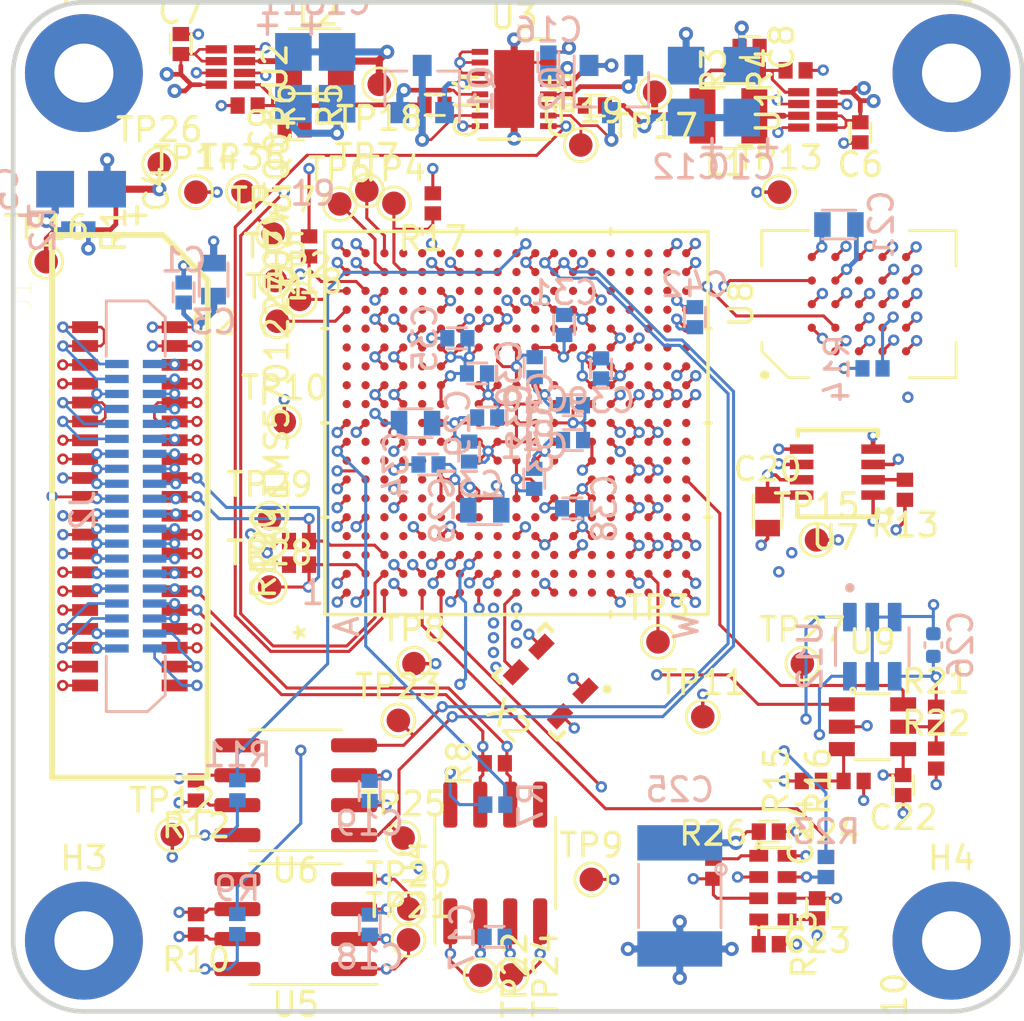
<source format=kicad_pcb>
(kicad_pcb (version 20171130) (host pcbnew "(5.1.10)-1")
  (layers (0 F.Cu signal) (1 In1_GND.Cu power hide) (2 In2.Cu signal) (3 In3.Cu signal) (4 In4_GND.Cu power hide) (31 B.Cu signal) (34 B.Paste user) (35 F.Paste user) (36 B.SilkS user hide) (37 F.SilkS user hide) (38 B.Mask user) (39 F.Mask user) (44 Edge.Cuts user))
  (net 0 "")
  (net 1 OBC_3V3)
  (net 2 GND)
  (net 3 "Net-(C4-Pad2)")
  (net 4 "Net-(C8-Pad2)")
  (net 5 "Net-(C9-Pad2)")
  (net 6 "Net-(C14-Pad2)")
  (net 7 "Net-(C15-Pad2)")
  (net 8 OBC_RTC_Vbackup)
  (net 9 /Connectors/ADS_nRST)
  (net 10 /CAN_XCVR_PL/CAN_H_PL)
  (net 11 /CAN_XCVR_PL/CAN_L_PL)
  (net 12 /CAN_XCVR_R/CAN_H_PL)
  (net 13 /CAN_XCVR_R/CAN_L_PL)
  (net 14 /Connectors/CAN_H_PA)
  (net 15 /Connectors/CAN_L_PA)
  (net 16 /Connectors/GPS_STS)
  (net 17 /Connectors/GPS_P1PPS)
  (net 18 /Connectors/GPS_RXD0)
  (net 19 PAYLOAD_3V3)
  (net 20 PAYLOAD_5V)
  (net 21 "Net-(R7-Pad2)")
  (net 22 /CAN_XCVR_PL/CAN_PL_Rs)
  (net 23 "Net-(R9-Pad2)")
  (net 24 /CAN_XCVR_R/CAN_PL_Rs)
  (net 25 /TMS570_uC/CAN_PA_Rs)
  (net 26 "Net-(R11-Pad2)")
  (net 27 /FRAM_1/FRAM_1_CIPO)
  (net 28 "Net-(R13-Pad2)")
  (net 29 "Net-(R14-Pad2)")
  (net 30 /FL_1/FL_1_SO_IO1)
  (net 31 /TMS570_uC/JTAG_nTRST)
  (net 32 /TMS570_uC/uC_nRST)
  (net 33 /Power/GATE_2)
  (net 34 /Power/GATE_1)
  (net 35 /CAN_XCVR_PL/CAN_PL_D)
  (net 36 /CAN_XCVR_PL/CAN_PL_R)
  (net 37 "Net-(U4-Pad5)")
  (net 38 "Net-(U5-Pad5)")
  (net 39 /CAN_XCVR_R/CAN_PL_R)
  (net 40 /CAN_XCVR_R/CAN_PL_D)
  (net 41 /TMS570_uC/CAN_PA_D)
  (net 42 /TMS570_uC/CAN_PA_R)
  (net 43 "Net-(U6-Pad5)")
  (net 44 "Net-(U11-PadW17)")
  (net 45 "Net-(U11-PadW14)")
  (net 46 "Net-(U11-PadW10)")
  (net 47 "Net-(U11-PadW9)")
  (net 48 "Net-(U11-PadW8)")
  (net 49 "Net-(U11-PadW6)")
  (net 50 "Net-(U11-PadW5)")
  (net 51 "Net-(U11-PadW3)")
  (net 52 "Net-(U11-PadV18)")
  (net 53 "Net-(U11-PadV17)")
  (net 54 "Net-(U11-PadV16)")
  (net 55 "Net-(U11-PadV15)")
  (net 56 "Net-(U11-PadV14)")
  (net 57 "Net-(U11-PadV13)")
  (net 58 "Net-(U11-PadV10)")
  (net 59 "Net-(U11-PadV9)")
  (net 60 "Net-(U11-PadV8)")
  (net 61 "Net-(U11-PadV7)")
  (net 62 "Net-(U11-PadV6)")
  (net 63 "Net-(U11-PadV5)")
  (net 64 "Net-(U11-PadV2)")
  (net 65 "Net-(U11-PadU19)")
  (net 66 "Net-(U11-PadU18)")
  (net 67 "Net-(U11-PadU17)")
  (net 68 "Net-(U11-PadU16)")
  (net 69 "Net-(U11-PadU15)")
  (net 70 "Net-(U11-PadU14)")
  (net 71 "Net-(U11-PadU13)")
  (net 72 /TMS570_uC/JTAG_TEST)
  (net 73 "Net-(U11-PadU1)")
  (net 74 "Net-(U11-PadT19)")
  (net 75 "Net-(U11-PadT18)")
  (net 76 "Net-(U11-PadT17)")
  (net 77 "Net-(U11-PadT16)")
  (net 78 "Net-(U11-PadT15)")
  (net 79 "Net-(U11-PadT12)")
  (net 80 "Net-(U11-PadT1)")
  (net 81 "Net-(U11-PadR19)")
  (net 82 "Net-(U11-PadR18)")
  (net 83 "Net-(U11-PadR17)")
  (net 84 "Net-(U11-PadR16)")
  (net 85 "Net-(U11-PadR2)")
  (net 86 "Net-(U11-PadP19)")
  (net 87 "Net-(U11-PadP18)")
  (net 88 "Net-(U11-PadP3)")
  (net 89 "Net-(U11-PadP2)")
  (net 90 "Net-(U11-PadP1)")
  (net 91 "Net-(U11-PadN19)")
  (net 92 /FRAM_1/FRAM_1_nCS)
  (net 93 "Net-(U11-PadN2)")
  (net 94 "Net-(U11-PadM17)")
  (net 95 "Net-(U11-PadM3)")
  (net 96 "Net-(U11-PadM2)")
  (net 97 "Net-(U11-PadL17)")
  (net 98 "Net-(U11-PadL2)")
  (net 99 "Net-(U11-PadL1)")
  (net 100 "Net-(U11-PadK18)")
  (net 101 "Net-(U11-PadK17)")
  (net 102 "Net-(U11-PadK2)")
  (net 103 /TMS570_uC/uC_OSC_IN)
  (net 104 "Net-(U11-PadJ17)")
  (net 105 "Net-(U11-PadJ5)")
  (net 106 "Net-(U11-PadJ4)")
  (net 107 "Net-(U11-PadJ3)")
  (net 108 "Net-(U11-PadJ1)")
  (net 109 "Net-(U11-PadH18)")
  (net 110 "Net-(U11-PadH17)")
  (net 111 "Net-(U11-PadH16)")
  (net 112 "Net-(U11-PadH5)")
  (net 113 "Net-(U11-PadH4)")
  (net 114 /FL_1/FL_1_nHOLD_IO3)
  (net 115 "Net-(U11-PadG19)")
  (net 116 "Net-(U11-PadG17)")
  (net 117 "Net-(U11-PadG16)")
  (net 118 /FL_1/FL_1_nCS2)
  (net 119 "Net-(U11-PadG2)")
  (net 120 /FL_1/FL_1_SI_IO0)
  (net 121 /FL_1/FL_1_CLK)
  (net 122 /FL_1/FL_1_nCS1)
  (net 123 /FL_1/FL_1_nRESET)
  (net 124 "Net-(U11-PadE18)")
  (net 125 "Net-(U11-PadE17)")
  (net 126 "Net-(U11-PadE16)")
  (net 127 "Net-(U11-PadE12)")
  (net 128 "Net-(U11-PadE3)")
  (net 129 /FRAM_1/FRAM_1_CLK)
  (net 130 "Net-(U11-PadD19)")
  (net 131 "Net-(U11-PadD3)")
  (net 132 /FRAM_1/FRAM_1_COPI)
  (net 133 /TMS570_uC/JTAG_TMS)
  (net 134 /TMS570_uC/JTAG_TDO)
  (net 135 /TMS570_uC/JTAG_TCK)
  (net 136 "Net-(U11-PadB16)")
  (net 137 "Net-(U11-PadB15)")
  (net 138 "Net-(U11-PadB14)")
  (net 139 "Net-(U11-PadB13)")
  (net 140 "Net-(U11-PadB12)")
  (net 141 "Net-(U11-PadB11)")
  (net 142 "Net-(U11-PadB9)")
  (net 143 "Net-(U11-PadB8)")
  (net 144 "Net-(U11-PadB6)")
  (net 145 "Net-(U11-PadB4)")
  (net 146 "Net-(U11-PadB3)")
  (net 147 /TMS570_uC/JTAG_TDI)
  (net 148 /TMS570_uC/JTAG_RTCK)
  (net 149 "Net-(U11-PadA15)")
  (net 150 "Net-(U11-PadA14)")
  (net 151 "Net-(U11-PadA13)")
  (net 152 "Net-(U11-PadA12)")
  (net 153 "Net-(U11-PadA11)")
  (net 154 "Net-(U11-PadA8)")
  (net 155 "Net-(U11-PadA4)")
  (net 156 "Net-(U11-PadA3)")
  (net 157 /Connectors/GPS_nRST)
  (net 158 OBC_1V25_P)
  (net 159 OBC_1V25)
  (net 160 "Net-(L1-Pad1)")
  (net 161 "Net-(L2-Pad1)")
  (net 162 /Power/OBC_1V25_P_PG)
  (net 163 /Power/OBC_1V25_R_PG)
  (net 164 OBC_1V25_R)
  (net 165 "Net-(U11-PadC4)")
  (net 166 "Net-(U11-PadC5)")
  (net 167 "Net-(U11-PadC6)")
  (net 168 "Net-(U11-PadC7)")
  (net 169 "Net-(U11-PadC8)")
  (net 170 "Net-(U11-PadC9)")
  (net 171 "Net-(U11-PadC10)")
  (net 172 "Net-(U11-PadD4)")
  (net 173 "Net-(U11-PadD5)")
  (net 174 "Net-(U11-PadD16)")
  (net 175 "Net-(U11-PadD17)")
  (net 176 "Net-(U11-PadE5)")
  (net 177 "Net-(U11-PadE6)")
  (net 178 "Net-(U11-PadE7)")
  (net 179 "Net-(U11-PadE8)")
  (net 180 "Net-(U11-PadE9)")
  (net 181 "Net-(U11-PadE10)")
  (net 182 "Net-(U11-PadE11)")
  (net 183 "Net-(U11-PadE13)")
  (net 184 "Net-(U11-PadF5)")
  (net 185 "Net-(U11-PadG5)")
  (net 186 "Net-(U11-PadK3)")
  (net 187 "Net-(U11-PadK5)")
  (net 188 "Net-(U11-PadK15)")
  (net 189 "Net-(U11-PadL3)")
  (net 190 "Net-(U11-PadL5)")
  (net 191 "Net-(U11-PadL15)")
  (net 192 "Net-(U11-PadM5)")
  (net 193 "Net-(U11-PadM15)")
  (net 194 "Net-(U11-PadN5)")
  (net 195 "Net-(U11-PadN15)")
  (net 196 "Net-(U11-PadN17)")
  (net 197 "Net-(U11-PadP5)")
  (net 198 "Net-(U11-PadR3)")
  (net 199 "Net-(U11-PadR4)")
  (net 200 "Net-(U11-PadR5)")
  (net 201 "Net-(U11-PadR6)")
  (net 202 "Net-(U11-PadR7)")
  (net 203 "Net-(U11-PadR8)")
  (net 204 /Connectors/GPS_TXD0)
  (net 205 "Net-(U8-PadC4)")
  (net 206 /RTC/OBC_I2C_SCL)
  (net 207 /RTC/OBC_I2C_SDA)
  (net 208 /Supervisor/WDT)
  (net 209 /Supervisor/WDR)
  (net 210 /RTC/RTC_CLKOUT)
  (net 211 "Net-(R23-Pad1)")
  (net 212 "Net-(R24-Pad1)")
  (net 213 "Net-(R25-Pad2)")
  (net 214 /RTC/RTC_nINT)
  (net 215 /Supervisor/SPVSR_nRST)
  (net 216 /Supervisor/SPVSR_PET)
  (net 217 "Net-(U11-PadE19)")
  (net 218 "Net-(U11-PadH19)")
  (net 219 "Net-(U11-PadJ18)")
  (net 220 "Net-(U11-PadJ19)")
  (net 221 "Net-(U11-PadN1)")
  (module TFT_TestPoints:TP_RDPad_D1.0mm (layer F.Cu) (at 100.4 89.3)
    (fp_text reference TP10 (at 0 -1.448) (layer F.SilkS))
    (fp_text value TEST-POINT)
    (pad 1 smd circle (at 0 0) (size 1 1) (layers F.Cu F.Mask) (net 2 GND))
  )
  (module TFT_SOT:SOT-23 (layer B.Cu) (at 125.34 98.83 270)
    (fp_text reference U12 (at 0.375 2.635 270) (layer B.SilkS) (effects (justify mirror)))
    (fp_text value TMP100)
    (pad 1 smd roundrect (at -1.255 0.95 270) (size 1.21 0.58) (layers B.Cu B.Paste B.Mask) (roundrect_rratio 0.07000000000000001) (net 206 /RTC/OBC_I2C_SCL))
    (pad 2 smd roundrect (at -1.255 0 270) (size 1.21 0.58) (layers B.Cu B.Paste B.Mask) (roundrect_rratio 0.07000000000000001) (net 2 GND))
    (pad 3 smd roundrect (at -1.255 -0.95 270) (size 1.21 0.58) (layers B.Cu B.Paste B.Mask) (roundrect_rratio 0.07000000000000001) (net 2 GND))
    (pad 6 smd roundrect (at 1.255 0.95 270) (size 1.21 0.58) (layers B.Cu B.Paste B.Mask) (roundrect_rratio 0.07000000000000001) (net 207 /RTC/OBC_I2C_SDA))
    (pad 5 smd roundrect (at 1.255 0 270) (size 1.21 0.58) (layers B.Cu B.Paste B.Mask) (roundrect_rratio 0.07000000000000001) (net 2 GND))
    (pad 4 smd roundrect (at 1.255 -0.95 270) (size 1.21 0.58) (layers B.Cu B.Paste B.Mask) (roundrect_rratio 0.07000000000000001) (net 1 OBC_3V3))
  )
  (module Capacitor_SMD:C_0402_1005Metric (layer B.Cu) (at 127.93 98.76 90)
    (fp_text reference C26 (at 0 1.16 90) (layer B.SilkS) (effects (justify mirror)))
    (fp_text value 10n-10V-0402-5%-CER)
    (pad 1 smd roundrect (at -0.48 0 90) (size 0.56 0.62) (layers B.Cu B.Paste B.Mask) (net 1 OBC_3V3))
    (pad 2 smd roundrect (at 0.48 0 90) (size 0.56 0.62) (layers B.Cu B.Paste B.Mask) (net 2 GND))
  )
  (module TFT_TestPoints:TP_RDPad_D1.0mm (layer F.Cu) (at 99.925 81.325)
    (fp_text reference TP37 (at 0 -1.448) (layer F.SilkS))
    (fp_text value TEST-POINT)
    (pad 1 smd circle (at 0 0) (size 1 1) (layers F.Cu F.Mask) (net 163 /Power/OBC_1V25_R_PG))
  )
  (module TFT_TestPoints:TP_RDPad_D1.0mm (layer F.Cu) (at 98.65 79.525)
    (fp_text reference TP36 (at 0 -1.448) (layer F.SilkS))
    (fp_text value TEST-POINT)
    (pad 1 smd circle (at 0 0) (size 1 1) (layers F.Cu F.Mask) (net 162 /Power/OBC_1V25_P_PG))
  )
  (module TFT_C_passive_SMD:0402_CAP (layer F.Cu) (at 120.925 106.675 270)
    (fp_text reference C24 (at 0 -1.4 90) (layer F.SilkS))
    (fp_text value 100n-10V-0402-5%-CER)
    (pad 2 smd rect (at 0 -0.45 270) (size 0.7 0.6) (layers F.Cu F.Paste F.Mask) (net 2 GND))
    (pad 1 smd rect (at 0 0.4 270) (size 0.7 0.6) (layers F.Cu F.Paste F.Mask) (net 8 OBC_RTC_Vbackup))
  )
  (module TFT_C_passive_SMD:0402_CAP (layer F.Cu) (at 123 109.9 180)
    (fp_text reference C23 (at 0 -1.4) (layer F.SilkS))
    (fp_text value 100n-10V-0402-5%-CER)
    (pad 2 smd rect (at 0 -0.45 180) (size 0.7 0.6) (layers F.Cu F.Paste F.Mask) (net 2 GND))
    (pad 1 smd rect (at 0 0.4 180) (size 0.7 0.6) (layers F.Cu F.Paste F.Mask) (net 1 OBC_3V3))
  )
  (module TFT_C_passive_SMD:0402_CAP (layer F.Cu) (at 126.65 104.675 180)
    (fp_text reference C22 (at 0 -1.4) (layer F.SilkS))
    (fp_text value 100n-10V-0402-5%-CER)
    (pad 2 smd rect (at 0 -0.45 180) (size 0.7 0.6) (layers F.Cu F.Paste F.Mask) (net 2 GND))
    (pad 1 smd rect (at 0 0.4 180) (size 0.7 0.6) (layers F.Cu F.Paste F.Mask) (net 1 OBC_3V3))
  )
  (module TFT_R_passive_SMD:0402_RES (layer F.Cu) (at 118.6 108.25)
    (fp_text reference R26 (at 0 -1.5) (layer F.SilkS))
    (fp_text value 10K-50V-0402-1%)
    (pad 2 smd rect (at 0 0.425) (size 0.7 0.6) (layers F.Cu F.Paste F.Mask) (net 214 /RTC/RTC_nINT))
    (pad 1 smd rect (at 0 -0.425) (size 0.7 0.6) (layers F.Cu F.Paste F.Mask) (net 8 OBC_RTC_Vbackup))
  )
  (module TFT_R_passive_SMD:0402_RES (layer F.Cu) (at 120.95 111.45 270)
    (fp_text reference R25 (at 0 -1.5 90) (layer F.SilkS))
    (fp_text value 10K-50V-0402-1%)
    (pad 2 smd rect (at 0 0.425 270) (size 0.7 0.6) (layers F.Cu F.Paste F.Mask) (net 213 "Net-(R25-Pad2)"))
    (pad 1 smd rect (at 0 -0.425 270) (size 0.7 0.6) (layers F.Cu F.Paste F.Mask) (net 1 OBC_3V3))
  )
  (module TFT_R_passive_SMD:0402_RES (layer F.Cu) (at 123.375 108.175)
    (fp_text reference R24 (at 0 -1.5) (layer F.SilkS))
    (fp_text value 0R-50V-0402)
    (pad 2 smd rect (at 0 0.425) (size 0.7 0.6) (layers F.Cu F.Paste F.Mask) (net 210 /RTC/RTC_CLKOUT))
    (pad 1 smd rect (at 0 -0.425) (size 0.7 0.6) (layers F.Cu F.Paste F.Mask) (net 212 "Net-(R24-Pad1)"))
  )
  (module TFT_R_passive_SMD:0402_RES (layer B.Cu) (at 123.375 108.175 180)
    (fp_text reference R23 (at 0 1.5) (layer B.SilkS) (effects (justify mirror)))
    (fp_text value 0R-50V-0402)
    (pad 2 smd rect (at 0 -0.425 180) (size 0.7 0.6) (layers B.Cu B.Paste B.Mask) (net 210 /RTC/RTC_CLKOUT))
    (pad 1 smd rect (at 0 0.425 180) (size 0.7 0.6) (layers B.Cu B.Paste B.Mask) (net 211 "Net-(R23-Pad1)"))
  )
  (module TFT_R_passive_SMD:0402_RES (layer F.Cu) (at 128.05 103.575)
    (fp_text reference R22 (at 0 -1.5) (layer F.SilkS))
    (fp_text value 0R-50V-0402)
    (pad 2 smd rect (at 0 0.425) (size 0.7 0.6) (layers F.Cu F.Paste F.Mask) (net 2 GND))
    (pad 1 smd rect (at 0 -0.425) (size 0.7 0.6) (layers F.Cu F.Paste F.Mask) (net 209 /Supervisor/WDR))
  )
  (module TFT_R_passive_SMD:0402_RES (layer F.Cu) (at 128.05 101.8)
    (fp_text reference R21 (at 0 -1.5) (layer F.SilkS))
    (fp_text value 0R-50V-0402)
    (pad 2 smd rect (at 0 0.425) (size 0.7 0.6) (layers F.Cu F.Paste F.Mask) (net 209 /Supervisor/WDR))
    (pad 1 smd rect (at 0 -0.425) (size 0.7 0.6) (layers F.Cu F.Paste F.Mask) (net 1 OBC_3V3))
  )
  (module TFT_R_passive_SMD:0402_RES (layer F.Cu) (at 124.55 104.525 90)
    (fp_text reference R16 (at 0 -1.5 90) (layer F.SilkS))
    (fp_text value 0R-50V-0402)
    (pad 2 smd rect (at 0 0.425 90) (size 0.7 0.6) (layers F.Cu F.Paste F.Mask) (net 2 GND))
    (pad 1 smd rect (at 0 -0.425 90) (size 0.7 0.6) (layers F.Cu F.Paste F.Mask) (net 208 /Supervisor/WDT))
  )
  (module TFT_R_passive_SMD:0402_RES (layer F.Cu) (at 122.775 104.525 90)
    (fp_text reference R15 (at 0 -1.5 90) (layer F.SilkS))
    (fp_text value 0R-50V-0402)
    (pad 2 smd rect (at 0 0.425 90) (size 0.7 0.6) (layers F.Cu F.Paste F.Mask) (net 208 /Supervisor/WDT))
    (pad 1 smd rect (at 0 -0.425 90) (size 0.7 0.6) (layers F.Cu F.Paste F.Mask) (net 1 OBC_3V3))
  )
  (module TFT_TestPoints:TP_RDPad_D1.0mm (layer F.Cu) (at 113.425 108.7)
    (fp_text reference TP9 (at 0 -1.448) (layer F.SilkS))
    (fp_text value TEST-POINT)
    (pad 1 smd circle (at 0 0) (size 1 1) (layers F.Cu F.Mask) (net 2 GND))
  )
  (module TFT_misc:RV-3032-C7 (layer F.Cu) (at 121.125 109.05 270)
    (fp_text reference U10 (at 5.08 -5.1562 90) (layer F.SilkS))
    (fp_text value RV-3032-C7)
    (pad 8 smd rect (at -1.35 -0.6 270) (size 0.5 0.8) (layers F.Cu F.Paste F.Mask) (net 206 /RTC/OBC_I2C_SCL))
    (pad 7 smd rect (at -0.45 -0.6 270) (size 0.5 0.8) (layers F.Cu F.Paste F.Mask) (net 210 /RTC/RTC_CLKOUT))
    (pad 6 smd rect (at 0.45 -0.6 270) (size 0.5 0.8) (layers F.Cu F.Paste F.Mask) (net 1 OBC_3V3))
    (pad 5 smd rect (at 1.35 -0.6 270) (size 0.5 0.8) (layers F.Cu F.Paste F.Mask) (net 2 GND))
    (pad 4 smd rect (at 1.35 0.6 270) (size 0.5 0.8) (layers F.Cu F.Paste F.Mask) (net 213 "Net-(R25-Pad2)"))
    (pad 3 smd rect (at 0.45 0.6 270) (size 0.5 0.8) (layers F.Cu F.Paste F.Mask) (net 214 /RTC/RTC_nINT))
    (pad 2 smd rect (at -0.45 0.6 270) (size 0.5 0.8) (layers F.Cu F.Paste F.Mask) (net 207 /RTC/OBC_I2C_SDA))
    (pad 1 smd rect (at -1.35 0.6 270) (size 0.5 0.8) (layers F.Cu F.Paste F.Mask) (net 8 OBC_RTC_Vbackup))
  )
  (module TFT_SOT:SOT-236 (layer F.Cu) (at 125.35 102.225)
    (fp_text reference U9 (at 0 -3.6068) (layer F.SilkS))
    (fp_text value TPS3813K33-EP)
    (pad 6 smd rect (at 1.3 -0.95) (size 1.1 0.6) (layers F.Cu F.Paste F.Mask) (net 215 /Supervisor/SPVSR_nRST))
    (pad 5 smd rect (at 1.3 0) (size 1.1 0.6) (layers F.Cu F.Paste F.Mask) (net 209 /Supervisor/WDR))
    (pad 4 smd rect (at 1.3 0.95) (size 1.1 0.6) (layers F.Cu F.Paste F.Mask) (net 1 OBC_3V3))
    (pad 3 smd rect (at -1.3 0.95) (size 1.1 0.6) (layers F.Cu F.Paste F.Mask) (net 208 /Supervisor/WDT))
    (pad 2 smd rect (at -1.3 0) (size 1.1 0.6) (layers F.Cu F.Paste F.Mask) (net 2 GND))
    (pad 1 smd rect (at -1.3 -0.95) (size 1.1 0.6) (layers F.Cu F.Paste F.Mask) (net 216 /Supervisor/SPVSR_PET))
  )
  (module TFT_misc:1812_BATT (layer B.Cu) (at 117.175 109.4 180)
    (fp_text reference C25 (at 0 4.5) (layer B.SilkS) (effects (justify mirror)))
    (fp_text value 100uAH-1V8-4.4x3mm_LIon_batt)
    (pad 2 smd rect (at 0 -2.25 180) (size 3.6 1.5) (layers B.Cu B.Paste B.Mask) (net 2 GND))
    (pad 1 smd rect (at 0 2.25 180) (size 3.6 1.5) (layers B.Cu B.Paste B.Mask) (net 8 OBC_RTC_Vbackup))
  )
  (module TFT_XTAL:LFTCXO075797 (layer F.Cu) (at 113.175 100.7 135)
    (fp_text reference X2 (at 1.4 -3.2 135) (layer F.SilkS))
    (fp_text value LFTCXO075797)
    (pad 4 smd rect (at 0 -1.53 135) (size 0.6 1) (layers F.Cu F.Paste F.Mask) (net 1 OBC_3V3))
    (pad 3 smd rect (at 2.64 -1.53 135) (size 0.6 1) (layers F.Cu F.Paste F.Mask) (net 103 /TMS570_uC/uC_OSC_IN))
    (pad 2 smd rect (at 2.64 0 135) (size 0.6 1) (layers F.Cu F.Paste F.Mask) (net 2 GND))
    (pad 1 smd rect (at 0 0 135) (size 0.6 1) (layers F.Cu F.Paste F.Mask) (net 2 GND))
  )
  (module TFT_GQFN:CY15B108QI (layer F.Cu) (at 125.375 92.4 180)
    (fp_text reference U7 (at 1.6 -1.8) (layer F.SilkS))
    (fp_text value CY15B108QI)
    (pad 8 smd rect (at 3.03 0 180) (size 1 0.4) (layers F.Cu F.Paste F.Mask) (net 1 OBC_3V3))
    (pad 7 smd rect (at 3.03 0.65 180) (size 1 0.4) (layers F.Cu F.Paste F.Mask) (net 1 OBC_3V3))
    (pad 6 smd rect (at 3.03 1.3 180) (size 1 0.4) (layers F.Cu F.Paste F.Mask) (net 129 /FRAM_1/FRAM_1_CLK))
    (pad 5 smd rect (at 3.03 1.95 180) (size 1 0.4) (layers F.Cu F.Paste F.Mask) (net 132 /FRAM_1/FRAM_1_COPI))
    (pad 4 smd rect (at 0 1.95 180) (size 1 0.4) (layers F.Cu F.Paste F.Mask) (net 2 GND))
    (pad 3 smd rect (at 0 1.3 180) (size 1 0.4) (layers F.Cu F.Paste F.Mask) (net 1 OBC_3V3))
    (pad 2 smd rect (at 0 0.65 180) (size 1 0.4) (layers F.Cu F.Paste F.Mask) (net 28 "Net-(R13-Pad2)"))
    (pad 1 smd rect (at 0 0 180) (size 1 0.4) (layers F.Cu F.Paste F.Mask) (net 92 /FRAM_1/FRAM_1_nCS))
  )
  (module TFT_BGA:BGA-24_5x5_6.0x8.0mm (layer F.Cu) (at 124.775 84.3 90)
    (fp_text reference U8 (at 0 -5 90) (layer F.SilkS))
    (fp_text value S70FL01GS)
    (pad E5 smd circle (at 2 2 90) (size 0.35 0.35) (layers F.Cu F.Paste F.Mask) (net 2 GND))
    (pad D5 smd circle (at 2 1 90) (size 0.35 0.35) (layers F.Cu F.Paste F.Mask) (net 2 GND))
    (pad C5 smd circle (at 2 0 90) (size 0.35 0.35) (layers F.Cu F.Paste F.Mask) (net 2 GND))
    (pad B5 smd circle (at 2 -1 90) (size 0.35 0.35) (layers F.Cu F.Paste F.Mask) (net 2 GND))
    (pad A5 smd circle (at 2 -2 90) (size 0.35 0.35) (layers F.Cu F.Paste F.Mask) (net 2 GND))
    (pad E4 smd circle (at 1 2 90) (size 0.35 0.35) (layers F.Cu F.Paste F.Mask) (net 2 GND))
    (pad D4 smd circle (at 1 1 90) (size 0.35 0.35) (layers F.Cu F.Paste F.Mask) (net 114 /FL_1/FL_1_nHOLD_IO3))
    (pad C4 smd circle (at 1 0 90) (size 0.35 0.35) (layers F.Cu F.Paste F.Mask) (net 205 "Net-(U8-PadC4)"))
    (pad B4 smd circle (at 1 -1 90) (size 0.35 0.35) (layers F.Cu F.Paste F.Mask) (net 1 OBC_3V3))
    (pad A4 smd circle (at 1 -2 90) (size 0.35 0.35) (layers F.Cu F.Paste F.Mask) (net 123 /FL_1/FL_1_nRESET))
    (pad E3 smd circle (at 0 2 90) (size 0.35 0.35) (layers F.Cu F.Paste F.Mask) (net 2 GND))
    (pad D3 smd circle (at 0 1 90) (size 0.35 0.35) (layers F.Cu F.Paste F.Mask) (net 120 /FL_1/FL_1_SI_IO0))
    (pad C3 smd circle (at 0 0 90) (size 0.35 0.35) (layers F.Cu F.Paste F.Mask) (net 2 GND))
    (pad B3 smd circle (at 0 -1 90) (size 0.35 0.35) (layers F.Cu F.Paste F.Mask) (net 2 GND))
    (pad A3 smd circle (at 0 -2 90) (size 0.35 0.35) (layers F.Cu F.Paste F.Mask) (net 118 /FL_1/FL_1_nCS2))
    (pad E2 smd circle (at -1 2 90) (size 0.35 0.35) (layers F.Cu F.Paste F.Mask) (net 2 GND))
    (pad D2 smd circle (at -1 1 90) (size 0.35 0.35) (layers F.Cu F.Paste F.Mask) (net 29 "Net-(R14-Pad2)"))
    (pad C2 smd circle (at -1 0 90) (size 0.35 0.35) (layers F.Cu F.Paste F.Mask) (net 122 /FL_1/FL_1_nCS1))
    (pad B2 smd circle (at -1 -1 90) (size 0.35 0.35) (layers F.Cu F.Paste F.Mask) (net 121 /FL_1/FL_1_CLK))
    (pad A2 smd circle (at -1 -2 90) (size 0.35 0.35) (layers F.Cu F.Paste F.Mask) (net 2 GND))
    (pad E1 smd circle (at -2 2 90) (size 0.35 0.35) (layers F.Cu F.Paste F.Mask) (net 2 GND))
    (pad D1 smd circle (at -2 1 90) (size 0.35 0.35) (layers F.Cu F.Paste F.Mask) (net 2 GND))
    (pad C1 smd circle (at -2 0 90) (size 0.35 0.35) (layers F.Cu F.Paste F.Mask) (net 2 GND))
    (pad B1 smd circle (at -2 -1 90) (size 0.35 0.35) (layers F.Cu F.Paste F.Mask) (net 2 GND))
  )
  (module TFT_BGA:ZWT337 (layer F.Cu) (at 110.24792 89.33844 90)
    (fp_text reference U11 (at -3.81 -10.16 90) (layer F.SilkS))
    (fp_text value TMS5701227CZWTQQ1 (at 5.08 -10.16 90) (layer F.SilkS))
    (fp_text user * (at -8.89 -8.89 90) (layer F.SilkS))
    (fp_text user A (at -8.635001 -7.199999 90) (layer F.SilkS))
    (fp_text user A (at -8.635001 -7.199999 90) (layer B.SilkS))
    (fp_text user W (at -8.635001 7.199999 90) (layer F.SilkS))
    (fp_text user W (at -8.635001 7.199999 90) (layer B.SilkS))
    (fp_text user 1 (at -7.199999 -8.635) (layer F.SilkS))
    (fp_text user 1 (at -7.199999 -8.635) (layer B.SilkS))
    (fp_text user 19 (at 9.739999 -8.635) (layer F.SilkS))
    (fp_text user 19 (at 9.739999 -8.635) (layer B.SilkS))
    (pad A1 smd circle (at -7.199999 -7.199999 90) (size 0.35 0.35) (layers F.Cu F.Paste F.Mask) (net 2 GND))
    (pad A2 smd circle (at -6.399999 -7.199999 90) (size 0.35 0.35) (layers F.Cu F.Paste F.Mask) (net 2 GND))
    (pad A3 smd circle (at -5.6 -7.199999 90) (size 0.35 0.35) (layers F.Cu F.Paste F.Mask) (net 156 "Net-(U11-PadA3)"))
    (pad A4 smd circle (at -4.8 -7.199999 90) (size 0.35 0.35) (layers F.Cu F.Paste F.Mask) (net 155 "Net-(U11-PadA4)"))
    (pad A5 smd circle (at -4 -7.199999 90) (size 0.35 0.35) (layers F.Cu F.Paste F.Mask) (net 16 /Connectors/GPS_STS))
    (pad A6 smd circle (at -3.2 -7.199999 90) (size 0.35 0.35) (layers F.Cu F.Paste F.Mask) (net 17 /Connectors/GPS_P1PPS))
    (pad A7 smd circle (at -2.4 -7.199999 90) (size 0.35 0.35) (layers F.Cu F.Paste F.Mask) (net 204 /Connectors/GPS_TXD0))
    (pad A8 smd circle (at -1.6 -7.199999 90) (size 0.35 0.35) (layers F.Cu F.Paste F.Mask) (net 154 "Net-(U11-PadA8)"))
    (pad A9 smd circle (at -0.8 -7.199999 90) (size 0.35 0.35) (layers F.Cu F.Paste F.Mask) (net 22 /CAN_XCVR_PL/CAN_PL_Rs))
    (pad A10 smd circle (at 0 -7.199999 90) (size 0.35 0.35) (layers F.Cu F.Paste F.Mask) (net 35 /CAN_XCVR_PL/CAN_PL_D))
    (pad A11 smd circle (at 0.8 -7.199999 90) (size 0.35 0.35) (layers F.Cu F.Paste F.Mask) (net 153 "Net-(U11-PadA11)"))
    (pad A12 smd circle (at 1.6 -7.199999 90) (size 0.35 0.35) (layers F.Cu F.Paste F.Mask) (net 152 "Net-(U11-PadA12)"))
    (pad A13 smd circle (at 2.4 -7.199999 90) (size 0.35 0.35) (layers F.Cu F.Paste F.Mask) (net 151 "Net-(U11-PadA13)"))
    (pad A14 smd circle (at 3.199999 -7.199999 90) (size 0.35 0.35) (layers F.Cu F.Paste F.Mask) (net 150 "Net-(U11-PadA14)"))
    (pad A15 smd circle (at 3.999999 -7.199999 90) (size 0.35 0.35) (layers F.Cu F.Paste F.Mask) (net 149 "Net-(U11-PadA15)"))
    (pad A16 smd circle (at 4.799999 -7.199999 90) (size 0.35 0.35) (layers F.Cu F.Paste F.Mask) (net 148 /TMS570_uC/JTAG_RTCK))
    (pad A17 smd circle (at 5.599999 -7.199999 90) (size 0.35 0.35) (layers F.Cu F.Paste F.Mask) (net 147 /TMS570_uC/JTAG_TDI))
    (pad A18 smd circle (at 6.399999 -7.199999 90) (size 0.35 0.35) (layers F.Cu F.Paste F.Mask) (net 2 GND))
    (pad A19 smd circle (at 7.199999 -7.199999 90) (size 0.35 0.35) (layers F.Cu F.Paste F.Mask) (net 2 GND))
    (pad B1 smd circle (at -7.199999 -6.399999 90) (size 0.35 0.35) (layers F.Cu F.Paste F.Mask) (net 2 GND))
    (pad B2 smd circle (at -6.399999 -6.399999 90) (size 0.35 0.35) (layers F.Cu F.Paste F.Mask) (net 207 /RTC/OBC_I2C_SDA))
    (pad B3 smd circle (at -5.6 -6.399999 90) (size 0.35 0.35) (layers F.Cu F.Paste F.Mask) (net 146 "Net-(U11-PadB3)"))
    (pad B4 smd circle (at -4.8 -6.399999 90) (size 0.35 0.35) (layers F.Cu F.Paste F.Mask) (net 145 "Net-(U11-PadB4)"))
    (pad B5 smd circle (at -4 -6.399999 90) (size 0.35 0.35) (layers F.Cu F.Paste F.Mask) (net 157 /Connectors/GPS_nRST))
    (pad B6 smd circle (at -3.2 -6.399999 90) (size 0.35 0.35) (layers F.Cu F.Paste F.Mask) (net 144 "Net-(U11-PadB6)"))
    (pad B7 smd circle (at -2.4 -6.399999 90) (size 0.35 0.35) (layers F.Cu F.Paste F.Mask) (net 18 /Connectors/GPS_RXD0))
    (pad B8 smd circle (at -1.6 -6.399999 90) (size 0.35 0.35) (layers F.Cu F.Paste F.Mask) (net 143 "Net-(U11-PadB8)"))
    (pad B9 smd circle (at -0.8 -6.399999 90) (size 0.35 0.35) (layers F.Cu F.Paste F.Mask) (net 142 "Net-(U11-PadB9)"))
    (pad B10 smd circle (at 0 -6.399999 90) (size 0.35 0.35) (layers F.Cu F.Paste F.Mask) (net 36 /CAN_XCVR_PL/CAN_PL_R))
    (pad B11 smd circle (at 0.8 -6.399999 90) (size 0.35 0.35) (layers F.Cu F.Paste F.Mask) (net 141 "Net-(U11-PadB11)"))
    (pad B12 smd circle (at 1.6 -6.399999 90) (size 0.35 0.35) (layers F.Cu F.Paste F.Mask) (net 140 "Net-(U11-PadB12)"))
    (pad B13 smd circle (at 2.4 -6.399999 90) (size 0.35 0.35) (layers F.Cu F.Paste F.Mask) (net 139 "Net-(U11-PadB13)"))
    (pad B14 smd circle (at 3.199999 -6.399999 90) (size 0.35 0.35) (layers F.Cu F.Paste F.Mask) (net 138 "Net-(U11-PadB14)"))
    (pad B15 smd circle (at 3.999999 -6.399999 90) (size 0.35 0.35) (layers F.Cu F.Paste F.Mask) (net 137 "Net-(U11-PadB15)"))
    (pad B16 smd circle (at 4.799999 -6.399999 90) (size 0.35 0.35) (layers F.Cu F.Paste F.Mask) (net 136 "Net-(U11-PadB16)"))
    (pad B17 smd circle (at 5.599999 -6.399999 90) (size 0.35 0.35) (layers F.Cu F.Paste F.Mask) (net 32 /TMS570_uC/uC_nRST))
    (pad B18 smd circle (at 6.399999 -6.399999 90) (size 0.35 0.35) (layers F.Cu F.Paste F.Mask) (net 135 /TMS570_uC/JTAG_TCK))
    (pad B19 smd circle (at 7.199999 -6.399999 90) (size 0.35 0.35) (layers F.Cu F.Paste F.Mask) (net 2 GND))
    (pad C1 smd circle (at -7.199999 -5.6 90) (size 0.35 0.35) (layers F.Cu F.Paste F.Mask) (net 162 /Power/OBC_1V25_P_PG))
    (pad C2 smd circle (at -6.399999 -5.6 90) (size 0.35 0.35) (layers F.Cu F.Paste F.Mask) (net 163 /Power/OBC_1V25_R_PG))
    (pad C3 smd circle (at -5.6 -5.6 90) (size 0.35 0.35) (layers F.Cu F.Paste F.Mask) (net 206 /RTC/OBC_I2C_SCL))
    (pad C4 smd circle (at -4.8 -5.6 90) (size 0.35 0.35) (layers F.Cu F.Paste F.Mask) (net 165 "Net-(U11-PadC4)"))
    (pad C5 smd circle (at -4 -5.6 90) (size 0.35 0.35) (layers F.Cu F.Paste F.Mask) (net 166 "Net-(U11-PadC5)"))
    (pad C6 smd circle (at -3.2 -5.6 90) (size 0.35 0.35) (layers F.Cu F.Paste F.Mask) (net 167 "Net-(U11-PadC6)"))
    (pad C7 smd circle (at -2.4 -5.6 90) (size 0.35 0.35) (layers F.Cu F.Paste F.Mask) (net 168 "Net-(U11-PadC7)"))
    (pad C8 smd circle (at -1.6 -5.6 90) (size 0.35 0.35) (layers F.Cu F.Paste F.Mask) (net 169 "Net-(U11-PadC8)"))
    (pad C9 smd circle (at -0.8 -5.6 90) (size 0.35 0.35) (layers F.Cu F.Paste F.Mask) (net 170 "Net-(U11-PadC9)"))
    (pad C10 smd circle (at 0 -5.6 90) (size 0.35 0.35) (layers F.Cu F.Paste F.Mask) (net 171 "Net-(U11-PadC10)"))
    (pad C11 smd circle (at 0.8 -5.6 90) (size 0.35 0.35) (layers F.Cu F.Paste F.Mask) (net 2 GND))
    (pad C12 smd circle (at 1.6 -5.6 90) (size 0.35 0.35) (layers F.Cu F.Paste F.Mask) (net 2 GND))
    (pad C13 smd circle (at 2.4 -5.6 90) (size 0.35 0.35) (layers F.Cu F.Paste F.Mask) (net 2 GND))
    (pad C14 smd circle (at 3.199999 -5.6 90) (size 0.35 0.35) (layers F.Cu F.Paste F.Mask) (net 2 GND))
    (pad C15 smd circle (at 3.999999 -5.6 90) (size 0.35 0.35) (layers F.Cu F.Paste F.Mask) (net 2 GND))
    (pad C16 smd circle (at 4.799999 -5.6 90) (size 0.35 0.35) (layers F.Cu F.Paste F.Mask) (net 2 GND))
    (pad C17 smd circle (at 5.599999 -5.6 90) (size 0.35 0.35) (layers F.Cu F.Paste F.Mask) (net 2 GND))
    (pad C18 smd circle (at 6.399999 -5.6 90) (size 0.35 0.35) (layers F.Cu F.Paste F.Mask) (net 134 /TMS570_uC/JTAG_TDO))
    (pad C19 smd circle (at 7.199999 -5.6 90) (size 0.35 0.35) (layers F.Cu F.Paste F.Mask) (net 133 /TMS570_uC/JTAG_TMS))
    (pad D1 smd circle (at -7.199999 -4.8 90) (size 0.35 0.35) (layers F.Cu F.Paste F.Mask) (net 132 /FRAM_1/FRAM_1_COPI))
    (pad D2 smd circle (at -6.399999 -4.8 90) (size 0.35 0.35) (layers F.Cu F.Paste F.Mask) (net 27 /FRAM_1/FRAM_1_CIPO))
    (pad D3 smd circle (at -5.6 -4.8 90) (size 0.35 0.35) (layers F.Cu F.Paste F.Mask) (net 131 "Net-(U11-PadD3)"))
    (pad D4 smd circle (at -4.8 -4.8 90) (size 0.35 0.35) (layers F.Cu F.Paste F.Mask) (net 172 "Net-(U11-PadD4)"))
    (pad D5 smd circle (at -4 -4.8 90) (size 0.35 0.35) (layers F.Cu F.Paste F.Mask) (net 173 "Net-(U11-PadD5)"))
    (pad D6 smd circle (at -3.2 -4.8 90) (size 0.35 0.35) (layers F.Cu F.Paste F.Mask) (net 2 GND))
    (pad D7 smd circle (at -2.4 -4.8 90) (size 0.35 0.35) (layers F.Cu F.Paste F.Mask) (net 2 GND))
    (pad D8 smd circle (at -1.6 -4.8 90) (size 0.35 0.35) (layers F.Cu F.Paste F.Mask) (net 2 GND))
    (pad D9 smd circle (at -0.8 -4.8 90) (size 0.35 0.35) (layers F.Cu F.Paste F.Mask) (net 2 GND))
    (pad D10 smd circle (at 0 -4.8 90) (size 0.35 0.35) (layers F.Cu F.Paste F.Mask) (net 2 GND))
    (pad D11 smd circle (at 0.8 -4.8 90) (size 0.35 0.35) (layers F.Cu F.Paste F.Mask) (net 2 GND))
    (pad D12 smd circle (at 1.6 -4.8 90) (size 0.35 0.35) (layers F.Cu F.Paste F.Mask) (net 2 GND))
    (pad D13 smd circle (at 2.4 -4.8 90) (size 0.35 0.35) (layers F.Cu F.Paste F.Mask) (net 2 GND))
    (pad D14 smd circle (at 3.199999 -4.8 90) (size 0.35 0.35) (layers F.Cu F.Paste F.Mask) (net 2 GND))
    (pad D15 smd circle (at 3.999999 -4.8 90) (size 0.35 0.35) (layers F.Cu F.Paste F.Mask) (net 2 GND))
    (pad D16 smd circle (at 4.799999 -4.8 90) (size 0.35 0.35) (layers F.Cu F.Paste F.Mask) (net 174 "Net-(U11-PadD16)"))
    (pad D17 smd circle (at 5.599999 -4.8 90) (size 0.35 0.35) (layers F.Cu F.Paste F.Mask) (net 175 "Net-(U11-PadD17)"))
    (pad D18 smd circle (at 6.399999 -4.8 90) (size 0.35 0.35) (layers F.Cu F.Paste F.Mask) (net 31 /TMS570_uC/JTAG_nTRST))
    (pad D19 smd circle (at 7.199999 -4.8 90) (size 0.35 0.35) (layers F.Cu F.Paste F.Mask) (net 130 "Net-(U11-PadD19)"))
    (pad E1 smd circle (at -7.199999 -4 90) (size 0.35 0.35) (layers F.Cu F.Paste F.Mask) (net 212 "Net-(R24-Pad1)"))
    (pad E2 smd circle (at -6.399999 -4 90) (size 0.35 0.35) (layers F.Cu F.Paste F.Mask) (net 129 /FRAM_1/FRAM_1_CLK))
    (pad E3 smd circle (at -5.6 -4 90) (size 0.35 0.35) (layers F.Cu F.Paste F.Mask) (net 128 "Net-(U11-PadE3)"))
    (pad E4 smd circle (at -4.8 -4 90) (size 0.35 0.35) (layers F.Cu F.Paste F.Mask) (net 2 GND))
    (pad E5 smd circle (at -4 -4 90) (size 0.35 0.35) (layers F.Cu F.Paste F.Mask) (net 176 "Net-(U11-PadE5)"))
    (pad E6 smd circle (at -3.2 -4 90) (size 0.35 0.35) (layers F.Cu F.Paste F.Mask) (net 177 "Net-(U11-PadE6)"))
    (pad E7 smd circle (at -2.4 -4 90) (size 0.35 0.35) (layers F.Cu F.Paste F.Mask) (net 178 "Net-(U11-PadE7)"))
    (pad E8 smd circle (at -1.6 -4 90) (size 0.35 0.35) (layers F.Cu F.Paste F.Mask) (net 179 "Net-(U11-PadE8)"))
    (pad E9 smd circle (at -0.8 -4 90) (size 0.35 0.35) (layers F.Cu F.Paste F.Mask) (net 180 "Net-(U11-PadE9)"))
    (pad E10 smd circle (at 0 -4 90) (size 0.35 0.35) (layers F.Cu F.Paste F.Mask) (net 181 "Net-(U11-PadE10)"))
    (pad E11 smd circle (at 0.8 -4 90) (size 0.35 0.35) (layers F.Cu F.Paste F.Mask) (net 182 "Net-(U11-PadE11)"))
    (pad E12 smd circle (at 1.6 -4 90) (size 0.35 0.35) (layers F.Cu F.Paste F.Mask) (net 127 "Net-(U11-PadE12)"))
    (pad E13 smd circle (at 2.4 -4 90) (size 0.35 0.35) (layers F.Cu F.Paste F.Mask) (net 183 "Net-(U11-PadE13)"))
    (pad E14 smd circle (at 3.199999 -4 90) (size 0.35 0.35) (layers F.Cu F.Paste F.Mask) (net 2 GND))
    (pad E15 smd circle (at 3.999999 -4 90) (size 0.35 0.35) (layers F.Cu F.Paste F.Mask) (net 2 GND))
    (pad E16 smd circle (at 4.799999 -4 90) (size 0.35 0.35) (layers F.Cu F.Paste F.Mask) (net 126 "Net-(U11-PadE16)"))
    (pad E17 smd circle (at 5.599999 -4 90) (size 0.35 0.35) (layers F.Cu F.Paste F.Mask) (net 125 "Net-(U11-PadE17)"))
    (pad E18 smd circle (at 6.399999 -4 90) (size 0.35 0.35) (layers F.Cu F.Paste F.Mask) (net 124 "Net-(U11-PadE18)"))
    (pad E19 smd circle (at 7.199999 -4 90) (size 0.35 0.35) (layers F.Cu F.Paste F.Mask) (net 217 "Net-(U11-PadE19)"))
    (pad F1 smd circle (at -7.199999 -3.2 90) (size 0.35 0.35) (layers F.Cu F.Paste F.Mask) (net 214 /RTC/RTC_nINT))
    (pad F2 smd circle (at -6.399999 -3.2 90) (size 0.35 0.35) (layers F.Cu F.Paste F.Mask) (net 123 /FL_1/FL_1_nRESET))
    (pad F3 smd circle (at -5.6 -3.2 90) (size 0.35 0.35) (layers F.Cu F.Paste F.Mask) (net 122 /FL_1/FL_1_nCS1))
    (pad F4 smd circle (at -4.8 -3.2 90) (size 0.35 0.35) (layers F.Cu F.Paste F.Mask) (net 2 GND))
    (pad F5 smd circle (at -4 -3.2 90) (size 0.35 0.35) (layers F.Cu F.Paste F.Mask) (net 184 "Net-(U11-PadF5)"))
    (pad F6 smd circle (at -3.2 -3.2 90) (size 0.35 0.35) (layers F.Cu F.Paste F.Mask) (net 1 OBC_3V3))
    (pad F7 smd circle (at -2.4 -3.2 90) (size 0.35 0.35) (layers F.Cu F.Paste F.Mask) (net 1 OBC_3V3))
    (pad F8 smd circle (at -1.6 -3.2 90) (size 0.35 0.35) (layers F.Cu F.Paste F.Mask) (net 1 OBC_3V3))
    (pad F9 smd circle (at -0.8 -3.2 90) (size 0.35 0.35) (layers F.Cu F.Paste F.Mask) (net 159 OBC_1V25))
    (pad F10 smd circle (at 0 -3.2 90) (size 0.35 0.35) (layers F.Cu F.Paste F.Mask) (net 159 OBC_1V25))
    (pad F11 smd circle (at 0.8 -3.2 90) (size 0.35 0.35) (layers F.Cu F.Paste F.Mask) (net 1 OBC_3V3))
    (pad F12 smd circle (at 1.6 -3.2 90) (size 0.35 0.35) (layers F.Cu F.Paste F.Mask) (net 1 OBC_3V3))
    (pad F13 smd circle (at 2.4 -3.2 90) (size 0.35 0.35) (layers F.Cu F.Paste F.Mask) (net 1 OBC_3V3))
    (pad F14 smd circle (at 3.199999 -3.2 90) (size 0.35 0.35) (layers F.Cu F.Paste F.Mask) (net 1 OBC_3V3))
    (pad F15 smd circle (at 3.999999 -3.2 90) (size 0.35 0.35) (layers F.Cu F.Paste F.Mask) (net 2 GND))
    (pad F16 smd circle (at 4.799999 -3.2 90) (size 0.35 0.35) (layers F.Cu F.Paste F.Mask) (net 2 GND))
    (pad F17 smd circle (at 5.599999 -3.2 90) (size 0.35 0.35) (layers F.Cu F.Paste F.Mask) (net 2 GND))
    (pad F18 smd circle (at 6.399999 -3.2 90) (size 0.35 0.35) (layers F.Cu F.Paste F.Mask) (net 121 /FL_1/FL_1_CLK))
    (pad F19 smd circle (at 7.199999 -3.2 90) (size 0.35 0.35) (layers F.Cu F.Paste F.Mask) (net 120 /FL_1/FL_1_SI_IO0))
    (pad G1 smd circle (at -7.199999 -2.4 90) (size 0.35 0.35) (layers F.Cu F.Paste F.Mask) (net 24 /CAN_XCVR_R/CAN_PL_Rs))
    (pad G2 smd circle (at -6.399999 -2.4 90) (size 0.35 0.35) (layers F.Cu F.Paste F.Mask) (net 119 "Net-(U11-PadG2)"))
    (pad G3 smd circle (at -5.6 -2.4 90) (size 0.35 0.35) (layers F.Cu F.Paste F.Mask) (net 118 /FL_1/FL_1_nCS2))
    (pad G4 smd circle (at -4.8 -2.4 90) (size 0.35 0.35) (layers F.Cu F.Paste F.Mask) (net 2 GND))
    (pad G5 smd circle (at -4 -2.4 90) (size 0.35 0.35) (layers F.Cu F.Paste F.Mask) (net 185 "Net-(U11-PadG5)"))
    (pad G6 smd circle (at -3.2 -2.4 90) (size 0.35 0.35) (layers F.Cu F.Paste F.Mask) (net 1 OBC_3V3))
    (pad G14 smd circle (at 3.199999 -2.4 90) (size 0.35 0.35) (layers F.Cu F.Paste F.Mask) (net 1 OBC_3V3))
    (pad G15 smd circle (at 3.999999 -2.4 90) (size 0.35 0.35) (layers F.Cu F.Paste F.Mask) (net 2 GND))
    (pad G16 smd circle (at 4.799999 -2.4 90) (size 0.35 0.35) (layers F.Cu F.Paste F.Mask) (net 117 "Net-(U11-PadG16)"))
    (pad G17 smd circle (at 5.599999 -2.4 90) (size 0.35 0.35) (layers F.Cu F.Paste F.Mask) (net 116 "Net-(U11-PadG17)"))
    (pad G18 smd circle (at 6.399999 -2.4 90) (size 0.35 0.35) (layers F.Cu F.Paste F.Mask) (net 30 /FL_1/FL_1_SO_IO1))
    (pad G19 smd circle (at 7.199999 -2.4 90) (size 0.35 0.35) (layers F.Cu F.Paste F.Mask) (net 115 "Net-(U11-PadG19)"))
    (pad H1 smd circle (at -7.199999 -1.6 90) (size 0.35 0.35) (layers F.Cu F.Paste F.Mask) (net 39 /CAN_XCVR_R/CAN_PL_R))
    (pad H2 smd circle (at -6.399999 -1.6 90) (size 0.35 0.35) (layers F.Cu F.Paste F.Mask) (net 40 /CAN_XCVR_R/CAN_PL_D))
    (pad H3 smd circle (at -5.6 -1.6 90) (size 0.35 0.35) (layers F.Cu F.Paste F.Mask) (net 114 /FL_1/FL_1_nHOLD_IO3))
    (pad H4 smd circle (at -4.8 -1.6 90) (size 0.35 0.35) (layers F.Cu F.Paste F.Mask) (net 113 "Net-(U11-PadH4)"))
    (pad H5 smd circle (at -4 -1.6 90) (size 0.35 0.35) (layers F.Cu F.Paste F.Mask) (net 112 "Net-(U11-PadH5)"))
    (pad H6 smd circle (at -3.2 -1.6 90) (size 0.35 0.35) (layers F.Cu F.Paste F.Mask) (net 1 OBC_3V3))
    (pad H8 smd circle (at -1.6 -1.6 90) (size 0.35 0.35) (layers F.Cu F.Paste F.Mask) (net 2 GND))
    (pad H9 smd circle (at -0.8 -1.6 90) (size 0.35 0.35) (layers F.Cu F.Paste F.Mask) (net 2 GND))
    (pad H10 smd circle (at 0 -1.6 90) (size 0.35 0.35) (layers F.Cu F.Paste F.Mask) (net 159 OBC_1V25))
    (pad H11 smd circle (at 0.8 -1.6 90) (size 0.35 0.35) (layers F.Cu F.Paste F.Mask) (net 2 GND))
    (pad H12 smd circle (at 1.6 -1.6 90) (size 0.35 0.35) (layers F.Cu F.Paste F.Mask) (net 2 GND))
    (pad H14 smd circle (at 3.199999 -1.6 90) (size 0.35 0.35) (layers F.Cu F.Paste F.Mask) (net 1 OBC_3V3))
    (pad H15 smd circle (at 3.999999 -1.6 90) (size 0.35 0.35) (layers F.Cu F.Paste F.Mask) (net 2 GND))
    (pad H16 smd circle (at 4.799999 -1.6 90) (size 0.35 0.35) (layers F.Cu F.Paste F.Mask) (net 111 "Net-(U11-PadH16)"))
    (pad H17 smd circle (at 5.599999 -1.6 90) (size 0.35 0.35) (layers F.Cu F.Paste F.Mask) (net 110 "Net-(U11-PadH17)"))
    (pad H18 smd circle (at 6.399999 -1.6 90) (size 0.35 0.35) (layers F.Cu F.Paste F.Mask) (net 109 "Net-(U11-PadH18)"))
    (pad H19 smd circle (at 7.199999 -1.6 90) (size 0.35 0.35) (layers F.Cu F.Paste F.Mask) (net 218 "Net-(U11-PadH19)"))
    (pad J1 smd circle (at -7.199999 -0.8 90) (size 0.35 0.35) (layers F.Cu F.Paste F.Mask) (net 108 "Net-(U11-PadJ1)"))
    (pad J2 smd circle (at -6.399999 -0.8 90) (size 0.35 0.35) (layers F.Cu F.Paste F.Mask) (net 216 /Supervisor/SPVSR_PET))
    (pad J3 smd circle (at -5.6 -0.8 90) (size 0.35 0.35) (layers F.Cu F.Paste F.Mask) (net 107 "Net-(U11-PadJ3)"))
    (pad J4 smd circle (at -4.8 -0.8 90) (size 0.35 0.35) (layers F.Cu F.Paste F.Mask) (net 106 "Net-(U11-PadJ4)"))
    (pad J5 smd circle (at -4 -0.8 90) (size 0.35 0.35) (layers F.Cu F.Paste F.Mask) (net 105 "Net-(U11-PadJ5)"))
    (pad J6 smd circle (at -3.2 -0.8 90) (size 0.35 0.35) (layers F.Cu F.Paste F.Mask) (net 1 OBC_3V3))
    (pad J8 smd circle (at -1.6 -0.8 90) (size 0.35 0.35) (layers F.Cu F.Paste F.Mask) (net 2 GND))
    (pad J9 smd circle (at -0.8 -0.8 90) (size 0.35 0.35) (layers F.Cu F.Paste F.Mask) (net 2 GND))
    (pad J10 smd circle (at 0 -0.8 90) (size 0.35 0.35) (layers F.Cu F.Paste F.Mask) (net 2 GND))
    (pad J11 smd circle (at 0.8 -0.8 90) (size 0.35 0.35) (layers F.Cu F.Paste F.Mask) (net 2 GND))
    (pad J12 smd circle (at 1.6 -0.8 90) (size 0.35 0.35) (layers F.Cu F.Paste F.Mask) (net 2 GND))
    (pad J14 smd circle (at 3.199999 -0.8 90) (size 0.35 0.35) (layers F.Cu F.Paste F.Mask) (net 159 OBC_1V25))
    (pad J15 smd circle (at 3.999999 -0.8 90) (size 0.35 0.35) (layers F.Cu F.Paste F.Mask) (net 2 GND))
    (pad J16 smd circle (at 4.799999 -0.8 90) (size 0.35 0.35) (layers F.Cu F.Paste F.Mask) (net 2 GND))
    (pad J17 smd circle (at 5.599999 -0.8 90) (size 0.35 0.35) (layers F.Cu F.Paste F.Mask) (net 104 "Net-(U11-PadJ17)"))
    (pad J18 smd circle (at 6.399999 -0.8 90) (size 0.35 0.35) (layers F.Cu F.Paste F.Mask) (net 219 "Net-(U11-PadJ18)"))
    (pad J19 smd circle (at 7.199999 -0.8 90) (size 0.35 0.35) (layers F.Cu F.Paste F.Mask) (net 220 "Net-(U11-PadJ19)"))
    (pad K1 smd circle (at -7.199999 0 90) (size 0.35 0.35) (layers F.Cu F.Paste F.Mask) (net 103 /TMS570_uC/uC_OSC_IN))
    (pad K2 smd circle (at -6.399999 0 90) (size 0.35 0.35) (layers F.Cu F.Paste F.Mask) (net 102 "Net-(U11-PadK2)"))
    (pad K3 smd circle (at -5.6 0 90) (size 0.35 0.35) (layers F.Cu F.Paste F.Mask) (net 186 "Net-(U11-PadK3)"))
    (pad K4 smd circle (at -4.8 0 90) (size 0.35 0.35) (layers F.Cu F.Paste F.Mask) (net 2 GND))
    (pad K5 smd circle (at -4 0 90) (size 0.35 0.35) (layers F.Cu F.Paste F.Mask) (net 187 "Net-(U11-PadK5)"))
    (pad K6 smd circle (at -3.2 0 90) (size 0.35 0.35) (layers F.Cu F.Paste F.Mask) (net 159 OBC_1V25))
    (pad K8 smd circle (at -1.6 0 90) (size 0.35 0.35) (layers F.Cu F.Paste F.Mask) (net 159 OBC_1V25))
    (pad K9 smd circle (at -0.8 0 90) (size 0.35 0.35) (layers F.Cu F.Paste F.Mask) (net 2 GND))
    (pad K10 smd circle (at 0 0 90) (size 0.35 0.35) (layers F.Cu F.Paste F.Mask) (net 2 GND))
    (pad K11 smd circle (at 0.8 0 90) (size 0.35 0.35) (layers F.Cu F.Paste F.Mask) (net 2 GND))
    (pad K12 smd circle (at 1.6 0 90) (size 0.35 0.35) (layers F.Cu F.Paste F.Mask) (net 159 OBC_1V25))
    (pad K14 smd circle (at 3.199999 0 90) (size 0.35 0.35) (layers F.Cu F.Paste F.Mask) (net 159 OBC_1V25))
    (pad K15 smd circle (at 3.999999 0 90) (size 0.35 0.35) (layers F.Cu F.Paste F.Mask) (net 188 "Net-(U11-PadK15)"))
    (pad K16 smd circle (at 4.799999 0 90) (size 0.35 0.35) (layers F.Cu F.Paste F.Mask) (net 2 GND))
    (pad K17 smd circle (at 5.599999 0 90) (size 0.35 0.35) (layers F.Cu F.Paste F.Mask) (net 101 "Net-(U11-PadK17)"))
    (pad K18 smd circle (at 6.399999 0 90) (size 0.35 0.35) (layers F.Cu F.Paste F.Mask) (net 100 "Net-(U11-PadK18)"))
    (pad K19 smd circle (at 7.199999 0 90) (size 0.35 0.35) (layers F.Cu F.Paste F.Mask) (net 25 /TMS570_uC/CAN_PA_Rs))
    (pad L1 smd circle (at -7.199999 0.8 90) (size 0.35 0.35) (layers F.Cu F.Paste F.Mask) (net 99 "Net-(U11-PadL1)"))
    (pad L2 smd circle (at -6.399999 0.8 90) (size 0.35 0.35) (layers F.Cu F.Paste F.Mask) (net 98 "Net-(U11-PadL2)"))
    (pad L3 smd circle (at -5.6 0.8 90) (size 0.35 0.35) (layers F.Cu F.Paste F.Mask) (net 189 "Net-(U11-PadL3)"))
    (pad L4 smd circle (at -4.8 0.8 90) (size 0.35 0.35) (layers F.Cu F.Paste F.Mask) (net 2 GND))
    (pad L5 smd circle (at -4 0.8 90) (size 0.35 0.35) (layers F.Cu F.Paste F.Mask) (net 190 "Net-(U11-PadL5)"))
    (pad L6 smd circle (at -3.2 0.8 90) (size 0.35 0.35) (layers F.Cu F.Paste F.Mask) (net 159 OBC_1V25))
    (pad L8 smd circle (at -1.6 0.8 90) (size 0.35 0.35) (layers F.Cu F.Paste F.Mask) (net 2 GND))
    (pad L9 smd circle (at -0.8 0.8 90) (size 0.35 0.35) (layers F.Cu F.Paste F.Mask) (net 2 GND))
    (pad L10 smd circle (at 0 0.8 90) (size 0.35 0.35) (layers F.Cu F.Paste F.Mask) (net 2 GND))
    (pad L11 smd circle (at 0.8 0.8 90) (size 0.35 0.35) (layers F.Cu F.Paste F.Mask) (net 2 GND))
    (pad L12 smd circle (at 1.6 0.8 90) (size 0.35 0.35) (layers F.Cu F.Paste F.Mask) (net 2 GND))
    (pad L14 smd circle (at 3.199999 0.8 90) (size 0.35 0.35) (layers F.Cu F.Paste F.Mask) (net 1 OBC_3V3))
    (pad L15 smd circle (at 3.999999 0.8 90) (size 0.35 0.35) (layers F.Cu F.Paste F.Mask) (net 191 "Net-(U11-PadL15)"))
    (pad L16 smd circle (at 4.799999 0.8 90) (size 0.35 0.35) (layers F.Cu F.Paste F.Mask) (net 2 GND))
    (pad L17 smd circle (at 5.599999 0.8 90) (size 0.35 0.35) (layers F.Cu F.Paste F.Mask) (net 97 "Net-(U11-PadL17)"))
    (pad L18 smd circle (at 6.399999 0.8 90) (size 0.35 0.35) (layers F.Cu F.Paste F.Mask) (net 2 GND))
    (pad L19 smd circle (at 7.199999 0.8 90) (size 0.35 0.35) (layers F.Cu F.Paste F.Mask) (net 2 GND))
    (pad M1 smd circle (at -7.199999 1.6 90) (size 0.35 0.35) (layers F.Cu F.Paste F.Mask) (net 9 /Connectors/ADS_nRST))
    (pad M2 smd circle (at -6.399999 1.6 90) (size 0.35 0.35) (layers F.Cu F.Paste F.Mask) (net 96 "Net-(U11-PadM2)"))
    (pad M3 smd circle (at -5.6 1.6 90) (size 0.35 0.35) (layers F.Cu F.Paste F.Mask) (net 95 "Net-(U11-PadM3)"))
    (pad M4 smd circle (at -4.8 1.6 90) (size 0.35 0.35) (layers F.Cu F.Paste F.Mask) (net 2 GND))
    (pad M5 smd circle (at -4 1.6 90) (size 0.35 0.35) (layers F.Cu F.Paste F.Mask) (net 192 "Net-(U11-PadM5)"))
    (pad M6 smd circle (at -3.2 1.6 90) (size 0.35 0.35) (layers F.Cu F.Paste F.Mask) (net 1 OBC_3V3))
    (pad M8 smd circle (at -1.6 1.6 90) (size 0.35 0.35) (layers F.Cu F.Paste F.Mask) (net 2 GND))
    (pad M9 smd circle (at -0.8 1.6 90) (size 0.35 0.35) (layers F.Cu F.Paste F.Mask) (net 2 GND))
    (pad M10 smd circle (at 0 1.6 90) (size 0.35 0.35) (layers F.Cu F.Paste F.Mask) (net 159 OBC_1V25))
    (pad M11 smd circle (at 0.8 1.6 90) (size 0.35 0.35) (layers F.Cu F.Paste F.Mask) (net 2 GND))
    (pad M12 smd circle (at 1.6 1.6 90) (size 0.35 0.35) (layers F.Cu F.Paste F.Mask) (net 2 GND))
    (pad M14 smd circle (at 3.199999 1.6 90) (size 0.35 0.35) (layers F.Cu F.Paste F.Mask) (net 1 OBC_3V3))
    (pad M15 smd circle (at 3.999999 1.6 90) (size 0.35 0.35) (layers F.Cu F.Paste F.Mask) (net 193 "Net-(U11-PadM15)"))
    (pad M16 smd circle (at 4.799999 1.6 90) (size 0.35 0.35) (layers F.Cu F.Paste F.Mask) (net 2 GND))
    (pad M17 smd circle (at 5.599999 1.6 90) (size 0.35 0.35) (layers F.Cu F.Paste F.Mask) (net 94 "Net-(U11-PadM17)"))
    (pad M18 smd circle (at 6.399999 1.6 90) (size 0.35 0.35) (layers F.Cu F.Paste F.Mask) (net 41 /TMS570_uC/CAN_PA_D))
    (pad M19 smd circle (at 7.199999 1.6 90) (size 0.35 0.35) (layers F.Cu F.Paste F.Mask) (net 42 /TMS570_uC/CAN_PA_R))
    (pad N1 smd circle (at -7.199999 2.4 90) (size 0.35 0.35) (layers F.Cu F.Paste F.Mask) (net 221 "Net-(U11-PadN1)"))
    (pad N2 smd circle (at -6.399999 2.4 90) (size 0.35 0.35) (layers F.Cu F.Paste F.Mask) (net 93 "Net-(U11-PadN2)"))
    (pad N3 smd circle (at -5.6 2.4 90) (size 0.35 0.35) (layers F.Cu F.Paste F.Mask) (net 92 /FRAM_1/FRAM_1_nCS))
    (pad N4 smd circle (at -4.8 2.4 90) (size 0.35 0.35) (layers F.Cu F.Paste F.Mask) (net 2 GND))
    (pad N5 smd circle (at -4 2.4 90) (size 0.35 0.35) (layers F.Cu F.Paste F.Mask) (net 194 "Net-(U11-PadN5)"))
    (pad N6 smd circle (at -3.2 2.4 90) (size 0.35 0.35) (layers F.Cu F.Paste F.Mask) (net 1 OBC_3V3))
    (pad N14 smd circle (at 3.199999 2.4 90) (size 0.35 0.35) (layers F.Cu F.Paste F.Mask) (net 1 OBC_3V3))
    (pad N15 smd circle (at 3.999999 2.4 90) (size 0.35 0.35) (layers F.Cu F.Paste F.Mask) (net 195 "Net-(U11-PadN15)"))
    (pad N16 smd circle (at 4.799999 2.4 90) (size 0.35 0.35) (layers F.Cu F.Paste F.Mask) (net 2 GND))
    (pad N17 smd circle (at 5.599999 2.4 90) (size 0.35 0.35) (layers F.Cu F.Paste F.Mask) (net 196 "Net-(U11-PadN17)"))
    (pad N18 smd circle (at 6.399999 2.4 90) (size 0.35 0.35) (layers F.Cu F.Paste F.Mask) (net 2 GND))
    (pad N19 smd circle (at 7.199999 2.4 90) (size 0.35 0.35) (layers F.Cu F.Paste F.Mask) (net 91 "Net-(U11-PadN19)"))
    (pad P1 smd circle (at -7.199999 3.199999 90) (size 0.35 0.35) (layers F.Cu F.Paste F.Mask) (net 90 "Net-(U11-PadP1)"))
    (pad P2 smd circle (at -6.399999 3.199999 90) (size 0.35 0.35) (layers F.Cu F.Paste F.Mask) (net 89 "Net-(U11-PadP2)"))
    (pad P3 smd circle (at -5.6 3.199999 90) (size 0.35 0.35) (layers F.Cu F.Paste F.Mask) (net 88 "Net-(U11-PadP3)"))
    (pad P4 smd circle (at -4.8 3.199999 90) (size 0.35 0.35) (layers F.Cu F.Paste F.Mask) (net 2 GND))
    (pad P5 smd circle (at -4 3.199999 90) (size 0.35 0.35) (layers F.Cu F.Paste F.Mask) (net 197 "Net-(U11-PadP5)"))
    (pad P6 smd circle (at -3.2 3.199999 90) (size 0.35 0.35) (layers F.Cu F.Paste F.Mask) (net 1 OBC_3V3))
    (pad P7 smd circle (at -2.4 3.199999 90) (size 0.35 0.35) (layers F.Cu F.Paste F.Mask) (net 1 OBC_3V3))
    (pad P8 smd circle (at -1.6 3.199999 90) (size 0.35 0.35) (layers F.Cu F.Paste F.Mask) (net 1 OBC_3V3))
    (pad P9 smd circle (at -0.8 3.199999 90) (size 0.35 0.35) (layers F.Cu F.Paste F.Mask) (net 1 OBC_3V3))
    (pad P10 smd circle (at 0 3.199999 90) (size 0.35 0.35) (layers F.Cu F.Paste F.Mask) (net 159 OBC_1V25))
    (pad P11 smd circle (at 0.8 3.199999 90) (size 0.35 0.35) (layers F.Cu F.Paste F.Mask) (net 159 OBC_1V25))
    (pad P12 smd circle (at 1.6 3.199999 90) (size 0.35 0.35) (layers F.Cu F.Paste F.Mask) (net 1 OBC_3V3))
    (pad P13 smd circle (at 2.4 3.199999 90) (size 0.35 0.35) (layers F.Cu F.Paste F.Mask) (net 1 OBC_3V3))
    (pad P14 smd circle (at 3.199999 3.199999 90) (size 0.35 0.35) (layers F.Cu F.Paste F.Mask) (net 1 OBC_3V3))
    (pad P15 smd circle (at 3.999999 3.199999 90) (size 0.35 0.35) (layers F.Cu F.Paste F.Mask) (net 2 GND))
    (pad P16 smd circle (at 4.799999 3.199999 90) (size 0.35 0.35) (layers F.Cu F.Paste F.Mask) (net 2 GND))
    (pad P17 smd circle (at 5.599999 3.199999 90) (size 0.35 0.35) (layers F.Cu F.Paste F.Mask) (net 2 GND))
    (pad P18 smd circle (at 6.399999 3.199999 90) (size 0.35 0.35) (layers F.Cu F.Paste F.Mask) (net 87 "Net-(U11-PadP18)"))
    (pad P19 smd circle (at 7.199999 3.199999 90) (size 0.35 0.35) (layers F.Cu F.Paste F.Mask) (net 86 "Net-(U11-PadP19)"))
    (pad R1 smd circle (at -7.199999 3.999999 90) (size 0.35 0.35) (layers F.Cu F.Paste F.Mask) (net 2 GND))
    (pad R2 smd circle (at -6.399999 3.999999 90) (size 0.35 0.35) (layers F.Cu F.Paste F.Mask) (net 85 "Net-(U11-PadR2)"))
    (pad R3 smd circle (at -5.6 3.999999 90) (size 0.35 0.35) (layers F.Cu F.Paste F.Mask) (net 198 "Net-(U11-PadR3)"))
    (pad R4 smd circle (at -4.8 3.999999 90) (size 0.35 0.35) (layers F.Cu F.Paste F.Mask) (net 199 "Net-(U11-PadR4)"))
    (pad R5 smd circle (at -4 3.999999 90) (size 0.35 0.35) (layers F.Cu F.Paste F.Mask) (net 200 "Net-(U11-PadR5)"))
    (pad R6 smd circle (at -3.2 3.999999 90) (size 0.35 0.35) (layers F.Cu F.Paste F.Mask) (net 201 "Net-(U11-PadR6)"))
    (pad R7 smd circle (at -2.4 3.999999 90) (size 0.35 0.35) (layers F.Cu F.Paste F.Mask) (net 202 "Net-(U11-PadR7)"))
    (pad R8 smd circle (at -1.6 3.999999 90) (size 0.35 0.35) (layers F.Cu F.Paste F.Mask) (net 203 "Net-(U11-PadR8)"))
    (pad R9 smd circle (at -0.8 3.999999 90) (size 0.35 0.35) (layers F.Cu F.Paste F.Mask) (net 211 "Net-(R23-Pad1)"))
    (pad R10 smd circle (at 0 3.999999 90) (size 0.35 0.35) (layers F.Cu F.Paste F.Mask) (net 2 GND))
    (pad R11 smd circle (at 0.8 3.999999 90) (size 0.35 0.35) (layers F.Cu F.Paste F.Mask) (net 2 GND))
    (pad R12 smd circle (at 1.6 3.999999 90) (size 0.35 0.35) (layers F.Cu F.Paste F.Mask) (net 2 GND))
    (pad R13 smd circle (at 2.4 3.999999 90) (size 0.35 0.35) (layers F.Cu F.Paste F.Mask) (net 2 GND))
    (pad R14 smd circle (at 3.199999 3.999999 90) (size 0.35 0.35) (layers F.Cu F.Paste F.Mask) (net 2 GND))
    (pad R15 smd circle (at 3.999999 3.999999 90) (size 0.35 0.35) (layers F.Cu F.Paste F.Mask) (net 2 GND))
    (pad R16 smd circle (at 4.799999 3.999999 90) (size 0.35 0.35) (layers F.Cu F.Paste F.Mask) (net 84 "Net-(U11-PadR16)"))
    (pad R17 smd circle (at 5.599999 3.999999 90) (size 0.35 0.35) (layers F.Cu F.Paste F.Mask) (net 83 "Net-(U11-PadR17)"))
    (pad R18 smd circle (at 6.399999 3.999999 90) (size 0.35 0.35) (layers F.Cu F.Paste F.Mask) (net 82 "Net-(U11-PadR18)"))
    (pad R19 smd circle (at 7.199999 3.999999 90) (size 0.35 0.35) (layers F.Cu F.Paste F.Mask) (net 81 "Net-(U11-PadR19)"))
    (pad T1 smd circle (at -7.199999 4.799999 90) (size 0.35 0.35) (layers F.Cu F.Paste F.Mask) (net 80 "Net-(U11-PadT1)"))
    (pad T2 smd circle (at -6.399999 4.799999 90) (size 0.35 0.35) (layers F.Cu F.Paste F.Mask) (net 2 GND))
    (pad T3 smd circle (at -5.6 4.799999 90) (size 0.35 0.35) (layers F.Cu F.Paste F.Mask) (net 2 GND))
    (pad T4 smd circle (at -4.8 4.799999 90) (size 0.35 0.35) (layers F.Cu F.Paste F.Mask) (net 2 GND))
    (pad T5 smd circle (at -4 4.799999 90) (size 0.35 0.35) (layers F.Cu F.Paste F.Mask) (net 2 GND))
    (pad T6 smd circle (at -3.2 4.799999 90) (size 0.35 0.35) (layers F.Cu F.Paste F.Mask) (net 2 GND))
    (pad T7 smd circle (at -2.4 4.799999 90) (size 0.35 0.35) (layers F.Cu F.Paste F.Mask) (net 2 GND))
    (pad T8 smd circle (at -1.6 4.799999 90) (size 0.35 0.35) (layers F.Cu F.Paste F.Mask) (net 2 GND))
    (pad T9 smd circle (at -0.8 4.799999 90) (size 0.35 0.35) (layers F.Cu F.Paste F.Mask) (net 2 GND))
    (pad T10 smd circle (at 0 4.799999 90) (size 0.35 0.35) (layers F.Cu F.Paste F.Mask) (net 2 GND))
    (pad T11 smd circle (at 0.8 4.799999 90) (size 0.35 0.35) (layers F.Cu F.Paste F.Mask) (net 2 GND))
    (pad T12 smd circle (at 1.6 4.799999 90) (size 0.35 0.35) (layers F.Cu F.Paste F.Mask) (net 79 "Net-(U11-PadT12)"))
    (pad T13 smd circle (at 2.4 4.799999 90) (size 0.35 0.35) (layers F.Cu F.Paste F.Mask) (net 2 GND))
    (pad T14 smd circle (at 3.199999 4.799999 90) (size 0.35 0.35) (layers F.Cu F.Paste F.Mask) (net 2 GND))
    (pad T15 smd circle (at 3.999999 4.799999 90) (size 0.35 0.35) (layers F.Cu F.Paste F.Mask) (net 78 "Net-(U11-PadT15)"))
    (pad T16 smd circle (at 4.799999 4.799999 90) (size 0.35 0.35) (layers F.Cu F.Paste F.Mask) (net 77 "Net-(U11-PadT16)"))
    (pad T17 smd circle (at 5.599999 4.799999 90) (size 0.35 0.35) (layers F.Cu F.Paste F.Mask) (net 76 "Net-(U11-PadT17)"))
    (pad T18 smd circle (at 6.399999 4.799999 90) (size 0.35 0.35) (layers F.Cu F.Paste F.Mask) (net 75 "Net-(U11-PadT18)"))
    (pad T19 smd circle (at 7.199999 4.799999 90) (size 0.35 0.35) (layers F.Cu F.Paste F.Mask) (net 74 "Net-(U11-PadT19)"))
    (pad U1 smd circle (at -7.199999 5.599999 90) (size 0.35 0.35) (layers F.Cu F.Paste F.Mask) (net 73 "Net-(U11-PadU1)"))
    (pad U2 smd circle (at -6.399999 5.599999 90) (size 0.35 0.35) (layers F.Cu F.Paste F.Mask) (net 72 /TMS570_uC/JTAG_TEST))
    (pad U3 smd circle (at -5.6 5.599999 90) (size 0.35 0.35) (layers F.Cu F.Paste F.Mask) (net 2 GND))
    (pad U4 smd circle (at -4.8 5.599999 90) (size 0.35 0.35) (layers F.Cu F.Paste F.Mask) (net 2 GND))
    (pad U5 smd circle (at -4 5.599999 90) (size 0.35 0.35) (layers F.Cu F.Paste F.Mask) (net 2 GND))
    (pad U6 smd circle (at -3.2 5.599999 90) (size 0.35 0.35) (layers F.Cu F.Paste F.Mask) (net 2 GND))
    (pad U7 smd circle (at -2.4 5.599999 90) (size 0.35 0.35) (layers F.Cu F.Paste F.Mask) (net 2 GND))
    (pad U8 smd circle (at -1.6 5.599999 90) (size 0.35 0.35) (layers F.Cu F.Paste F.Mask) (net 2 GND))
    (pad U9 smd circle (at -0.8 5.599999 90) (size 0.35 0.35) (layers F.Cu F.Paste F.Mask) (net 2 GND))
    (pad U10 smd circle (at 0 5.599999 90) (size 0.35 0.35) (layers F.Cu F.Paste F.Mask) (net 2 GND))
    (pad U11 smd circle (at 0.8 5.599999 90) (size 0.35 0.35) (layers F.Cu F.Paste F.Mask) (net 2 GND))
    (pad U12 smd circle (at 1.6 5.599999 90) (size 0.35 0.35) (layers F.Cu F.Paste F.Mask) (net 2 GND))
    (pad U13 smd circle (at 2.4 5.599999 90) (size 0.35 0.35) (layers F.Cu F.Paste F.Mask) (net 71 "Net-(U11-PadU13)"))
    (pad U14 smd circle (at 3.199999 5.599999 90) (size 0.35 0.35) (layers F.Cu F.Paste F.Mask) (net 70 "Net-(U11-PadU14)"))
    (pad U15 smd circle (at 3.999999 5.599999 90) (size 0.35 0.35) (layers F.Cu F.Paste F.Mask) (net 69 "Net-(U11-PadU15)"))
    (pad U16 smd circle (at 4.799999 5.599999 90) (size 0.35 0.35) (layers F.Cu F.Paste F.Mask) (net 68 "Net-(U11-PadU16)"))
    (pad U17 smd circle (at 5.599999 5.599999 90) (size 0.35 0.35) (layers F.Cu F.Paste F.Mask) (net 67 "Net-(U11-PadU17)"))
    (pad U18 smd circle (at 6.399999 5.599999 90) (size 0.35 0.35) (layers F.Cu F.Paste F.Mask) (net 66 "Net-(U11-PadU18)"))
    (pad U19 smd circle (at 7.199999 5.599999 90) (size 0.35 0.35) (layers F.Cu F.Paste F.Mask) (net 65 "Net-(U11-PadU19)"))
    (pad V1 smd circle (at -7.199999 6.399999 90) (size 0.35 0.35) (layers F.Cu F.Paste F.Mask) (net 2 GND))
    (pad V2 smd circle (at -6.399999 6.399999 90) (size 0.35 0.35) (layers F.Cu F.Paste F.Mask) (net 64 "Net-(U11-PadV2)"))
    (pad V3 smd circle (at -5.6 6.399999 90) (size 0.35 0.35) (layers F.Cu F.Paste F.Mask) (net 2 GND))
    (pad V4 smd circle (at -4.8 6.399999 90) (size 0.35 0.35) (layers F.Cu F.Paste F.Mask) (net 2 GND))
    (pad V5 smd circle (at -4 6.399999 90) (size 0.35 0.35) (layers F.Cu F.Paste F.Mask) (net 63 "Net-(U11-PadV5)"))
    (pad V6 smd circle (at -3.2 6.399999 90) (size 0.35 0.35) (layers F.Cu F.Paste F.Mask) (net 62 "Net-(U11-PadV6)"))
    (pad V7 smd circle (at -2.4 6.399999 90) (size 0.35 0.35) (layers F.Cu F.Paste F.Mask) (net 61 "Net-(U11-PadV7)"))
    (pad V8 smd circle (at -1.6 6.399999 90) (size 0.35 0.35) (layers F.Cu F.Paste F.Mask) (net 60 "Net-(U11-PadV8)"))
    (pad V9 smd circle (at -0.8 6.399999 90) (size 0.35 0.35) (layers F.Cu F.Paste F.Mask) (net 59 "Net-(U11-PadV9)"))
    (pad V10 smd circle (at 0 6.399999 90) (size 0.35 0.35) (layers F.Cu F.Paste F.Mask) (net 58 "Net-(U11-PadV10)"))
    (pad V11 smd circle (at 0.8 6.399999 90) (size 0.35 0.35) (layers F.Cu F.Paste F.Mask) (net 2 GND))
    (pad V12 smd circle (at 1.6 6.399999 90) (size 0.35 0.35) (layers F.Cu F.Paste F.Mask) (net 2 GND))
    (pad V13 smd circle (at 2.4 6.399999 90) (size 0.35 0.35) (layers F.Cu F.Paste F.Mask) (net 57 "Net-(U11-PadV13)"))
    (pad V14 smd circle (at 3.199999 6.399999 90) (size 0.35 0.35) (layers F.Cu F.Paste F.Mask) (net 56 "Net-(U11-PadV14)"))
    (pad V15 smd circle (at 3.999999 6.399999 90) (size 0.35 0.35) (layers F.Cu F.Paste F.Mask) (net 55 "Net-(U11-PadV15)"))
    (pad V16 smd circle (at 4.799999 6.399999 90) (size 0.35 0.35) (layers F.Cu F.Paste F.Mask) (net 54 "Net-(U11-PadV16)"))
    (pad V17 smd circle (at 5.599999 6.399999 90) (size 0.35 0.35) (layers F.Cu F.Paste F.Mask) (net 53 "Net-(U11-PadV17)"))
    (pad V18 smd circle (at 6.399999 6.399999 90) (size 0.35 0.35) (layers F.Cu F.Paste F.Mask) (net 52 "Net-(U11-PadV18)"))
    (pad V19 smd circle (at 7.199999 6.399999 90) (size 0.35 0.35) (layers F.Cu F.Paste F.Mask) (net 2 GND))
    (pad W1 smd circle (at -7.199999 7.199999 90) (size 0.35 0.35) (layers F.Cu F.Paste F.Mask) (net 2 GND))
    (pad W2 smd circle (at -6.399999 7.199999 90) (size 0.35 0.35) (layers F.Cu F.Paste F.Mask) (net 2 GND))
    (pad W3 smd circle (at -5.6 7.199999 90) (size 0.35 0.35) (layers F.Cu F.Paste F.Mask) (net 51 "Net-(U11-PadW3)"))
    (pad W4 smd circle (at -4.8 7.199999 90) (size 0.35 0.35) (layers F.Cu F.Paste F.Mask) (net 2 GND))
    (pad W5 smd circle (at -4 7.199999 90) (size 0.35 0.35) (layers F.Cu F.Paste F.Mask) (net 50 "Net-(U11-PadW5)"))
    (pad W6 smd circle (at -3.2 7.199999 90) (size 0.35 0.35) (layers F.Cu F.Paste F.Mask) (net 49 "Net-(U11-PadW6)"))
    (pad W7 smd circle (at -2.4 7.199999 90) (size 0.35 0.35) (layers F.Cu F.Paste F.Mask) (net 215 /Supervisor/SPVSR_nRST))
    (pad W8 smd circle (at -1.6 7.199999 90) (size 0.35 0.35) (layers F.Cu F.Paste F.Mask) (net 48 "Net-(U11-PadW8)"))
    (pad W9 smd circle (at -0.8 7.199999 90) (size 0.35 0.35) (layers F.Cu F.Paste F.Mask) (net 47 "Net-(U11-PadW9)"))
    (pad W10 smd circle (at 0 7.199999 90) (size 0.35 0.35) (layers F.Cu F.Paste F.Mask) (net 46 "Net-(U11-PadW10)"))
    (pad W11 smd circle (at 0.8 7.199999 90) (size 0.35 0.35) (layers F.Cu F.Paste F.Mask) (net 2 GND))
    (pad W12 smd circle (at 1.6 7.199999 90) (size 0.35 0.35) (layers F.Cu F.Paste F.Mask) (net 2 GND))
    (pad W13 smd circle (at 2.4 7.199999 90) (size 0.35 0.35) (layers F.Cu F.Paste F.Mask) (net 2 GND))
    (pad W14 smd circle (at 3.199999 7.199999 90) (size 0.35 0.35) (layers F.Cu F.Paste F.Mask) (net 45 "Net-(U11-PadW14)"))
    (pad W15 smd circle (at 3.999999 7.199999 90) (size 0.35 0.35) (layers F.Cu F.Paste F.Mask) (net 1 OBC_3V3))
    (pad W16 smd circle (at 4.799999 7.199999 90) (size 0.35 0.35) (layers F.Cu F.Paste F.Mask) (net 2 GND))
    (pad W17 smd circle (at 5.599999 7.199999 90) (size 0.35 0.35) (layers F.Cu F.Paste F.Mask) (net 44 "Net-(U11-PadW17)"))
    (pad W18 smd circle (at 6.399999 7.199999 90) (size 0.35 0.35) (layers F.Cu F.Paste F.Mask) (net 2 GND))
    (pad W19 smd circle (at 7.199999 7.199999 90) (size 0.35 0.35) (layers F.Cu F.Paste F.Mask) (net 2 GND))
  )
  (module TFT_connectors:ERM8-020-XX.X-X-DV (layer F.Cu) (at 93.85 92.875 270)
    (fp_text reference J1 (at -8.955 4.572 270) (layer F.SilkS) (effects (font (size 0.8 0.8) (thickness 0.015))))
    (fp_text value ERM8-020-X)
    (pad None np_thru_hole circle (at 9.4 1.5 270) (size 1.45 1.45) (drill 1.45) (layers *.Cu *.Mask))
    (pad None np_thru_hole circle (at -9.4 1.5 270) (size 1.45 1.45) (drill 1.45) (layers *.Cu *.Mask))
    (pad 21 smd rect (at 7.6 1.9 270) (size 0.5 1.1) (layers F.Cu F.Paste F.Mask) (net 2 GND))
    (pad 20 smd rect (at 7.6 -1.9 270) (size 0.5 1.1) (layers F.Cu F.Paste F.Mask) (net 13 /CAN_XCVR_R/CAN_L_PL))
    (pad 22 smd rect (at 6.8 1.9 270) (size 0.5 1.1) (layers F.Cu F.Paste F.Mask) (net 2 GND))
    (pad 19 smd rect (at 6.8 -1.9 270) (size 0.5 1.1) (layers F.Cu F.Paste F.Mask) (net 12 /CAN_XCVR_R/CAN_H_PL))
    (pad 23 smd rect (at 6 1.9 270) (size 0.5 1.1) (layers F.Cu F.Paste F.Mask) (net 15 /Connectors/CAN_L_PA))
    (pad 18 smd rect (at 6 -1.9 270) (size 0.5 1.1) (layers F.Cu F.Paste F.Mask) (net 2 GND))
    (pad 24 smd rect (at 5.2 1.9 270) (size 0.5 1.1) (layers F.Cu F.Paste F.Mask) (net 14 /Connectors/CAN_H_PA))
    (pad 17 smd rect (at 5.2 -1.9 270) (size 0.5 1.1) (layers F.Cu F.Paste F.Mask) (net 2 GND))
    (pad 25 smd rect (at 4.4 1.9 270) (size 0.5 1.1) (layers F.Cu F.Paste F.Mask) (net 2 GND))
    (pad 16 smd rect (at 4.4 -1.9 270) (size 0.5 1.1) (layers F.Cu F.Paste F.Mask) (net 10 /CAN_XCVR_PL/CAN_H_PL))
    (pad 26 smd rect (at 3.6 1.9 270) (size 0.5 1.1) (layers F.Cu F.Paste F.Mask) (net 2 GND))
    (pad 15 smd rect (at 3.6 -1.9 270) (size 0.5 1.1) (layers F.Cu F.Paste F.Mask) (net 11 /CAN_XCVR_PL/CAN_L_PL))
    (pad 27 smd rect (at 2.8 1.9 270) (size 0.5 1.1) (layers F.Cu F.Paste F.Mask) (net 2 GND))
    (pad 14 smd rect (at 2.8 -1.9 270) (size 0.5 1.1) (layers F.Cu F.Paste F.Mask) (net 2 GND))
    (pad 28 smd rect (at 2 1.9 270) (size 0.5 1.1) (layers F.Cu F.Paste F.Mask) (net 16 /Connectors/GPS_STS))
    (pad 13 smd rect (at 2 -1.9 270) (size 0.5 1.1) (layers F.Cu F.Paste F.Mask) (net 2 GND))
    (pad 29 smd rect (at 1.2 1.9 270) (size 0.5 1.1) (layers F.Cu F.Paste F.Mask) (net 17 /Connectors/GPS_P1PPS))
    (pad 12 smd rect (at 1.2 -1.9 270) (size 0.5 1.1) (layers F.Cu F.Paste F.Mask) (net 2 GND))
    (pad 30 smd rect (at 0.4 1.9 270) (size 0.5 1.1) (layers F.Cu F.Paste F.Mask) (net 157 /Connectors/GPS_nRST))
    (pad 11 smd rect (at 0.4 -1.9 270) (size 0.5 1.1) (layers F.Cu F.Paste F.Mask) (net 9 /Connectors/ADS_nRST))
    (pad 31 smd rect (at -0.4 1.9 270) (size 0.5 1.1) (layers F.Cu F.Paste F.Mask) (net 18 /Connectors/GPS_RXD0))
    (pad 10 smd rect (at -0.4 -1.9 270) (size 0.5 1.1) (layers F.Cu F.Paste F.Mask) (net 206 /RTC/OBC_I2C_SCL))
    (pad 32 smd rect (at -1.2 1.9 270) (size 0.5 1.1) (layers F.Cu F.Paste F.Mask) (net 204 /Connectors/GPS_TXD0))
    (pad 9 smd rect (at -1.2 -1.9 270) (size 0.5 1.1) (layers F.Cu F.Paste F.Mask) (net 207 /RTC/OBC_I2C_SDA))
    (pad 33 smd rect (at -2 1.9 270) (size 0.5 1.1) (layers F.Cu F.Paste F.Mask) (net 2 GND))
    (pad 8 smd rect (at -2 -1.9 270) (size 0.5 1.1) (layers F.Cu F.Paste F.Mask) (net 2 GND))
    (pad 34 smd rect (at -2.8 1.9 270) (size 0.5 1.1) (layers F.Cu F.Paste F.Mask) (net 2 GND))
    (pad 7 smd rect (at -2.8 -1.9 270) (size 0.5 1.1) (layers F.Cu F.Paste F.Mask) (net 2 GND))
    (pad 35 smd rect (at -3.6 1.9 270) (size 0.5 1.1) (layers F.Cu F.Paste F.Mask) (net 19 PAYLOAD_3V3))
    (pad 6 smd rect (at -3.6 -1.9 270) (size 0.5 1.1) (layers F.Cu F.Paste F.Mask) (net 2 GND))
    (pad 36 smd rect (at -4.4 1.9 270) (size 0.5 1.1) (layers F.Cu F.Paste F.Mask) (net 19 PAYLOAD_3V3))
    (pad 5 smd rect (at -4.4 -1.9 270) (size 0.5 1.1) (layers F.Cu F.Paste F.Mask) (net 2 GND))
    (pad 37 smd rect (at -5.2 1.9 270) (size 0.5 1.1) (layers F.Cu F.Paste F.Mask) (net 2 GND))
    (pad 4 smd rect (at -5.2 -1.9 270) (size 0.5 1.1) (layers F.Cu F.Paste F.Mask) (net 2 GND))
    (pad 38 smd rect (at -6 1.9 270) (size 0.5 1.1) (layers F.Cu F.Paste F.Mask) (net 2 GND))
    (pad 3 smd rect (at -6 -1.9 270) (size 0.5 1.1) (layers F.Cu F.Paste F.Mask) (net 2 GND))
    (pad 39 smd rect (at -6.8 1.9 270) (size 0.5 1.1) (layers F.Cu F.Paste F.Mask) (net 20 PAYLOAD_5V))
    (pad 2 smd rect (at -6.8 -1.9 270) (size 0.5 1.1) (layers F.Cu F.Paste F.Mask) (net 1 OBC_3V3))
    (pad 40 smd rect (at -7.6 1.9 270) (size 0.5 1.1) (layers F.Cu F.Paste F.Mask) (net 20 PAYLOAD_5V))
    (pad 1 smd rect (at -7.6 -1.9 270) (size 0.5 1.1) (layers F.Cu F.Paste F.Mask) (net 1 OBC_3V3))
  )
  (module TFT_C_passive_SMD:1206_CAP_TANT (layer F.Cu) (at 91.7811 79.4258 270)
    (fp_text reference C4 (at 0 -3.2 90) (layer F.SilkS))
    (fp_text value 10u-10V-1206-10%-TANT)
    (fp_text user + (at 1.1 -2.3 90) (layer F.SilkS))
    (pad 2 smd rect (at 0 1.1 270) (size 1.55 1.6) (layers F.Cu F.Paste F.Mask) (net 3 "Net-(C4-Pad2)"))
    (pad 1 smd rect (at 0 -1.1 270) (size 1.55 1.6) (layers F.Cu F.Paste F.Mask) (net 1 OBC_3V3))
  )
  (module TFT_R_passive_SMD:0402_RES (layer F.Cu) (at 101.025 94.35 90)
    (fp_text reference R20 (at 0 -1.5 90) (layer F.SilkS))
    (fp_text value 4K7-50V-0402-1%)
    (pad 2 smd rect (at 0 0.425 90) (size 0.7 0.6) (layers F.Cu F.Paste F.Mask) (net 206 /RTC/OBC_I2C_SCL))
    (pad 1 smd rect (at 0 -0.425 90) (size 0.7 0.6) (layers F.Cu F.Paste F.Mask) (net 1 OBC_3V3))
  )
  (module TFT_R_passive_SMD:0402_RES (layer F.Cu) (at 101.025 95.35 90)
    (fp_text reference R19 (at 0 -1.5 90) (layer F.SilkS))
    (fp_text value 4K7-50V-0402-1%)
    (pad 2 smd rect (at 0 0.425 90) (size 0.7 0.6) (layers F.Cu F.Paste F.Mask) (net 207 /RTC/OBC_I2C_SDA))
    (pad 1 smd rect (at 0 -0.425 90) (size 0.7 0.6) (layers F.Cu F.Paste F.Mask) (net 1 OBC_3V3))
  )
  (module TFT_R_passive_SMD:0402_RES (layer F.Cu) (at 101.45 81.85 180)
    (fp_text reference R18 (at 0 -1.5) (layer F.SilkS))
    (fp_text value 4K7-50V-0402-1%)
    (pad 2 smd rect (at 0 0.425 180) (size 0.7 0.6) (layers F.Cu F.Paste F.Mask) (net 1 OBC_3V3))
    (pad 1 smd rect (at 0 -0.425 180) (size 0.7 0.6) (layers F.Cu F.Paste F.Mask) (net 32 /TMS570_uC/uC_nRST))
  )
  (module TFT_R_passive_SMD:0402_RES (layer F.Cu) (at 106.7 80.025 180)
    (fp_text reference R17 (at 0 -1.5) (layer F.SilkS))
    (fp_text value 4K7-50V-0402-1%)
    (pad 2 smd rect (at 0 0.425 180) (size 0.7 0.6) (layers F.Cu F.Paste F.Mask) (net 1 OBC_3V3))
    (pad 1 smd rect (at 0 -0.425 180) (size 0.7 0.6) (layers F.Cu F.Paste F.Mask) (net 31 /TMS570_uC/JTAG_nTRST))
  )
  (module TFT_R_passive_SMD:0402_RES (layer B.Cu) (at 125.35 87.025 270)
    (fp_text reference R14 (at 0 1.5 270) (layer B.SilkS) (effects (justify mirror)))
    (fp_text value 39R0-50V-0402-1%)
    (pad 2 smd rect (at 0 -0.425 270) (size 0.7 0.6) (layers B.Cu B.Paste B.Mask) (net 29 "Net-(R14-Pad2)"))
    (pad 1 smd rect (at 0 0.425 270) (size 0.7 0.6) (layers B.Cu B.Paste B.Mask) (net 30 /FL_1/FL_1_SO_IO1))
  )
  (module TFT_R_passive_SMD:0402_RES (layer F.Cu) (at 126.725 92.175 180)
    (fp_text reference R13 (at 0 -1.5) (layer F.SilkS))
    (fp_text value 39R0-50V-0402-1%)
    (pad 2 smd rect (at 0 0.425 180) (size 0.7 0.6) (layers F.Cu F.Paste F.Mask) (net 28 "Net-(R13-Pad2)"))
    (pad 1 smd rect (at 0 -0.425 180) (size 0.7 0.6) (layers F.Cu F.Paste F.Mask) (net 27 /FRAM_1/FRAM_1_CIPO))
  )
  (module TFT_R_passive_SMD:0402_RES (layer F.Cu) (at 96.6532 104.93048 180)
    (fp_text reference R12 (at 0 -1.5) (layer F.SilkS))
    (fp_text value 120R-50V-0402-1%)
    (pad 2 smd rect (at 0 0.425 180) (size 0.7 0.6) (layers F.Cu F.Paste F.Mask) (net 15 /Connectors/CAN_L_PA))
    (pad 1 smd rect (at 0 -0.425 180) (size 0.7 0.6) (layers F.Cu F.Paste F.Mask) (net 14 /Connectors/CAN_H_PA))
  )
  (module TFT_R_passive_SMD:0402_RES (layer B.Cu) (at 98.41088 104.91924 180)
    (fp_text reference R11 (at 0 1.5) (layer B.SilkS) (effects (justify mirror)))
    (fp_text value 10K-50V-0402-1%)
    (pad 2 smd rect (at 0 -0.425 180) (size 0.7 0.6) (layers B.Cu B.Paste B.Mask) (net 26 "Net-(R11-Pad2)"))
    (pad 1 smd rect (at 0 0.425 180) (size 0.7 0.6) (layers B.Cu B.Paste B.Mask) (net 25 /TMS570_uC/CAN_PA_Rs))
  )
  (module TFT_R_passive_SMD:0402_RES (layer F.Cu) (at 96.65942 110.60376 180)
    (fp_text reference R10 (at 0 -1.5) (layer F.SilkS))
    (fp_text value 120R-50V-0402-1%)
    (pad 2 smd rect (at 0 0.425 180) (size 0.7 0.6) (layers F.Cu F.Paste F.Mask) (net 13 /CAN_XCVR_R/CAN_L_PL))
    (pad 1 smd rect (at 0 -0.425 180) (size 0.7 0.6) (layers F.Cu F.Paste F.Mask) (net 12 /CAN_XCVR_R/CAN_H_PL))
  )
  (module TFT_R_passive_SMD:0402_RES (layer B.Cu) (at 98.40694 110.5936 180)
    (fp_text reference R9 (at 0 1.5) (layer B.SilkS) (effects (justify mirror)))
    (fp_text value 10K-50V-0402-1%)
    (pad 2 smd rect (at 0 -0.425 180) (size 0.7 0.6) (layers B.Cu B.Paste B.Mask) (net 23 "Net-(R9-Pad2)"))
    (pad 1 smd rect (at 0 0.425 180) (size 0.7 0.6) (layers B.Cu B.Paste B.Mask) (net 24 /CAN_XCVR_R/CAN_PL_Rs))
  )
  (module TFT_R_passive_SMD:0402_RES (layer F.Cu) (at 109.33088 103.77678 90)
    (fp_text reference R8 (at 0 -1.5 90) (layer F.SilkS))
    (fp_text value 120R-50V-0402-1%)
    (pad 2 smd rect (at 0 0.425 90) (size 0.7 0.6) (layers F.Cu F.Paste F.Mask) (net 11 /CAN_XCVR_PL/CAN_L_PL))
    (pad 1 smd rect (at 0 -0.425 90) (size 0.7 0.6) (layers F.Cu F.Paste F.Mask) (net 10 /CAN_XCVR_PL/CAN_H_PL))
  )
  (module TFT_R_passive_SMD:0402_RES (layer B.Cu) (at 109.3512 105.52938 90)
    (fp_text reference R7 (at 0 1.5 90) (layer B.SilkS) (effects (justify mirror)))
    (fp_text value 10K-50V-0402-1%)
    (pad 2 smd rect (at 0 -0.425 90) (size 0.7 0.6) (layers B.Cu B.Paste B.Mask) (net 21 "Net-(R7-Pad2)"))
    (pad 1 smd rect (at 0 0.425 90) (size 0.7 0.6) (layers B.Cu B.Paste B.Mask) (net 22 /CAN_XCVR_PL/CAN_PL_Rs))
  )
  (module TFT_R_passive_SMD:0402_RES (layer F.Cu) (at 98.84584 75.87692 270)
    (fp_text reference R6 (at 0 -1.5 90) (layer F.SilkS))
    (fp_text value 15K-50V-0402-1%)
    (pad 2 smd rect (at 0 0.425 270) (size 0.7 0.6) (layers F.Cu F.Paste F.Mask) (net 2 GND))
    (pad 1 smd rect (at 0 -0.425 270) (size 0.7 0.6) (layers F.Cu F.Paste F.Mask) (net 5 "Net-(C9-Pad2)"))
  )
  (module TFT_R_passive_SMD:0402_RES (layer F.Cu) (at 100.83548 75.87692 270)
    (fp_text reference R5 (at 0 -1.5 90) (layer F.SilkS))
    (fp_text value 16K2-50V-0402-1%)
    (pad 2 smd rect (at 0 0.425 270) (size 0.7 0.6) (layers F.Cu F.Paste F.Mask) (net 5 "Net-(C9-Pad2)"))
    (pad 1 smd rect (at 0 -0.425 270) (size 0.7 0.6) (layers F.Cu F.Paste F.Mask) (net 164 OBC_1V25_R))
  )
  (module TFT_R_passive_SMD:0402_RES (layer F.Cu) (at 122.08738 74.38594 90)
    (fp_text reference R4 (at 0 -1.5 90) (layer F.SilkS))
    (fp_text value 15K-50V-0402-1%)
    (pad 2 smd rect (at 0 0.425 90) (size 0.7 0.6) (layers F.Cu F.Paste F.Mask) (net 2 GND))
    (pad 1 smd rect (at 0 -0.425 90) (size 0.7 0.6) (layers F.Cu F.Paste F.Mask) (net 4 "Net-(C8-Pad2)"))
  )
  (module TFT_R_passive_SMD:0402_RES (layer F.Cu) (at 120.10618 74.38594 90)
    (fp_text reference R3 (at 0 -1.5 90) (layer F.SilkS))
    (fp_text value 16K2-50V-0402-1%)
    (pad 2 smd rect (at 0 0.425 90) (size 0.7 0.6) (layers F.Cu F.Paste F.Mask) (net 4 "Net-(C8-Pad2)"))
    (pad 1 smd rect (at 0 -0.425 90) (size 0.7 0.6) (layers F.Cu F.Paste F.Mask) (net 158 OBC_1V25_P))
  )
  (module TFT_R_passive_SMD:0402_RES (layer B.Cu) (at 91.666601 81.1403 270)
    (fp_text reference R2 (at 0 1.5 90) (layer B.SilkS) (effects (justify mirror)))
    (fp_text value 100K-50V-0402-1%)
    (pad 2 smd rect (at 0 -0.425 270) (size 0.7 0.6) (layers B.Cu B.Paste B.Mask) (net 2 GND))
    (pad 1 smd rect (at 0 0.425 270) (size 0.7 0.6) (layers B.Cu B.Paste B.Mask) (net 3 "Net-(C4-Pad2)"))
  )
  (module TFT_R_passive_SMD:0402_RES (layer F.Cu) (at 91.6666 81.1403 270)
    (fp_text reference R1 (at 0 -1.5 90) (layer F.SilkS))
    (fp_text value 100K-50V-0402-1%)
    (pad 2 smd rect (at 0 0.425 270) (size 0.7 0.6) (layers F.Cu F.Paste F.Mask) (net 3 "Net-(C4-Pad2)"))
    (pad 1 smd rect (at 0 -0.425 270) (size 0.7 0.6) (layers F.Cu F.Paste F.Mask) (net 1 OBC_3V3))
  )
  (module TFT_C_passive_SMD:0402_CAP (layer B.Cu) (at 117.81692 84.878341 180)
    (fp_text reference C42 (at 0 1.4) (layer B.SilkS) (effects (justify mirror)))
    (fp_text value 100n-10V-0402-5%-CER)
    (pad 2 smd rect (at 0 0.45 180) (size 0.7 0.6) (layers B.Cu B.Paste B.Mask) (net 2 GND))
    (pad 1 smd rect (at 0 -0.4 180) (size 0.7 0.6) (layers B.Cu B.Paste B.Mask) (net 1 OBC_3V3))
  )
  (module TFT_C_passive_SMD:0402_CAP (layer B.Cu) (at 110.99956 91.7364 180)
    (fp_text reference C41 (at 0 1.4) (layer B.SilkS) (effects (justify mirror)))
    (fp_text value 100n-10V-0402-5%-CER)
    (pad 2 smd rect (at 0 0.45 180) (size 0.7 0.6) (layers B.Cu B.Paste B.Mask) (net 2 GND))
    (pad 1 smd rect (at 0 -0.4 180) (size 0.7 0.6) (layers B.Cu B.Paste B.Mask) (net 159 OBC_1V25))
  )
  (module TFT_C_passive_SMD:0402_CAP (layer B.Cu) (at 111.019879 86.94844)
    (fp_text reference C40 (at 0 1.4) (layer B.SilkS) (effects (justify mirror)))
    (fp_text value 100n-10V-0402-5%-CER)
    (pad 2 smd rect (at 0 0.45) (size 0.7 0.6) (layers B.Cu B.Paste B.Mask) (net 2 GND))
    (pad 1 smd rect (at 0 -0.4) (size 0.7 0.6) (layers B.Cu B.Paste B.Mask) (net 159 OBC_1V25))
  )
  (module TFT_C_passive_SMD:0402_CAP (layer B.Cu) (at 113.8342 86.9993)
    (fp_text reference C39 (at 0 1.4) (layer B.SilkS) (effects (justify mirror)))
    (fp_text value 100n-10V-0402-5%-CER)
    (pad 2 smd rect (at 0 0.45) (size 0.7 0.6) (layers B.Cu B.Paste B.Mask) (net 2 GND))
    (pad 1 smd rect (at 0 -0.4) (size 0.7 0.6) (layers B.Cu B.Paste B.Mask) (net 1 OBC_3V3))
  )
  (module TFT_C_passive_SMD:0402_CAP (layer B.Cu) (at 112.58192 92.96068 90)
    (fp_text reference C38 (at 0 1.4 90) (layer B.SilkS) (effects (justify mirror)))
    (fp_text value 100n-10V-0402-5%-CER)
    (pad 2 smd rect (at 0 0.45 90) (size 0.7 0.6) (layers B.Cu B.Paste B.Mask) (net 2 GND))
    (pad 1 smd rect (at 0 -0.4 90) (size 0.7 0.6) (layers B.Cu B.Paste B.Mask) (net 1 OBC_3V3))
  )
  (module TFT_C_passive_SMD:0402_CAP (layer B.Cu) (at 108.24112 90.52984)
    (fp_text reference C37 (at 0 1.4) (layer B.SilkS) (effects (justify mirror)))
    (fp_text value 100n-10V-0402-5%-CER)
    (pad 2 smd rect (at 0 0.45) (size 0.7 0.6) (layers B.Cu B.Paste B.Mask) (net 2 GND))
    (pad 1 smd rect (at 0 -0.4) (size 0.7 0.6) (layers B.Cu B.Paste B.Mask) (net 159 OBC_1V25))
  )
  (module TFT_C_passive_SMD:0402_CAP (layer B.Cu) (at 112.6684 88.5868 270)
    (fp_text reference C36 (at 0 1.4 90) (layer B.SilkS) (effects (justify mirror)))
    (fp_text value 100n-10V-0402-5%-CER)
    (pad 2 smd rect (at 0 0.45 270) (size 0.7 0.6) (layers B.Cu B.Paste B.Mask) (net 2 GND))
    (pad 1 smd rect (at 0 -0.4 270) (size 0.7 0.6) (layers B.Cu B.Paste B.Mask) (net 159 OBC_1V25))
  )
  (module TFT_C_passive_SMD:0402_CAP (layer B.Cu) (at 107.7662 85.74708 270)
    (fp_text reference C35 (at 0 1.4 90) (layer B.SilkS) (effects (justify mirror)))
    (fp_text value 100n-10V-0402-5%-CER)
    (pad 2 smd rect (at 0 0.45 270) (size 0.7 0.6) (layers B.Cu B.Paste B.Mask) (net 2 GND))
    (pad 1 smd rect (at 0 -0.4 270) (size 0.7 0.6) (layers B.Cu B.Paste B.Mask) (net 1 OBC_3V3))
  )
  (module TFT_C_passive_SMD:0402_CAP (layer B.Cu) (at 106.541801 91.1014 270)
    (fp_text reference C34 (at 0 1.4 90) (layer B.SilkS) (effects (justify mirror)))
    (fp_text value 100n-10V-0402-5%-CER)
    (pad 2 smd rect (at 0 0.45 270) (size 0.7 0.6) (layers B.Cu B.Paste B.Mask) (net 2 GND))
    (pad 1 smd rect (at 0 -0.4 270) (size 0.7 0.6) (layers B.Cu B.Paste B.Mask) (net 1 OBC_3V3))
  )
  (module TFT_C_passive_SMD:0402_CAP (layer B.Cu) (at 112.67336 90.06508 270)
    (fp_text reference C33 (at 0 1.4 90) (layer B.SilkS) (effects (justify mirror)))
    (fp_text value 100n-10V-0402-5%-CER)
    (pad 2 smd rect (at 0 0.45 270) (size 0.7 0.6) (layers B.Cu B.Paste B.Mask) (net 2 GND))
    (pad 1 smd rect (at 0 -0.4 270) (size 0.7 0.6) (layers B.Cu B.Paste B.Mask) (net 159 OBC_1V25))
  )
  (module TFT_C_passive_SMD:0402_CAP (layer B.Cu) (at 108.98032 89.11004 90)
    (fp_text reference C32 (at 0 1.4 90) (layer B.SilkS) (effects (justify mirror)))
    (fp_text value 100n-10V-0402-5%-CER)
    (pad 2 smd rect (at 0 0.45 90) (size 0.7 0.6) (layers B.Cu B.Paste B.Mask) (net 2 GND))
    (pad 1 smd rect (at 0 -0.4 90) (size 0.7 0.6) (layers B.Cu B.Paste B.Mask) (net 159 OBC_1V25))
  )
  (module TFT_C_passive_SMD:0402_CAP (layer B.Cu) (at 112.26956 85.21108 180)
    (fp_text reference C31 (at 0 1.4) (layer B.SilkS) (effects (justify mirror)))
    (fp_text value 100n-10V-0402-5%-CER)
    (pad 2 smd rect (at 0 0.45 180) (size 0.7 0.6) (layers B.Cu B.Paste B.Mask) (net 2 GND))
    (pad 1 smd rect (at 0 -0.4 180) (size 0.7 0.6) (layers B.Cu B.Paste B.Mask) (net 1 OBC_3V3))
  )
  (module TFT_C_passive_SMD:0402_CAP (layer B.Cu) (at 108.54852 87.2406 90)
    (fp_text reference C30 (at 0 1.4 90) (layer B.SilkS) (effects (justify mirror)))
    (fp_text value 100n-10V-0402-5%-CER)
    (pad 2 smd rect (at 0 0.45 90) (size 0.7 0.6) (layers B.Cu B.Paste B.Mask) (net 2 GND))
    (pad 1 smd rect (at 0 -0.4 90) (size 0.7 0.6) (layers B.Cu B.Paste B.Mask) (net 1 OBC_3V3))
  )
  (module TFT_C_passive_SMD:0603_CAP (layer B.Cu) (at 105.96752 89.3488 90)
    (fp_text reference C29 (at 0 1.8 90) (layer B.SilkS) (effects (justify mirror)))
    (fp_text value 1u-10V-0603-10%-CER)
    (pad 2 smd rect (at 0 -0.7 90) (size 1.05 0.7) (layers B.Cu B.Paste B.Mask) (net 2 GND))
    (pad 1 smd rect (at 0 0.7 90) (size 1.05 0.7) (layers B.Cu B.Paste B.Mask) (net 159 OBC_1V25))
  )
  (module TFT_C_passive_SMD:0603_CAP (layer B.Cu) (at 108.90376 93.04196 270)
    (fp_text reference C28 (at 0 1.8 90) (layer B.SilkS) (effects (justify mirror)))
    (fp_text value 1u-10V-0603-10%-CER)
    (pad 2 smd rect (at 0 -0.7 270) (size 1.05 0.7) (layers B.Cu B.Paste B.Mask) (net 2 GND))
    (pad 1 smd rect (at 0 0.7 270) (size 1.05 0.7) (layers B.Cu B.Paste B.Mask) (net 1 OBC_3V3))
  )
  (module TFT_C_passive_SMD:0603_CAP (layer B.Cu) (at 123.925 80.925 90)
    (fp_text reference C21 (at 0 1.8 90) (layer B.SilkS) (effects (justify mirror)))
    (fp_text value 100n-10V-0402-5%-CER)
    (pad 2 smd rect (at 0 -0.7 90) (size 1.05 0.7) (layers B.Cu B.Paste B.Mask) (net 2 GND))
    (pad 1 smd rect (at 0 0.7 90) (size 1.05 0.7) (layers B.Cu B.Paste B.Mask) (net 1 OBC_3V3))
  )
  (module TFT_C_passive_SMD:0603_CAP (layer F.Cu) (at 120.9 93.1)
    (fp_text reference C20 (at 0 -1.8) (layer F.SilkS))
    (fp_text value 100n-10V-0402-5%-CER)
    (pad 2 smd rect (at 0 0.7) (size 1.05 0.7) (layers F.Cu F.Paste F.Mask) (net 2 GND))
    (pad 1 smd rect (at 0 -0.7) (size 1.05 0.7) (layers F.Cu F.Paste F.Mask) (net 1 OBC_3V3))
  )
  (module TFT_C_passive_SMD:0402_CAP (layer B.Cu) (at 104.0192 104.92232)
    (fp_text reference C19 (at 0 1.4) (layer B.SilkS) (effects (justify mirror)))
    (fp_text value 100n-10V-0402-5%-CER)
    (pad 2 smd rect (at 0 0.45) (size 0.7 0.6) (layers B.Cu B.Paste B.Mask) (net 2 GND))
    (pad 1 smd rect (at 0 -0.4) (size 0.7 0.6) (layers B.Cu B.Paste B.Mask) (net 1 OBC_3V3))
  )
  (module TFT_C_passive_SMD:0402_CAP (layer B.Cu) (at 104.02542 110.59668)
    (fp_text reference C18 (at 0 1.4) (layer B.SilkS) (effects (justify mirror)))
    (fp_text value 100n-10V-0402-5%-CER)
    (pad 2 smd rect (at 0 0.45) (size 0.7 0.6) (layers B.Cu B.Paste B.Mask) (net 2 GND))
    (pad 1 smd rect (at 0 -0.4) (size 0.7 0.6) (layers B.Cu B.Paste B.Mask) (net 1 OBC_3V3))
  )
  (module TFT_C_passive_SMD:0402_CAP (layer B.Cu) (at 109.34812 111.1377 270)
    (fp_text reference C17 (at 0 1.4 90) (layer B.SilkS) (effects (justify mirror)))
    (fp_text value 100n-10V-0402-5%-CER)
    (pad 2 smd rect (at 0 0.45 270) (size 0.7 0.6) (layers B.Cu B.Paste B.Mask) (net 2 GND))
    (pad 1 smd rect (at 0 -0.4 270) (size 0.7 0.6) (layers B.Cu B.Paste B.Mask) (net 1 OBC_3V3))
  )
  (module TFT_C_passive_SMD:0402_CAP (layer B.Cu) (at 111.6 74.075 180)
    (fp_text reference C16 (at 0 1.4) (layer B.SilkS) (effects (justify mirror)))
    (fp_text value 100n-10V-0402-5%-CER)
    (pad 2 smd rect (at 0 0.45 180) (size 0.7 0.6) (layers B.Cu B.Paste B.Mask) (net 2 GND))
    (pad 1 smd rect (at 0 -0.4 180) (size 0.7 0.6) (layers B.Cu B.Paste B.Mask) (net 1 OBC_3V3))
  )
  (module TFT_C_passive_SMD:0402_CAP (layer F.Cu) (at 113.6 75.875 90)
    (fp_text reference C15 (at 0 -1.4 90) (layer F.SilkS))
    (fp_text value 56n-16V-0402-10%-CER)
    (pad 2 smd rect (at 0 -0.45 90) (size 0.7 0.6) (layers F.Cu F.Paste F.Mask) (net 7 "Net-(C15-Pad2)"))
    (pad 1 smd rect (at 0 0.4 90) (size 0.7 0.6) (layers F.Cu F.Paste F.Mask) (net 158 OBC_1V25_P))
  )
  (module TFT_C_passive_SMD:0402_CAP (layer F.Cu) (at 106.75 75.85 270)
    (fp_text reference C14 (at 0 -1.4 90) (layer F.SilkS))
    (fp_text value 56n-16V-0402-10%-CER)
    (pad 2 smd rect (at 0 -0.45 270) (size 0.7 0.6) (layers F.Cu F.Paste F.Mask) (net 6 "Net-(C14-Pad2)"))
    (pad 1 smd rect (at 0 0.4 270) (size 0.7 0.6) (layers F.Cu F.Paste F.Mask) (net 164 OBC_1V25_R))
  )
  (module TFT_C_passive_SMD:1206_CAP_TANT (layer B.Cu) (at 102.6406 74.70108 180)
    (fp_text reference C13 (at 0 3.2) (layer B.SilkS) (effects (justify mirror)))
    (fp_text value 10u-10V-0603-10%-CER)
    (fp_text user + (at 1.1 2.3) (layer B.SilkS) (effects (justify mirror)))
    (pad 2 smd rect (at 0 -1.1 180) (size 1.55 1.6) (layers B.Cu B.Paste B.Mask) (net 2 GND))
    (pad 1 smd rect (at 0 1.1 180) (size 1.55 1.6) (layers B.Cu B.Paste B.Mask) (net 164 OBC_1V25_R))
  )
  (module TFT_C_passive_SMD:1206_CAP_TANT (layer B.Cu) (at 117.44372 75.28436)
    (fp_text reference C12 (at 0 3.2) (layer B.SilkS) (effects (justify mirror)))
    (fp_text value 10u-10V-0603-10%-CER)
    (fp_text user + (at 1.1 2.3) (layer B.SilkS) (effects (justify mirror)))
    (pad 2 smd rect (at 0 -1.1) (size 1.55 1.6) (layers B.Cu B.Paste B.Mask) (net 2 GND))
    (pad 1 smd rect (at 0 1.1) (size 1.55 1.6) (layers B.Cu B.Paste B.Mask) (net 158 OBC_1V25_P))
  )
  (module TFT_C_passive_SMD:1206_CAP_TANT (layer B.Cu) (at 100.7864 74.70108 180)
    (fp_text reference C11 (at 0 3.2) (layer B.SilkS) (effects (justify mirror)))
    (fp_text value 10u-10V-0603-10%-CER)
    (fp_text user + (at 1.1 2.3) (layer B.SilkS) (effects (justify mirror)))
    (pad 2 smd rect (at 0 -1.1 180) (size 1.55 1.6) (layers B.Cu B.Paste B.Mask) (net 2 GND))
    (pad 1 smd rect (at 0 1.1 180) (size 1.55 1.6) (layers B.Cu B.Paste B.Mask) (net 164 OBC_1V25_R))
  )
  (module TFT_C_passive_SMD:1206_CAP_TANT (layer B.Cu) (at 119.80338 75.28764)
    (fp_text reference C10 (at 0 3.2) (layer B.SilkS) (effects (justify mirror)))
    (fp_text value 10u-10V-0603-10%-CER)
    (fp_text user + (at 1.1 2.3) (layer B.SilkS) (effects (justify mirror)))
    (pad 2 smd rect (at 0 -1.1) (size 1.55 1.6) (layers B.Cu B.Paste B.Mask) (net 2 GND))
    (pad 1 smd rect (at 0 1.1) (size 1.55 1.6) (layers B.Cu B.Paste B.Mask) (net 158 OBC_1V25_P))
  )
  (module TFT_C_passive_SMD:0402_CAP (layer F.Cu) (at 100.8626 76.88276 90)
    (fp_text reference C9 (at 0 -1.4 90) (layer F.SilkS))
    (fp_text value 10p-50V-0402-0.5p-CER)
    (pad 2 smd rect (at 0 -0.45 90) (size 0.7 0.6) (layers F.Cu F.Paste F.Mask) (net 5 "Net-(C9-Pad2)"))
    (pad 1 smd rect (at 0 0.4 90) (size 0.7 0.6) (layers F.Cu F.Paste F.Mask) (net 164 OBC_1V25_R))
  )
  (module TFT_C_passive_SMD:0402_CAP (layer F.Cu) (at 120.11078 73.39534 270)
    (fp_text reference C8 (at 0 -1.4 90) (layer F.SilkS))
    (fp_text value 10p-50V-0402-0.5p-CER)
    (pad 2 smd rect (at 0 -0.45 270) (size 0.7 0.6) (layers F.Cu F.Paste F.Mask) (net 4 "Net-(C8-Pad2)"))
    (pad 1 smd rect (at 0 0.4 270) (size 0.7 0.6) (layers F.Cu F.Paste F.Mask) (net 158 OBC_1V25_P))
  )
  (module TFT_C_passive_SMD:0402_CAP (layer F.Cu) (at 96.01268 73.29308)
    (fp_text reference C7 (at 0 -1.4) (layer F.SilkS))
    (fp_text value 100n-10V-0402-5%-CER)
    (pad 2 smd rect (at 0 -0.45) (size 0.7 0.6) (layers F.Cu F.Paste F.Mask) (net 2 GND))
    (pad 1 smd rect (at 0 0.4) (size 0.7 0.6) (layers F.Cu F.Paste F.Mask) (net 1 OBC_3V3))
  )
  (module TFT_C_passive_SMD:0402_CAP (layer F.Cu) (at 124.83258 76.98684 180)
    (fp_text reference C6 (at 0 -1.4) (layer F.SilkS))
    (fp_text value 100n-10V-0402-5%-CER)
    (pad 2 smd rect (at 0 -0.45 180) (size 0.7 0.6) (layers F.Cu F.Paste F.Mask) (net 2 GND))
    (pad 1 smd rect (at 0 0.4 180) (size 0.7 0.6) (layers F.Cu F.Paste F.Mask) (net 1 OBC_3V3))
  )
  (module TFT_C_passive_SMD:1206_CAP_TANT (layer B.Cu) (at 91.7829 79.4258 270)
    (fp_text reference C5 (at 0 3.2 90) (layer B.SilkS) (effects (justify mirror)))
    (fp_text value 10u-10V-1206-10%-TANT)
    (fp_text user + (at 1.1 2.3 90) (layer B.SilkS) (effects (justify mirror)))
    (pad 2 smd rect (at 0 -1.1 270) (size 1.55 1.6) (layers B.Cu B.Paste B.Mask) (net 2 GND))
    (pad 1 smd rect (at 0 1.1 270) (size 1.55 1.6) (layers B.Cu B.Paste B.Mask) (net 3 "Net-(C4-Pad2)"))
  )
  (module TFT_C_passive_SMD:0603_CAP (layer B.Cu) (at 97.4025 83.2609)
    (fp_text reference C3 (at 0 1.8) (layer B.SilkS) (effects (justify mirror)))
    (fp_text value 1u-10V-0603-10%-CER)
    (pad 2 smd rect (at 0 -0.7) (size 1.05 0.7) (layers B.Cu B.Paste B.Mask) (net 2 GND))
    (pad 1 smd rect (at 0 0.7) (size 1.05 0.7) (layers B.Cu B.Paste B.Mask) (net 1 OBC_3V3))
  )
  (module TFT_C_passive_SMD:0603_CAP (layer F.Cu) (at 97.4025 83.2609 180)
    (fp_text reference C2 (at 0 -1.8) (layer F.SilkS))
    (fp_text value 1u-10V-0603-10%-CER)
    (pad 2 smd rect (at 0 0.7 180) (size 1.05 0.7) (layers F.Cu F.Paste F.Mask) (net 2 GND))
    (pad 1 smd rect (at 0 -0.7 180) (size 1.05 0.7) (layers F.Cu F.Paste F.Mask) (net 1 OBC_3V3))
  )
  (module TFT_C_passive_SMD:0402_CAP (layer B.Cu) (at 96.1325 83.8327 180)
    (fp_text reference C1 (at 0 1.4) (layer B.SilkS) (effects (justify mirror)))
    (fp_text value 100n-10V-0402-5%-CER)
    (pad 2 smd rect (at 0 0.45 180) (size 0.7 0.6) (layers B.Cu B.Paste B.Mask) (net 2 GND))
    (pad 1 smd rect (at 0 -0.4 180) (size 0.7 0.6) (layers B.Cu B.Paste B.Mask) (net 1 OBC_3V3))
  )
  (module TFT_I_passive_SMD:2.5x2mm_I_SMD (layer F.Cu) (at 101.7008 73.99224)
    (fp_text reference L2 (at 0.127 -2.032) (layer F.SilkS))
    (fp_text value 470nH-4A-20%)
    (pad 2 smd rect (at 1.1 0) (size 1.1 2.35) (layers F.Cu F.Paste F.Mask) (net 164 OBC_1V25_R))
    (pad 1 smd rect (at -1.1 0) (size 1.1 2.35) (layers F.Cu F.Paste F.Mask) (net 161 "Net-(L2-Pad1)"))
  )
  (module TFT_I_passive_SMD:2.5x2mm_I_SMD (layer F.Cu) (at 119.23678 76.31634 180)
    (fp_text reference L1 (at 0.127 -2.032) (layer F.SilkS))
    (fp_text value 470nH-4A-20%)
    (pad 2 smd rect (at 1.1 0 180) (size 1.1 2.35) (layers F.Cu F.Paste F.Mask) (net 158 OBC_1V25_P))
    (pad 1 smd rect (at -1.1 0 180) (size 1.1 2.35) (layers F.Cu F.Paste F.Mask) (net 160 "Net-(L1-Pad1)"))
  )
  (module TFT_SOT:SOT-583 (layer F.Cu) (at 97.51268 73.49308 270)
    (fp_text reference U2 (at 0.75 -2.5 270) (layer F.SilkS))
    (fp_text value TPS62850x-Q1)
    (pad 8 smd rect (at 0 -1.2 270) (size 0.35 0.9) (layers F.Cu F.Paste F.Mask) (net 2 GND))
    (pad 7 smd rect (at 0.5 -1.2 270) (size 0.35 0.9) (layers F.Cu F.Paste F.Mask) (net 161 "Net-(L2-Pad1)"))
    (pad 6 smd rect (at 1 -1.2 270) (size 0.35 0.9) (layers F.Cu F.Paste F.Mask) (net 2 GND))
    (pad 5 smd rect (at 1.5 -1.2 270) (size 0.35 0.9) (layers F.Cu F.Paste F.Mask) (net 5 "Net-(C9-Pad2)"))
    (pad 4 smd rect (at 1.5 0 270) (size 0.35 0.9) (layers F.Cu F.Paste F.Mask) (net 1 OBC_3V3))
    (pad 3 smd rect (at 1 0 270) (size 0.35 0.9) (layers F.Cu F.Paste F.Mask) (net 2 GND))
    (pad 2 smd rect (at 0.5 0 270) (size 0.35 0.9) (layers F.Cu F.Paste F.Mask) (net 1 OBC_3V3))
    (pad 1 smd rect (at 0 0 270) (size 0.35 0.9) (layers F.Cu F.Paste F.Mask) (net 1 OBC_3V3))
  )
  (module TFT_SOT:SOT-583 (layer F.Cu) (at 123.42288 76.81164 90)
    (fp_text reference U1 (at 0.75 -2.5 270) (layer F.SilkS))
    (fp_text value TPS62850x-Q1)
    (pad 8 smd rect (at 0 -1.2 90) (size 0.35 0.9) (layers F.Cu F.Paste F.Mask) (net 2 GND))
    (pad 7 smd rect (at 0.5 -1.2 90) (size 0.35 0.9) (layers F.Cu F.Paste F.Mask) (net 160 "Net-(L1-Pad1)"))
    (pad 6 smd rect (at 1 -1.2 90) (size 0.35 0.9) (layers F.Cu F.Paste F.Mask) (net 2 GND))
    (pad 5 smd rect (at 1.5 -1.2 90) (size 0.35 0.9) (layers F.Cu F.Paste F.Mask) (net 4 "Net-(C8-Pad2)"))
    (pad 4 smd rect (at 1.5 0 90) (size 0.35 0.9) (layers F.Cu F.Paste F.Mask) (net 1 OBC_3V3))
    (pad 3 smd rect (at 1 0 90) (size 0.35 0.9) (layers F.Cu F.Paste F.Mask) (net 2 GND))
    (pad 2 smd rect (at 0.5 0 90) (size 0.35 0.9) (layers F.Cu F.Paste F.Mask) (net 1 OBC_3V3))
    (pad 1 smd rect (at 0 0 90) (size 0.35 0.9) (layers F.Cu F.Paste F.Mask) (net 1 OBC_3V3))
  )
  (module TFT_TestPoints:TP_RDPad_D1.0mm (layer F.Cu) (at 99.775 93.4)
    (fp_text reference TP29 (at 0 -1.448) (layer F.SilkS))
    (fp_text value TEST-POINT)
    (pad 1 smd circle (at 0 0) (size 1 1) (layers F.Cu F.Mask) (net 206 /RTC/OBC_I2C_SCL))
  )
  (module TFT_TestPoints:TP_RDPad_D1.0mm (layer F.Cu) (at 99.775 96.3)
    (fp_text reference TP28 (at 0 -1.448) (layer F.SilkS))
    (fp_text value TEST-POINT)
    (pad 1 smd circle (at 0 0) (size 1 1) (layers F.Cu F.Mask) (net 207 /RTC/OBC_I2C_SDA))
  )
  (module TFT_TestPoints:TP_RDPad_D1.0mm (layer F.Cu) (at 122.375 99.55)
    (fp_text reference TP27 (at 0 -1.448) (layer F.SilkS))
    (fp_text value TEST-POINT)
    (pad 1 smd circle (at 0 0) (size 1 1) (layers F.Cu F.Mask) (net 215 /Supervisor/SPVSR_nRST))
  )
  (module TFT_TestPoints:TP_RDPad_D1.0mm (layer F.Cu) (at 95.1 78.35)
    (fp_text reference TP26 (at 0 -1.448) (layer F.SilkS))
    (fp_text value TEST-POINT)
    (pad 1 smd circle (at 0 0) (size 1 1) (layers F.Cu F.Mask) (net 1 OBC_3V3))
  )
  (module TFT_TestPoints:TP_RDPad_D1.0mm (layer F.Cu) (at 105.4416 106.9467)
    (fp_text reference TP25 (at 0 -1.448) (layer F.SilkS))
    (fp_text value TEST-POINT)
    (pad 1 smd circle (at 0 0) (size 1 1) (layers F.Cu F.Mask) (net 41 /TMS570_uC/CAN_PA_D))
  )
  (module TFT_TestPoints:TP_RDPad_D1.0mm (layer F.Cu) (at 110.039 112.7506 270)
    (fp_text reference TP24 (at 0 -1.448 90) (layer F.SilkS))
    (fp_text value TEST-POINT)
    (pad 1 smd circle (at 0 0 270) (size 1 1) (layers F.Cu F.Mask) (net 36 /CAN_XCVR_PL/CAN_PL_R))
  )
  (module TFT_TestPoints:TP_RDPad_D1.0mm (layer F.Cu) (at 105.2384 101.9556)
    (fp_text reference TP23 (at 0 -1.448) (layer F.SilkS))
    (fp_text value TEST-POINT)
    (pad 1 smd circle (at 0 0) (size 1 1) (layers F.Cu F.Mask) (net 42 /TMS570_uC/CAN_PA_R))
  )
  (module TFT_TestPoints:TP_RDPad_D1.0mm (layer F.Cu) (at 108.7309 112.7633 270)
    (fp_text reference TP22 (at 0 -1.448 90) (layer F.SilkS))
    (fp_text value TEST-POINT)
    (pad 1 smd circle (at 0 0 270) (size 1 1) (layers F.Cu F.Mask) (net 35 /CAN_XCVR_PL/CAN_PL_D))
  )
  (module TFT_TestPoints:TP_RDPad_D1.0mm (layer F.Cu) (at 105.6688 111.2647)
    (fp_text reference TP21 (at 0 -1.448) (layer F.SilkS))
    (fp_text value TEST-POINT)
    (pad 1 smd circle (at 0 0) (size 1 1) (layers F.Cu F.Mask) (net 40 /CAN_XCVR_R/CAN_PL_D))
  )
  (module TFT_TestPoints:TP_RDPad_D1.0mm (layer F.Cu) (at 105.6815 109.9566)
    (fp_text reference TP20 (at 0 -1.448) (layer F.SilkS))
    (fp_text value TEST-POINT)
    (pad 1 smd circle (at 0 0) (size 1 1) (layers F.Cu F.Mask) (net 39 /CAN_XCVR_R/CAN_PL_R))
  )
  (module TFT_TestPoints:TP_RDPad_D1.0mm (layer F.Cu) (at 112.975 77.55)
    (fp_text reference TP19 (at 0 -1.448) (layer F.SilkS))
    (fp_text value TEST-POINT)
    (pad 1 smd circle (at 0 0) (size 1 1) (layers F.Cu F.Mask) (net 159 OBC_1V25))
  )
  (module TFT_TestPoints:TP_RDPad_D1.0mm (layer F.Cu) (at 104.42876 74.97776 180)
    (fp_text reference TP18 (at 0 -1.448) (layer F.SilkS))
    (fp_text value TEST-POINT)
    (pad 1 smd circle (at 0 0 180) (size 1 1) (layers F.Cu F.Mask) (net 164 OBC_1V25_R))
  )
  (module TFT_TestPoints:TP_RDPad_D1.0mm (layer F.Cu) (at 116.10768 75.3105 180)
    (fp_text reference TP17 (at 0 -1.448) (layer F.SilkS))
    (fp_text value TEST-POINT)
    (pad 1 smd circle (at 0 0 180) (size 1 1) (layers F.Cu F.Mask) (net 158 OBC_1V25_P))
  )
  (module TFT_TestPoints:TP_RDPad_D1.0mm (layer F.Cu) (at 90.3 82.5)
    (fp_text reference TP16 (at 0 -1.448) (layer F.SilkS))
    (fp_text value TEST-POINT)
    (pad 1 smd circle (at 0 0) (size 1 1) (layers F.Cu F.Mask) (net 3 "Net-(C4-Pad2)"))
  )
  (module TFT_TestPoints:TP_RDPad_D1.0mm (layer F.Cu) (at 122.975 94.3)
    (fp_text reference TP15 (at 0 -1.448) (layer F.SilkS))
    (fp_text value TEST-POINT)
    (pad 1 smd circle (at 0 0) (size 1 1) (layers F.Cu F.Mask) (net 2 GND))
  )
  (module TFT_TestPoints:TP_RDPad_D1.0mm (layer F.Cu) (at 96.65 79.55)
    (fp_text reference TP14 (at 0 -1.448) (layer F.SilkS))
    (fp_text value TEST-POINT)
    (pad 1 smd circle (at 0 0) (size 1 1) (layers F.Cu F.Mask) (net 2 GND))
  )
  (module TFT_TestPoints:TP_RDPad_D1.0mm (layer F.Cu) (at 121.4 79.55)
    (fp_text reference TP13 (at 0 -1.448) (layer F.SilkS))
    (fp_text value TEST-POINT)
    (pad 1 smd circle (at 0 0) (size 1 1) (layers F.Cu F.Mask) (net 2 GND))
  )
  (module TFT_TestPoints:TP_RDPad_D1.0mm (layer F.Cu) (at 95.65 106.8)
    (fp_text reference TP12 (at 0 -1.448) (layer F.SilkS))
    (fp_text value TEST-POINT)
    (pad 1 smd circle (at 0 0) (size 1 1) (layers F.Cu F.Mask) (net 2 GND))
  )
  (module TFT_TestPoints:TP_RDPad_D1.0mm (layer F.Cu) (at 118.15 101.8)
    (fp_text reference TP11 (at 0 -1.448) (layer F.SilkS))
    (fp_text value TEST-POINT)
    (pad 1 smd circle (at 0 0) (size 1 1) (layers F.Cu F.Mask) (net 2 GND))
  )
  (module TFT_TestPoints:TP_RDPad_D1.0mm (layer F.Cu) (at 105.9 99.55)
    (fp_text reference TP8 (at 0 -1.448) (layer F.SilkS))
    (fp_text value TEST-POINT)
    (pad 1 smd circle (at 0 0) (size 1 1) (layers F.Cu F.Mask) (net 2 GND))
  )
  (module TFT_TestPoints:TP_RDPad_D1.0mm (layer F.Cu) (at 103.9 79.475)
    (fp_text reference TP7 (at 0 -1.448) (layer F.SilkS))
    (fp_text value TEST-POINT)
    (pad 1 smd circle (at 0 0) (size 1 1) (layers F.Cu F.Mask) (net 133 /TMS570_uC/JTAG_TMS))
  )
  (module TFT_TestPoints:TP_RDPad_D1.0mm (layer F.Cu) (at 102.75 80.05)
    (fp_text reference TP6 (at 0 -1.448) (layer F.SilkS))
    (fp_text value TEST-POINT)
    (pad 1 smd circle (at 0 0) (size 1 1) (layers F.Cu F.Mask) (net 134 /TMS570_uC/JTAG_TDO))
  )
  (module TFT_TestPoints:TP_RDPad_D1.0mm (layer F.Cu) (at 100.025 83.3)
    (fp_text reference TP5 (at 0 -1.448) (layer F.SilkS))
    (fp_text value TEST-POINT)
    (pad 1 smd circle (at 0 0) (size 1 1) (layers F.Cu F.Mask) (net 135 /TMS570_uC/JTAG_TCK))
  )
  (module TFT_TestPoints:TP_RDPad_D1.0mm (layer F.Cu) (at 105.05 80.025)
    (fp_text reference TP4 (at 0 -1.448) (layer F.SilkS))
    (fp_text value TEST-POINT)
    (pad 1 smd circle (at 0 0) (size 1 1) (layers F.Cu F.Mask) (net 31 /TMS570_uC/JTAG_nTRST))
  )
  (module TFT_TestPoints:TP_RDPad_D1.0mm (layer F.Cu) (at 116.25 98.625)
    (fp_text reference TP3 (at 0 -1.448) (layer F.SilkS))
    (fp_text value TEST-POINT)
    (pad 1 smd circle (at 0 0) (size 1 1) (layers F.Cu F.Mask) (net 72 /TMS570_uC/JTAG_TEST))
  )
  (module TFT_TestPoints:TP_RDPad_D1.0mm (layer F.Cu) (at 101.05 84.1)
    (fp_text reference TP2 (at 0 -1.448) (layer F.SilkS))
    (fp_text value TEST-POINT)
    (pad 1 smd circle (at 0 0) (size 1 1) (layers F.Cu F.Mask) (net 147 /TMS570_uC/JTAG_TDI))
  )
  (module TFT_TestPoints:TP_RDPad_D1.0mm (layer F.Cu) (at 100.1 85.025)
    (fp_text reference TP1 (at 0 -1.448) (layer F.SilkS))
    (fp_text value TEST-POINT)
    (pad 1 smd circle (at 0 0) (size 1 1) (layers F.Cu F.Mask) (net 148 /TMS570_uC/JTAG_RTCK))
  )
  (module TFT_connectors:ERF6-020-XX.X-X-DV-A-XX-K (layer B.Cu) (at 94.1 92.872 270)
    (fp_text reference J2 (at 0.1742 2.25 270) (layer B.SilkS) (effects (justify mirror)))
    (fp_text value ERF6-020-X)
    (pad "" np_thru_hole circle (at 7.435 0 270) (size 0.95 0.95) (drill 0.95) (layers *.Cu *.Mask))
    (pad "" np_thru_hole circle (at -7.435 0.47 270) (size 0.95 0.95) (drill 0.95) (layers *.Cu *.Mask))
    (pad 18 smd rect (at 4.7625 -0.8 270) (size 0.35 1) (layers B.Cu B.Paste B.Mask) (net 2 GND))
    (pad 20 smd rect (at 6.0325 -0.8 270) (size 0.35 1) (layers B.Cu B.Paste B.Mask) (net 13 /CAN_XCVR_R/CAN_L_PL))
    (pad 1 smd rect (at -6.0325 -0.8 270) (size 0.35 1) (layers B.Cu B.Paste B.Mask) (net 2 GND))
    (pad 14 smd rect (at 2.2225 -0.8 270) (size 0.35 1) (layers B.Cu B.Paste B.Mask) (net 2 GND))
    (pad 4 smd rect (at -4.1275 -0.8 270) (size 0.35 1) (layers B.Cu B.Paste B.Mask) (net 2 GND))
    (pad 17 smd rect (at 4.1275 -0.8 270) (size 0.35 1) (layers B.Cu B.Paste B.Mask) (net 2 GND))
    (pad 6 smd rect (at -2.8575 -0.8 270) (size 0.35 1) (layers B.Cu B.Paste B.Mask) (net 2 GND))
    (pad 19 smd rect (at 5.3975 -0.8 270) (size 0.35 1) (layers B.Cu B.Paste B.Mask) (net 12 /CAN_XCVR_R/CAN_H_PL))
    (pad 13 smd rect (at 1.5875 -0.8 270) (size 0.35 1) (layers B.Cu B.Paste B.Mask) (net 2 GND))
    (pad 7 smd rect (at -2.2225 -0.8 270) (size 0.35 1) (layers B.Cu B.Paste B.Mask) (net 2 GND))
    (pad 2 smd rect (at -5.3975 -0.8 270) (size 0.35 1) (layers B.Cu B.Paste B.Mask) (net 2 GND))
    (pad 8 smd rect (at -1.5875 -0.8 270) (size 0.35 1) (layers B.Cu B.Paste B.Mask) (net 2 GND))
    (pad 15 smd rect (at 2.8575 -0.8 270) (size 0.35 1) (layers B.Cu B.Paste B.Mask) (net 2 GND))
    (pad 5 smd rect (at -3.4925 -0.8 270) (size 0.35 1) (layers B.Cu B.Paste B.Mask) (net 2 GND))
    (pad 16 smd rect (at 3.4925 -0.8 270) (size 0.35 1) (layers B.Cu B.Paste B.Mask) (net 2 GND))
    (pad 12 smd rect (at 0.9525 -0.8 270) (size 0.35 1) (layers B.Cu B.Paste B.Mask) (net 2 GND))
    (pad 3 smd rect (at -4.7625 -0.8 270) (size 0.35 1) (layers B.Cu B.Paste B.Mask) (net 2 GND))
    (pad 9 smd rect (at -0.9525 -0.8 270) (size 0.35 1) (layers B.Cu B.Paste B.Mask) (net 2 GND))
    (pad 10 smd rect (at -0.3175 -0.8 270) (size 0.35 1) (layers B.Cu B.Paste B.Mask) (net 2 GND))
    (pad 11 smd rect (at 0.3175 -0.8 270) (size 0.35 1) (layers B.Cu B.Paste B.Mask) (net 2 GND))
    (pad 27 smd rect (at 2.2225 0.8 270) (size 0.35 1) (layers B.Cu B.Paste B.Mask) (net 2 GND))
    (pad 25 smd rect (at 3.4925 0.8 270) (size 0.35 1) (layers B.Cu B.Paste B.Mask) (net 2 GND))
    (pad 24 smd rect (at 4.1275 0.8 270) (size 0.35 1) (layers B.Cu B.Paste B.Mask) (net 14 /Connectors/CAN_H_PA))
    (pad 29 smd rect (at 0.9525 0.8 270) (size 0.35 1) (layers B.Cu B.Paste B.Mask) (net 2 GND))
    (pad 23 smd rect (at 4.7625 0.8 270) (size 0.35 1) (layers B.Cu B.Paste B.Mask) (net 15 /Connectors/CAN_L_PA))
    (pad 26 smd rect (at 2.8575 0.8 270) (size 0.35 1) (layers B.Cu B.Paste B.Mask) (net 2 GND))
    (pad 28 smd rect (at 1.5875 0.8 270) (size 0.35 1) (layers B.Cu B.Paste B.Mask) (net 2 GND))
    (pad 22 smd rect (at 5.3975 0.8 270) (size 0.35 1) (layers B.Cu B.Paste B.Mask) (net 2 GND))
    (pad 21 smd rect (at 6.0325 0.8 270) (size 0.35 1) (layers B.Cu B.Paste B.Mask) (net 2 GND))
    (pad 40 smd rect (at -6.0325 0.8 270) (size 0.35 1) (layers B.Cu B.Paste B.Mask) (net 20 PAYLOAD_5V))
    (pad 39 smd rect (at -5.3975 0.8 270) (size 0.35 1) (layers B.Cu B.Paste B.Mask) (net 20 PAYLOAD_5V))
    (pad 38 smd rect (at -4.7625 0.8 270) (size 0.35 1) (layers B.Cu B.Paste B.Mask) (net 2 GND))
    (pad 37 smd rect (at -4.1275 0.8 270) (size 0.35 1) (layers B.Cu B.Paste B.Mask) (net 2 GND))
    (pad 36 smd rect (at -3.4925 0.8 270) (size 0.35 1) (layers B.Cu B.Paste B.Mask) (net 19 PAYLOAD_3V3))
    (pad 35 smd rect (at -2.8575 0.8 270) (size 0.35 1) (layers B.Cu B.Paste B.Mask) (net 19 PAYLOAD_3V3))
    (pad 34 smd rect (at -2.2225 0.8 270) (size 0.35 1) (layers B.Cu B.Paste B.Mask) (net 2 GND))
    (pad 33 smd rect (at -1.5875 0.8 270) (size 0.35 1) (layers B.Cu B.Paste B.Mask) (net 2 GND))
    (pad 32 smd rect (at -0.9525 0.8 270) (size 0.35 1) (layers B.Cu B.Paste B.Mask) (net 2 GND))
    (pad 31 smd rect (at -0.3175 0.8 270) (size 0.35 1) (layers B.Cu B.Paste B.Mask) (net 2 GND))
    (pad 30 smd rect (at 0.3175 0.8 270) (size 0.35 1) (layers B.Cu B.Paste B.Mask) (net 2 GND))
  )
  (module MountingHole:MountingHole_2.5mm_Pad (layer F.Cu) (at 128.7 74.5)
    (fp_text reference H1 (at 0 -3.5) (layer F.SilkS))
    (fp_text value MountingHole_Pad)
    (pad 1 thru_hole circle (at 0 0) (size 5 5) (drill 2.5) (layers *.Cu *.Mask) (net 2 GND))
  )
  (module MountingHole:MountingHole_2.5mm_Pad (layer F.Cu) (at 91.9 74.5)
    (fp_text reference H2 (at 0 -3.5) (layer F.SilkS))
    (fp_text value MountingHole_Pad)
    (pad 1 thru_hole circle (at 0 0) (size 5 5) (drill 2.5) (layers *.Cu *.Mask) (net 2 GND))
  )
  (module MountingHole:MountingHole_2.5mm_Pad (layer F.Cu) (at 91.9 111.3)
    (fp_text reference H3 (at 0 -3.5) (layer F.SilkS))
    (fp_text value MountingHole_Pad)
    (pad 1 thru_hole circle (at 0 0) (size 5 5) (drill 2.5) (layers *.Cu *.Mask) (net 2 GND))
  )
  (module MountingHole:MountingHole_2.5mm_Pad (layer F.Cu) (at 128.7 111.3)
    (fp_text reference H4 (at 0 -3.5) (layer F.SilkS))
    (fp_text value MountingHole_Pad)
    (pad 1 thru_hole circle (at 0 0) (size 5 5) (drill 2.5) (layers *.Cu *.Mask) (net 2 GND))
  )
  (module Package_DFN_QFN:DFN-16-1EP_3x4mm_P0.45mm_EP1.7x3.3mm (layer F.Cu) (at 110.15 75.175)
    (fp_text reference U3 (at 0 -3.05) (layer F.SilkS))
    (fp_text value LTC4353)
    (pad 17 smd rect (at 0 0) (size 1.7 3.3) (layers F.Cu F.Mask) (net 2 GND))
    (pad 16 smd rect (at 1.45 -1.575) (size 0.7 0.25) (layers F.Cu F.Paste F.Mask) (net 2 GND))
    (pad 15 smd rect (at 1.45 -1.125) (size 0.7 0.25) (layers F.Cu F.Paste F.Mask) (net 2 GND))
    (pad 14 smd rect (at 1.45 -0.675) (size 0.7 0.25) (layers F.Cu F.Paste F.Mask) (net 1 OBC_3V3))
    (pad 13 smd rect (at 1.45 -0.225) (size 0.7 0.25) (layers F.Cu F.Paste F.Mask) (net 158 OBC_1V25_P))
    (pad 12 smd rect (at 1.45 0.225) (size 0.7 0.25) (layers F.Cu F.Paste F.Mask) (net 34 /Power/GATE_1))
    (pad 11 smd rect (at 1.45 0.675) (size 0.7 0.25) (layers F.Cu F.Paste F.Mask) (net 7 "Net-(C15-Pad2)"))
    (pad 10 smd rect (at 1.45 1.125) (size 0.7 0.25) (layers F.Cu F.Paste F.Mask) (net 159 OBC_1V25))
    (pad 9 smd rect (at 1.45 1.575) (size 0.7 0.25) (layers F.Cu F.Paste F.Mask) (net 162 /Power/OBC_1V25_P_PG))
    (pad 8 smd rect (at -1.45 1.575) (size 0.7 0.25) (layers F.Cu F.Paste F.Mask) (net 163 /Power/OBC_1V25_R_PG))
    (pad 7 smd rect (at -1.45 1.125) (size 0.7 0.25) (layers F.Cu F.Paste F.Mask) (net 159 OBC_1V25))
    (pad 6 smd rect (at -1.45 0.675) (size 0.7 0.25) (layers F.Cu F.Paste F.Mask) (net 6 "Net-(C14-Pad2)"))
    (pad 5 smd rect (at -1.45 0.225) (size 0.7 0.25) (layers F.Cu F.Paste F.Mask) (net 33 /Power/GATE_2))
    (pad 4 smd rect (at -1.45 -0.225) (size 0.7 0.25) (layers F.Cu F.Paste F.Mask) (net 164 OBC_1V25_R))
    (pad 3 smd rect (at -1.45 -0.675) (size 0.7 0.25) (layers F.Cu F.Paste F.Mask) (net 2 GND))
    (pad 2 smd rect (at -1.45 -1.125) (size 0.7 0.25) (layers F.Cu F.Paste F.Mask) (net 2 GND))
    (pad 1 smd rect (at -1.45 -1.575) (size 0.7 0.25) (layers F.Cu F.Paste F.Mask) (net 2 GND))
  )
  (module Package_SO:SOIC-8_3.9x4.9mm_P1.27mm (layer F.Cu) (at 109.34812 108.00438 90)
    (fp_text reference U4 (at 0 -3.4 90) (layer F.SilkS))
    (fp_text value SN65HVD230M-EP)
    (pad 8 smd roundrect (at 2.475 -1.905 90) (size 1.95 0.6) (layers F.Cu F.Paste F.Mask) (net 21 "Net-(R7-Pad2)"))
    (pad 7 smd roundrect (at 2.475 -0.635 90) (size 1.95 0.6) (layers F.Cu F.Paste F.Mask) (net 10 /CAN_XCVR_PL/CAN_H_PL))
    (pad 6 smd roundrect (at 2.475 0.635 90) (size 1.95 0.6) (layers F.Cu F.Paste F.Mask) (net 11 /CAN_XCVR_PL/CAN_L_PL))
    (pad 5 smd roundrect (at 2.475 1.905 90) (size 1.95 0.6) (layers F.Cu F.Paste F.Mask) (net 37 "Net-(U4-Pad5)"))
    (pad 4 smd roundrect (at -2.475 1.905 90) (size 1.95 0.6) (layers F.Cu F.Paste F.Mask) (net 36 /CAN_XCVR_PL/CAN_PL_R))
    (pad 3 smd roundrect (at -2.475 0.635 90) (size 1.95 0.6) (layers F.Cu F.Paste F.Mask) (net 1 OBC_3V3))
    (pad 2 smd roundrect (at -2.475 -0.635 90) (size 1.95 0.6) (layers F.Cu F.Paste F.Mask) (net 2 GND))
    (pad 1 smd roundrect (at -2.475 -1.905 90) (size 1.95 0.6) (layers F.Cu F.Paste F.Mask) (net 35 /CAN_XCVR_PL/CAN_PL_D))
  )
  (module Package_SO:SOIC-8_3.9x4.9mm_P1.27mm (layer F.Cu) (at 100.88598 110.59668 180)
    (fp_text reference U5 (at 0 -3.4) (layer F.SilkS))
    (fp_text value SN65HVD230M-EP)
    (pad 8 smd roundrect (at 2.475 -1.905 180) (size 1.95 0.6) (layers F.Cu F.Paste F.Mask) (net 23 "Net-(R9-Pad2)"))
    (pad 7 smd roundrect (at 2.475 -0.635 180) (size 1.95 0.6) (layers F.Cu F.Paste F.Mask) (net 12 /CAN_XCVR_R/CAN_H_PL))
    (pad 6 smd roundrect (at 2.475 0.635 180) (size 1.95 0.6) (layers F.Cu F.Paste F.Mask) (net 13 /CAN_XCVR_R/CAN_L_PL))
    (pad 5 smd roundrect (at 2.475 1.905 180) (size 1.95 0.6) (layers F.Cu F.Paste F.Mask) (net 38 "Net-(U5-Pad5)"))
    (pad 4 smd roundrect (at -2.475 1.905 180) (size 1.95 0.6) (layers F.Cu F.Paste F.Mask) (net 39 /CAN_XCVR_R/CAN_PL_R))
    (pad 3 smd roundrect (at -2.475 0.635 180) (size 1.95 0.6) (layers F.Cu F.Paste F.Mask) (net 1 OBC_3V3))
    (pad 2 smd roundrect (at -2.475 -0.635 180) (size 1.95 0.6) (layers F.Cu F.Paste F.Mask) (net 2 GND))
    (pad 1 smd roundrect (at -2.475 -1.905 180) (size 1.95 0.6) (layers F.Cu F.Paste F.Mask) (net 40 /CAN_XCVR_R/CAN_PL_D))
  )
  (module Package_SO:SOIC-8_3.9x4.9mm_P1.27mm (layer F.Cu) (at 100.8838 104.91724 180)
    (fp_text reference U6 (at 0 -3.4) (layer F.SilkS))
    (fp_text value SN65HVD230M-EP)
    (pad 8 smd roundrect (at 2.475 -1.905 180) (size 1.95 0.6) (layers F.Cu F.Paste F.Mask) (net 26 "Net-(R11-Pad2)"))
    (pad 7 smd roundrect (at 2.475 -0.635 180) (size 1.95 0.6) (layers F.Cu F.Paste F.Mask) (net 14 /Connectors/CAN_H_PA))
    (pad 6 smd roundrect (at 2.475 0.635 180) (size 1.95 0.6) (layers F.Cu F.Paste F.Mask) (net 15 /Connectors/CAN_L_PA))
    (pad 5 smd roundrect (at 2.475 1.905 180) (size 1.95 0.6) (layers F.Cu F.Paste F.Mask) (net 43 "Net-(U6-Pad5)"))
    (pad 4 smd roundrect (at -2.475 1.905 180) (size 1.95 0.6) (layers F.Cu F.Paste F.Mask) (net 42 /TMS570_uC/CAN_PA_R))
    (pad 3 smd roundrect (at -2.475 0.635 180) (size 1.95 0.6) (layers F.Cu F.Paste F.Mask) (net 1 OBC_3V3))
    (pad 2 smd roundrect (at -2.475 -0.635 180) (size 1.95 0.6) (layers F.Cu F.Paste F.Mask) (net 2 GND))
    (pad 1 smd roundrect (at -2.475 -1.905 180) (size 1.95 0.6) (layers F.Cu F.Paste F.Mask) (net 41 /TMS570_uC/CAN_PA_D))
  )
  (module Package_TO_SOT_SMD:SOT-23 (layer B.Cu) (at 106.25 75.175 90)
    (fp_text reference Q1 (at 0 2.5 270) (layer B.SilkS) (effects (justify mirror)))
    (fp_text value MGSF1N02L)
    (pad 3 smd rect (at 1 0 90) (size 0.9 0.8) (layers B.Cu B.Paste B.Mask) (net 159 OBC_1V25))
    (pad 2 smd rect (at -1 -0.95 90) (size 0.9 0.8) (layers B.Cu B.Paste B.Mask) (net 33 /Power/GATE_2))
    (pad 1 smd rect (at -1 0.95 90) (size 0.9 0.8) (layers B.Cu B.Paste B.Mask) (net 164 OBC_1V25_R))
  )
  (module Package_TO_SOT_SMD:SOT-23 (layer B.Cu) (at 114.275 75.175 270)
    (fp_text reference Q2 (at 0 2.5 90) (layer B.SilkS) (effects (justify mirror)))
    (fp_text value MGSF1N02L)
    (pad 3 smd rect (at 1 0 270) (size 0.9 0.8) (layers B.Cu B.Paste B.Mask) (net 159 OBC_1V25))
    (pad 2 smd rect (at -1 -0.95 270) (size 0.9 0.8) (layers B.Cu B.Paste B.Mask) (net 34 /Power/GATE_1))
    (pad 1 smd rect (at -1 0.95 270) (size 0.9 0.8) (layers B.Cu B.Paste B.Mask) (net 158 OBC_1V25_P))
  )
  (gr_arc (start 91.9 111.3) (end 88.9 111.3) (angle -90) (layer Edge.Cuts) (width 0.2))
  (gr_line (start 88.9 74.5) (end 88.9 111.3) (layer Edge.Cuts) (width 0.2))
  (gr_arc (start 91.9 74.5) (end 91.9 71.5) (angle -90) (layer Edge.Cuts) (width 0.2))
  (gr_line (start 128.7 71.5) (end 91.9 71.5) (layer Edge.Cuts) (width 0.2))
  (gr_arc (start 128.7 74.5) (end 131.7 74.5) (angle -90) (layer Edge.Cuts) (width 0.2))
  (gr_line (start 131.7 111.3) (end 131.7 74.5) (layer Edge.Cuts) (width 0.2))
  (gr_arc (start 128.7 111.3) (end 128.7 114.3) (angle -90) (layer Edge.Cuts) (width 0.2))
  (gr_line (start 91.9 114.3) (end 128.7 114.3) (layer Edge.Cuts) (width 0.2))
  (via (at 107.63152 91.73894) (size 0.48) (drill 0.25) (layers F.Cu B.Cu) (net 1))
  (segment (start 107.63122 91.73864) (end 107.63152 91.73894) (width 0.13) (layer F.Cu) (net 1))
  (segment (start 107.04772 91.73864) (end 107.63122 91.73864) (width 0.13) (layer F.Cu) (net 1))
  (segment (start 107.04772 92.53864) (end 107.04772 91.73864) (width 0.13) (layer F.Cu) (net 1))
  (segment (start 107.04772 90.93864) (end 107.04772 91.73864) (width 0.13) (layer F.Cu) (net 1))
  (segment (start 107.84772 91.95514) (end 107.63152 91.73894) (width 0.13) (layer F.Cu) (net 1))
  (segment (start 107.84772 92.53864) (end 107.84772 91.95514) (width 0.13) (layer F.Cu) (net 1))
  (via (at 107.45372 86.54464) (size 0.48) (drill 0.25) (layers F.Cu B.Cu) (net 1))
  (segment (start 107.047721 86.138641) (end 107.45372 86.54464) (width 0.13) (layer F.Cu) (net 1))
  (segment (start 107.047721 86.138641) (end 107.047721 86.138641) (width 0.13) (layer F.Cu) (net 1))
  (segment (start 107.05972 86.93864) (end 107.45372 86.54464) (width 0.13) (layer F.Cu) (net 1))
  (segment (start 107.04772 86.93864) (end 107.05972 86.93864) (width 0.13) (layer F.Cu) (net 1))
  (segment (start 107.84772 86.150641) (end 107.45372 86.54464) (width 0.13) (layer F.Cu) (net 1))
  (segment (start 107.84772 86.138641) (end 107.84772 86.150641) (width 0.13) (layer F.Cu) (net 1))
  (via (at 113.04172 86.54464) (size 0.48) (drill 0.25) (layers F.Cu B.Cu) (net 1))
  (segment (start 113.447719 86.138641) (end 113.04172 86.54464) (width 0.13) (layer F.Cu) (net 1))
  (segment (start 113.43572 86.93864) (end 113.04172 86.54464) (width 0.13) (layer F.Cu) (net 1))
  (segment (start 113.447719 86.93864) (end 113.43572 86.93864) (width 0.13) (layer F.Cu) (net 1))
  (segment (start 112.647721 86.138641) (end 112.64772 86.15064) (width 0.13) (layer F.Cu) (net 1))
  (via (at 113.04172 87.34474) (size 0.48) (drill 0.25) (layers F.Cu B.Cu) (net 1))
  (segment (start 113.43562 87.73864) (end 113.04172 87.34474) (width 0.13) (layer F.Cu) (net 1))
  (segment (start 113.447719 87.73864) (end 113.43562 87.73864) (width 0.13) (layer F.Cu) (net 1))
  (via (at 113.04172 92.13264) (size 0.48) (drill 0.25) (layers F.Cu B.Cu) (net 1))
  (segment (start 113.447719 92.538639) (end 113.04172 92.13264) (width 0.13) (layer F.Cu) (net 1))
  (segment (start 113.447719 92.53864) (end 113.447719 92.538639) (width 0.13) (layer F.Cu) (net 1))
  (segment (start 113.43572 91.73864) (end 113.04172 92.13264) (width 0.13) (layer F.Cu) (net 1))
  (segment (start 113.447719 91.73864) (end 113.43572 91.73864) (width 0.13) (layer F.Cu) (net 1))
  (segment (start 112.64772 92.52664) (end 113.04172 92.13264) (width 0.13) (layer F.Cu) (net 1))
  (segment (start 112.64772 92.53864) (end 112.64772 92.52664) (width 0.13) (layer F.Cu) (net 1))
  (via (at 108.25128 86.539561) (size 0.48) (drill 0.25) (layers F.Cu B.Cu) (net 1))
  (segment (start 108.647719 86.138641) (end 108.25128 86.53508) (width 0.13) (layer F.Cu) (net 1))
  (segment (start 108.25128 86.53508) (end 108.25128 86.539561) (width 0.13) (layer F.Cu) (net 1))
  (via (at 107.44864 87.3422) (size 0.48) (drill 0.25) (layers F.Cu B.Cu) (net 1))
  (segment (start 107.44416 87.3422) (end 107.44864 87.3422) (width 0.13) (layer F.Cu) (net 1))
  (segment (start 107.04772 87.73864) (end 107.44416 87.3422) (width 0.13) (layer F.Cu) (net 1))
  (segment (start 107.04772 88.53864) (end 107.04772 87.73864) (width 0.13) (layer F.Cu) (net 1))
  (segment (start 109.44772 92.53864) (end 108.64772 92.53864) (width 0.13) (layer F.Cu) (net 1))
  (segment (start 111.04772 86.138641) (end 111.84772 86.138641) (width 0.13) (layer F.Cu) (net 1))
  (segment (start 113.447719 90.13864) (end 113.447719 90.139141) (width 0.13) (layer F.Cu) (net 1))
  (via (at 113.0468 91.340166) (size 0.48) (drill 0.25) (layers F.Cu B.Cu) (net 1))
  (segment (start 113.447719 90.93864) (end 113.0468 91.339559) (width 0.13) (layer F.Cu) (net 1))
  (segment (start 113.0468 91.339559) (end 113.0468 91.340166) (width 0.13) (layer F.Cu) (net 1))
  (segment (start 113.447719 90.13864) (end 113.447719 90.93864) (width 0.13) (layer F.Cu) (net 1))
  (segment (start 113.05436 86.532) (end 113.04172 86.54464) (width 0.13) (layer B.Cu) (net 1))
  (segment (start 113.04172 87.34474) (end 113.04172 86.54464) (width 0.13) (layer B.Cu) (net 1))
  (via (at 117.047919 84.937473) (size 0.48) (drill 0.25) (layers F.Cu B.Cu) (net 1))
  (segment (start 117.04792 84.938441) (end 117.447919 85.338441) (width 0.13) (layer F.Cu) (net 1))
  (segment (start 117.047919 84.937473) (end 117.04792 84.938441) (width 0.13) (layer F.Cu) (net 1))
  (via (at 111.44792 92.939408) (size 0.48) (drill 0.25) (layers F.Cu B.Cu) (net 1))
  (segment (start 111.469191 92.96068) (end 111.44792 92.939408) (width 0.13) (layer B.Cu) (net 1))
  (segment (start 112.10192 92.96068) (end 111.469191 92.96068) (width 0.13) (layer B.Cu) (net 1))
  (segment (start 111.84792 92.539408) (end 111.44792 92.939408) (width 0.13) (layer F.Cu) (net 1))
  (segment (start 111.84792 92.53844) (end 111.84792 92.539408) (width 0.13) (layer F.Cu) (net 1))
  (via (at 112.24416 86.53956) (size 0.48) (drill 0.25) (layers F.Cu B.Cu) (net 1))
  (segment (start 111.84792 86.14332) (end 112.24416 86.53956) (width 0.13) (layer F.Cu) (net 1))
  (segment (start 111.84792 86.138441) (end 111.84792 86.14332) (width 0.13) (layer F.Cu) (net 1))
  (segment (start 112.645279 86.138441) (end 112.24416 86.53956) (width 0.13) (layer F.Cu) (net 1))
  (segment (start 112.64792 86.138442) (end 112.645279 86.138441) (width 0.13) (layer F.Cu) (net 1))
  (segment (start 112.26956 86.51416) (end 112.24416 86.53956) (width 0.13) (layer B.Cu) (net 1))
  (segment (start 112.26956 85.691081) (end 112.26956 86.51416) (width 0.13) (layer B.Cu) (net 1))
  (via (at 108.26652 92.05644) (size 0.48) (drill 0.25) (layers F.Cu B.Cu) (net 1))
  (segment (start 108.48496 92.05644) (end 108.26652 92.05644) (width 0.13) (layer F.Cu) (net 1))
  (segment (start 108.64792 92.2194) (end 108.48496 92.05644) (width 0.13) (layer F.Cu) (net 1))
  (segment (start 108.64792 92.53844) (end 108.64792 92.2194) (width 0.13) (layer F.Cu) (net 1))
  (segment (start 107.94902 92.05644) (end 107.63152 91.73894) (width 0.13) (layer B.Cu) (net 1))
  (segment (start 108.26652 92.05644) (end 107.94902 92.05644) (width 0.13) (layer B.Cu) (net 1))
  (segment (start 108.26652 92.9042) (end 108.26652 92.05644) (width 0.13) (layer B.Cu) (net 1))
  (segment (start 108.12876 93.04196) (end 108.26652 92.9042) (width 0.13) (layer B.Cu) (net 1))
  (segment (start 107.55024 87.2406) (end 107.44864 87.3422) (width 0.13) (layer B.Cu) (net 1))
  (segment (start 108.06852 87.2406) (end 107.55024 87.2406) (width 0.13) (layer B.Cu) (net 1))
  (segment (start 108.06852 86.72232) (end 108.25128 86.539561) (width 0.13) (layer B.Cu) (net 1))
  (segment (start 108.06852 87.2406) (end 108.06852 86.72232) (width 0.13) (layer B.Cu) (net 1))
  (segment (start 107.89084 86.54464) (end 108.06852 86.72232) (width 0.13) (layer B.Cu) (net 1))
  (segment (start 107.45372 86.54464) (end 107.89084 86.54464) (width 0.13) (layer B.Cu) (net 1))
  (segment (start 108.246199 86.53448) (end 108.25128 86.539561) (width 0.13) (layer B.Cu) (net 1))
  (segment (start 108.246199 85.74708) (end 108.246199 86.53448) (width 0.13) (layer B.Cu) (net 1))
  (segment (start 107.63152 91.29444) (end 107.63152 91.73894) (width 0.13) (layer B.Cu) (net 1))
  (segment (start 107.43848 91.1014) (end 107.63152 91.29444) (width 0.13) (layer B.Cu) (net 1))
  (segment (start 107.0218 91.1014) (end 107.43848 91.1014) (width 0.13) (layer B.Cu) (net 1))
  (via (at 96.69384 85.27288) (size 0.48) (drill 0.25) (layers F.Cu B.Cu) (net 1))
  (segment (start 96.69172 85.275) (end 96.69384 85.27288) (width 0.115) (layer F.Cu) (net 1))
  (segment (start 95.75 85.275) (end 96.69172 85.275) (width 0.115) (layer F.Cu) (net 1))
  (via (at 96.69384 86.07552) (size 0.48) (drill 0.25) (layers F.Cu B.Cu) (net 1))
  (segment (start 96.69332 86.075) (end 96.69384 86.07552) (width 0.115) (layer F.Cu) (net 1))
  (segment (start 95.75 86.075) (end 96.69332 86.075) (width 0.115) (layer F.Cu) (net 1))
  (via (at 109.98312 111.8489) (size 0.48) (drill 0.25) (layers F.Cu B.Cu) (net 1))
  (segment (start 109.98312 110.47938) (end 109.98312 111.8489) (width 0.13) (layer F.Cu) (net 1))
  (segment (start 109.82564 111.14018) (end 109.82812 111.1377) (width 0.13) (layer B.Cu) (net 1))
  (segment (start 109.82564 111.69142) (end 109.82564 111.14018) (width 0.13) (layer B.Cu) (net 1))
  (segment (start 109.98312 111.8489) (end 109.82564 111.69142) (width 0.13) (layer B.Cu) (net 1))
  (via (at 104.72532 104.28224) (size 0.48) (drill 0.25) (layers F.Cu B.Cu) (net 1))
  (segment (start 103.3588 104.28224) (end 104.72532 104.28224) (width 0.13) (layer F.Cu) (net 1))
  (segment (start 104.56524 104.44232) (end 104.72532 104.28224) (width 0.13) (layer B.Cu) (net 1))
  (segment (start 104.0192 104.44232) (end 104.56524 104.44232) (width 0.13) (layer B.Cu) (net 1))
  (via (at 104.73154 109.96168) (size 0.48) (drill 0.25) (layers F.Cu B.Cu) (net 1))
  (segment (start 103.36098 109.96168) (end 104.73154 109.96168) (width 0.13) (layer F.Cu) (net 1))
  (segment (start 104.57654 110.11668) (end 104.73154 109.96168) (width 0.13) (layer B.Cu) (net 1))
  (segment (start 104.02542 110.11668) (end 104.57654 110.11668) (width 0.13) (layer B.Cu) (net 1))
  (via (at 94.80916 85.27288) (size 0.48) (drill 0.25) (layers F.Cu B.Cu) (net 1))
  (segment (start 94.81128 85.275) (end 94.80916 85.27288) (width 0.13) (layer F.Cu) (net 1))
  (segment (start 95.75 85.275) (end 94.81128 85.275) (width 0.13) (layer F.Cu) (net 1))
  (via (at 94.80916 86.07552) (size 0.48) (drill 0.25) (layers F.Cu B.Cu) (net 1))
  (segment (start 94.80968 86.075) (end 94.80916 86.07552) (width 0.13) (layer F.Cu) (net 1))
  (segment (start 95.75 86.075) (end 94.80968 86.075) (width 0.13) (layer F.Cu) (net 1))
  (segment (start 97.4025 84.56422) (end 96.69384 85.27288) (width 0.3) (layer B.Cu) (net 1))
  (segment (start 97.4025 84.0359) (end 97.4025 84.56422) (width 0.3) (layer B.Cu) (net 1))
  (segment (start 97.4025 84.56422) (end 96.69384 85.27288) (width 0.3) (layer F.Cu) (net 1))
  (segment (start 97.4025 84.0359) (end 97.4025 84.56422) (width 0.3) (layer F.Cu) (net 1))
  (segment (start 96.1325 84.71154) (end 96.69384 85.27288) (width 0.2) (layer B.Cu) (net 1))
  (segment (start 96.1325 84.3127) (end 96.1325 84.71154) (width 0.2) (layer B.Cu) (net 1))
  (segment (start 93.2561 80.9117) (end 93.2561 79.4258) (width 0.2) (layer F.Cu) (net 1))
  (segment (start 93.0275 81.1403) (end 93.2561 80.9117) (width 0.2) (layer F.Cu) (net 1))
  (segment (start 92.1766 81.1403) (end 93.0275 81.1403) (width 0.2) (layer F.Cu) (net 1))
  (segment (start 123.42288 76.81164) (end 124.15948 76.81164) (width 0.115) (layer F.Cu) (net 1))
  (segment (start 124.15948 76.81164) (end 124.22558 76.74554) (width 0.115) (layer F.Cu) (net 1))
  (segment (start 123.42288 76.31164) (end 124.02778 76.31164) (width 0.115) (layer F.Cu) (net 1))
  (segment (start 124.22558 76.50944) (end 124.22558 76.74554) (width 0.115) (layer F.Cu) (net 1))
  (segment (start 124.02778 76.31164) (end 124.22558 76.50944) (width 0.115) (layer F.Cu) (net 1))
  (segment (start 124.22818 76.50684) (end 124.22558 76.50944) (width 0.115) (layer F.Cu) (net 1))
  (segment (start 124.83258 76.50684) (end 124.22818 76.50684) (width 0.115) (layer F.Cu) (net 1))
  (segment (start 124.83258 76.12838) (end 124.83258 76.50684) (width 0.15) (layer F.Cu) (net 1))
  (segment (start 124.83258 75.66864) (end 124.83258 76.12838) (width 0.2) (layer F.Cu) (net 1))
  (segment (start 124.83258 75.66864) (end 124.47952 75.31558) (width 0.2) (layer F.Cu) (net 1))
  (segment (start 124.47952 75.31558) (end 124.04518 75.31558) (width 0.2) (layer F.Cu) (net 1))
  (segment (start 123.42682 75.31558) (end 123.42288 75.31164) (width 0.15) (layer F.Cu) (net 1))
  (segment (start 124.04518 75.31558) (end 123.42682 75.31558) (width 0.115) (layer F.Cu) (net 1))
  (segment (start 124.47952 75.31558) (end 124.47952 75.31304) (width 0.2) (layer F.Cu) (net 1))
  (via (at 124.98498 75.13778) (size 0.6) (drill 0.3) (layers F.Cu B.Cu) (net 1))
  (segment (start 124.65478 75.13778) (end 124.98498 75.13778) (width 0.2) (layer F.Cu) (net 1))
  (segment (start 124.47952 75.31304) (end 124.65478 75.13778) (width 0.2) (layer F.Cu) (net 1))
  (segment (start 113.834201 86.5993) (end 113.421501 86.5993) (width 0.13) (layer B.Cu) (net 1))
  (segment (start 113.36684 86.54464) (end 113.04172 86.54464) (width 0.13) (layer B.Cu) (net 1))
  (segment (start 113.421501 86.5993) (end 113.36684 86.54464) (width 0.13) (layer B.Cu) (net 1))
  (segment (start 97.51268 73.49308) (end 96.805 73.49308) (width 0.115) (layer F.Cu) (net 1))
  (segment (start 96.605 73.69308) (end 96.01268 73.69308) (width 0.115) (layer F.Cu) (net 1))
  (segment (start 96.805 73.49308) (end 96.605 73.69308) (width 0.115) (layer F.Cu) (net 1))
  (segment (start 96.905 73.99308) (end 96.605 73.69308) (width 0.115) (layer F.Cu) (net 1))
  (segment (start 97.51268 73.99308) (end 96.905 73.99308) (width 0.115) (layer F.Cu) (net 1))
  (segment (start 96.01268 73.69308) (end 96.01268 74.19904) (width 0.115) (layer F.Cu) (net 1))
  (segment (start 96.454398 74.993) (end 96.83924 74.993) (width 0.2) (layer F.Cu) (net 1))
  (segment (start 96.01268 74.551282) (end 96.454398 74.993) (width 0.2) (layer F.Cu) (net 1))
  (segment (start 96.01268 74.19904) (end 96.01268 74.551282) (width 0.2) (layer F.Cu) (net 1))
  (segment (start 97.5126 74.993) (end 97.51268 74.99308) (width 0.115) (layer F.Cu) (net 1))
  (segment (start 96.83924 74.993) (end 97.5126 74.993) (width 0.115) (layer F.Cu) (net 1))
  (segment (start 124.83258 75.66864) (end 125.37868 75.66864) (width 0.2) (layer F.Cu) (net 1))
  (segment (start 125.37868 75.66864) (end 125.39392 75.68388) (width 0.2) (layer F.Cu) (net 1))
  (via (at 125.39392 75.68388) (size 0.6) (drill 0.3) (layers F.Cu B.Cu) (net 1))
  (via (at 95.41684 74.54596) (size 0.6) (drill 0.3) (layers F.Cu B.Cu) (net 1))
  (segment (start 95.422162 74.551282) (end 95.41684 74.54596) (width 0.2) (layer F.Cu) (net 1))
  (segment (start 96.01268 74.551282) (end 95.422162 74.551282) (width 0.2) (layer F.Cu) (net 1))
  (segment (start 96.454398 74.993) (end 96.45316 74.993) (width 0.2) (layer F.Cu) (net 1))
  (via (at 95.74704 75.25716) (size 0.6) (drill 0.3) (layers F.Cu B.Cu) (net 1))
  (segment (start 96.189 75.25716) (end 95.74704 75.25716) (width 0.2) (layer F.Cu) (net 1))
  (segment (start 96.45316 74.993) (end 96.189 75.25716) (width 0.2) (layer F.Cu) (net 1))
  (segment (start 112.197168 74.5) (end 112.411084 74.286084) (width 0.115) (layer F.Cu) (net 1))
  (segment (start 112.222168 74.475) (end 112.411084 74.286084) (width 0.115) (layer B.Cu) (net 1))
  (via (at 112.411084 74.286084) (size 0.6) (drill 0.3) (layers F.Cu B.Cu) (net 1))
  (segment (start 111.6 74.5) (end 112.197168 74.5) (width 0.115) (layer F.Cu) (net 1))
  (segment (start 111.6 74.475) (end 112.222168 74.475) (width 0.115) (layer B.Cu) (net 1))
  (via (at 95.1 79.425) (size 0.6) (drill 0.3) (layers F.Cu B.Cu) (net 1))
  (segment (start 95.0992 79.4258) (end 95.1 79.425) (width 0.3) (layer F.Cu) (net 1))
  (segment (start 92.8811 79.4258) (end 95.0992 79.4258) (width 0.3) (layer F.Cu) (net 1))
  (segment (start 95.1 79.425) (end 95.1 78.35) (width 0.15) (layer F.Cu) (net 1))
  (via (at 124.249988 82.825) (size 0.48) (drill 0.25) (layers F.Cu B.Cu) (net 1))
  (segment (start 124.249988 82.825012) (end 124.249988 82.825) (width 0.2) (layer B.Cu) (net 1))
  (segment (start 123.775 83.3) (end 124.249988 82.825012) (width 0.13) (layer F.Cu) (net 1))
  (segment (start 124.249988 82.825012) (end 124.249988 82.825) (width 0.13) (layer F.Cu) (net 1))
  (segment (start 124.249988 82.825) (end 124.665001 82.409987) (width 0.2) (layer B.Cu) (net 1))
  (segment (start 124.665001 80.965001) (end 124.625 80.925) (width 0.2) (layer B.Cu) (net 1))
  (segment (start 124.665001 82.409987) (end 124.665001 80.965001) (width 0.2) (layer B.Cu) (net 1))
  (segment (start 117.05 84.939554) (end 117.047919 84.937473) (width 0.13) (layer B.Cu) (net 1))
  (segment (start 117.05 85.25) (end 117.05 84.939554) (width 0.13) (layer B.Cu) (net 1))
  (segment (start 117.15834 85.35834) (end 117.05 85.25) (width 0.13) (layer B.Cu) (net 1))
  (segment (start 117.81692 85.35834) (end 117.15834 85.35834) (width 0.13) (layer B.Cu) (net 1))
  (via (at 106.7 78.55) (size 0.48) (drill 0.25) (layers F.Cu B.Cu) (net 1))
  (segment (start 106.7 79.6) (end 106.7 78.55) (width 0.13) (layer F.Cu) (net 1))
  (via (at 101.45 78.55) (size 0.48) (drill 0.25) (layers F.Cu B.Cu) (net 1))
  (segment (start 101.45 81.425) (end 101.45 78.55) (width 0.13) (layer F.Cu) (net 1))
  (via (at 99.675 94.85) (size 0.48) (drill 0.25) (layers F.Cu B.Cu) (net 1))
  (segment (start 100.175 94.35) (end 99.675 94.85) (width 0.13) (layer F.Cu) (net 1))
  (segment (start 100.6 94.35) (end 100.175 94.35) (width 0.13) (layer F.Cu) (net 1))
  (segment (start 100.175 95.35) (end 99.675 94.85) (width 0.13) (layer F.Cu) (net 1))
  (segment (start 100.6 95.35) (end 100.175 95.35) (width 0.13) (layer F.Cu) (net 1))
  (segment (start 122.345 92.4) (end 120.9 92.4) (width 0.15) (layer F.Cu) (net 1))
  (via (at 126.445 90.875) (size 0.48) (drill 0.25) (layers F.Cu B.Cu) (net 1))
  (segment (start 126.22 91.1) (end 126.445 90.875) (width 0.15) (layer F.Cu) (net 1))
  (segment (start 125.375 91.1) (end 126.22 91.1) (width 0.15) (layer F.Cu) (net 1))
  (via (at 112.7 102.279967) (size 0.48) (drill 0.25) (layers F.Cu B.Cu) (net 1))
  (segment (start 112.201906 101.781873) (end 112.7 102.279967) (width 0.13) (layer F.Cu) (net 1))
  (segment (start 112.093127 101.781873) (end 112.201906 101.781873) (width 0.13) (layer F.Cu) (net 1))
  (segment (start 123 109.5) (end 121.725 109.5) (width 0.13) (layer F.Cu) (net 1))
  (via (at 122.125 111.45) (size 0.48) (drill 0.25) (layers F.Cu B.Cu) (net 1))
  (segment (start 121.375 111.45) (end 122.125 111.45) (width 0.13) (layer F.Cu) (net 1))
  (segment (start 126.65 104.275) (end 126.65 103.175) (width 0.13) (layer F.Cu) (net 1))
  (via (at 125.8 104.275) (size 0.48) (drill 0.25) (layers F.Cu B.Cu) (net 1))
  (segment (start 126.65 104.275) (end 125.8 104.275) (width 0.13) (layer F.Cu) (net 1))
  (via (at 121.6 104.525) (size 0.48) (drill 0.25) (layers F.Cu B.Cu) (net 1))
  (segment (start 122.35 104.525) (end 121.6 104.525) (width 0.13) (layer F.Cu) (net 1))
  (via (at 123.825 109.5) (size 0.48) (drill 0.25) (layers F.Cu B.Cu) (net 1))
  (segment (start 123 109.5) (end 123.825 109.5) (width 0.13) (layer F.Cu) (net 1))
  (via (at 120.9 91.55) (size 0.48) (drill 0.25) (layers F.Cu B.Cu) (net 1))
  (segment (start 120.9 91.55) (end 121.25 91.55) (width 0.15) (layer F.Cu) (net 1))
  (segment (start 120.9 92.4) (end 120.9 91.55) (width 0.15) (layer F.Cu) (net 1))
  (segment (start 121.25 91.55) (end 121.45 91.75) (width 0.15) (layer F.Cu) (net 1))
  (segment (start 122.345 91.75) (end 121.45 91.75) (width 0.15) (layer F.Cu) (net 1))
  (via (at 128.05 100.12) (size 0.48) (drill 0.25) (layers F.Cu B.Cu) (net 1))
  (segment (start 128.05 100.12) (end 128.05 100.7) (width 0.13) (layer F.Cu) (net 1))
  (segment (start 128.05 100.7) (end 128.05 100.625) (width 0.13) (layer F.Cu) (net 1))
  (segment (start 128.05 101.375) (end 128.05 100.7) (width 0.13) (layer F.Cu) (net 1))
  (segment (start 127.93 100) (end 128.05 100.12) (width 0.13) (layer B.Cu) (net 1))
  (segment (start 127.93 99.24) (end 127.93 100) (width 0.13) (layer B.Cu) (net 1))
  (segment (start 128.015 100.085) (end 128.05 100.12) (width 0.13) (layer B.Cu) (net 1))
  (segment (start 126.29 100.085) (end 128.015 100.085) (width 0.13) (layer B.Cu) (net 1))
  (via (at 109.375 99.7) (size 0.48) (drill 0.25) (layers F.Cu B.Cu) (net 2))
  (via (at 109.275 99.075) (size 0.48) (drill 0.25) (layers F.Cu B.Cu) (net 2))
  (via (at 109.275 98.45) (size 0.48) (drill 0.25) (layers F.Cu B.Cu) (net 2))
  (via (at 109.275 97.825) (size 0.48) (drill 0.25) (layers F.Cu B.Cu) (net 2))
  (via (at 109.275 97.2) (size 0.48) (drill 0.25) (layers F.Cu B.Cu) (net 2))
  (via (at 110.25 97.2) (size 0.48) (drill 0.25) (layers F.Cu B.Cu) (net 2))
  (via (at 110.25 97.925) (size 0.48) (drill 0.25) (layers F.Cu B.Cu) (net 2))
  (via (at 110.25 98.675) (size 0.48) (drill 0.25) (layers F.Cu B.Cu) (net 2))
  (segment (start 106.24772 94.13864) (end 106.24772 94.139607) (width 0.13) (layer F.Cu) (net 2))
  (via (at 109.04884 90.53752) (size 0.48) (drill 0.25) (layers F.Cu B.Cu) (net 2))
  (segment (start 108.64772 90.93864) (end 109.04884 90.53752) (width 0.13) (layer F.Cu) (net 2))
  (segment (start 108.64996 90.13864) (end 109.04884 90.53752) (width 0.13) (layer F.Cu) (net 2))
  (segment (start 108.64772 90.13864) (end 108.64996 90.13864) (width 0.13) (layer F.Cu) (net 2))
  (segment (start 109.44772 90.9364) (end 109.04884 90.53752) (width 0.13) (layer F.Cu) (net 2))
  (segment (start 109.44772 90.93864) (end 109.44772 90.9364) (width 0.13) (layer F.Cu) (net 2))
  (segment (start 109.447719 90.13864) (end 109.04884 90.53752) (width 0.13) (layer F.Cu) (net 2))
  (via (at 109.04884 88.13976) (size 0.48) (drill 0.25) (layers F.Cu B.Cu) (net 2))
  (segment (start 109.447719 88.53864) (end 109.04884 88.13976) (width 0.13) (layer F.Cu) (net 2))
  (segment (start 108.64996 88.53864) (end 109.04884 88.13976) (width 0.13) (layer F.Cu) (net 2))
  (segment (start 108.64772 88.53864) (end 108.64996 88.53864) (width 0.13) (layer F.Cu) (net 2))
  (segment (start 108.64772 87.73864) (end 109.04884 88.13976) (width 0.13) (layer F.Cu) (net 2))
  (segment (start 109.44772 87.74088) (end 109.04884 88.13976) (width 0.13) (layer F.Cu) (net 2))
  (segment (start 109.44772 87.73864) (end 109.44772 87.74088) (width 0.13) (layer F.Cu) (net 2))
  (segment (start 111.84772 87.74372) (end 111.4466 88.144839) (width 0.13) (layer F.Cu) (net 2))
  (via (at 111.4466 88.144839) (size 0.48) (drill 0.25) (layers F.Cu B.Cu) (net 2))
  (segment (start 111.84772 87.73864) (end 111.84772 87.74372) (width 0.13) (layer F.Cu) (net 2))
  (segment (start 111.04772 87.74596) (end 111.4466 88.144839) (width 0.13) (layer F.Cu) (net 2))
  (segment (start 111.04772 87.73864) (end 111.04772 87.74596) (width 0.13) (layer F.Cu) (net 2))
  (segment (start 111.840401 88.53864) (end 111.4466 88.144839) (width 0.13) (layer F.Cu) (net 2))
  (segment (start 111.847721 88.53864) (end 111.840401 88.53864) (width 0.13) (layer F.Cu) (net 2))
  (segment (start 111.4466 88.398841) (end 111.4466 88.144839) (width 0.13) (layer B.Cu) (net 2))
  (segment (start 111.63456 88.5868) (end 111.4466 88.398841) (width 0.13) (layer B.Cu) (net 2))
  (segment (start 112.1884 88.5868) (end 111.63456 88.5868) (width 0.13) (layer B.Cu) (net 2))
  (via (at 105.05596 88.13468) (size 0.48) (drill 0.25) (layers F.Cu B.Cu) (net 2))
  (segment (start 104.64772 88.53864) (end 104.652 88.53864) (width 0.13) (layer F.Cu) (net 2))
  (segment (start 104.64772 87.73864) (end 104.65992 87.73864) (width 0.13) (layer F.Cu) (net 2))
  (segment (start 105.44772 87.74292) (end 105.05596 88.13468) (width 0.13) (layer F.Cu) (net 2))
  (segment (start 105.44772 87.73864) (end 105.44772 87.74292) (width 0.13) (layer F.Cu) (net 2))
  (segment (start 105.44772 88.52644) (end 105.05596 88.13468) (width 0.13) (layer F.Cu) (net 2))
  (segment (start 105.44772 88.53864) (end 105.44772 88.52644) (width 0.13) (layer F.Cu) (net 2))
  (segment (start 113.047335 84.937856) (end 112.64792 84.538441) (width 0.13) (layer F.Cu) (net 2))
  (segment (start 113.047335 84.938824) (end 113.047335 84.937856) (width 0.13) (layer F.Cu) (net 2))
  (segment (start 113.446953 85.338441) (end 113.047335 84.938824) (width 0.13) (layer F.Cu) (net 2))
  (segment (start 113.447919 85.338441) (end 113.446953 85.338441) (width 0.13) (layer F.Cu) (net 2))
  (segment (start 113.447717 84.538441) (end 113.047335 84.938824) (width 0.13) (layer F.Cu) (net 2))
  (segment (start 113.447919 84.538441) (end 113.447717 84.538441) (width 0.13) (layer F.Cu) (net 2))
  (via (at 117.048504 84.13806) (size 0.48) (drill 0.25) (layers F.Cu B.Cu) (net 2))
  (segment (start 117.308784 84.39834) (end 117.048504 84.13806) (width 0.13) (layer B.Cu) (net 2))
  (segment (start 117.81692 84.398339) (end 117.308784 84.39834) (width 0.13) (layer B.Cu) (net 2))
  (segment (start 117.048504 84.139026) (end 117.447919 84.538441) (width 0.13) (layer F.Cu) (net 2))
  (segment (start 117.048504 84.13806) (end 117.048504 84.139026) (width 0.13) (layer F.Cu) (net 2))
  (segment (start 109.44772 89.33864) (end 109.44772 89.34128) (width 0.13) (layer F.Cu) (net 2))
  (segment (start 110.24772 90.13864) (end 110.24508 90.13864) (width 0.13) (layer F.Cu) (net 2))
  (segment (start 111.4466 90.278439) (end 111.4466 90.53752) (width 0.13) (layer B.Cu) (net 2))
  (segment (start 112.19336 90.06508) (end 111.65996 90.06508) (width 0.13) (layer B.Cu) (net 2))
  (segment (start 110.999559 90.72548) (end 111.18752 90.53752) (width 0.13) (layer B.Cu) (net 2))
  (segment (start 111.84548 90.13864) (end 111.4466 90.53752) (width 0.13) (layer F.Cu) (net 2))
  (segment (start 111.847721 90.13864) (end 111.84548 90.13864) (width 0.13) (layer F.Cu) (net 2))
  (segment (start 111.84772 90.93864) (end 111.4466 90.53752) (width 0.13) (layer F.Cu) (net 2))
  (segment (start 111.04772 90.9364) (end 111.4466 90.53752) (width 0.13) (layer F.Cu) (net 2))
  (segment (start 110.99956 91.256401) (end 110.999559 90.72548) (width 0.13) (layer B.Cu) (net 2))
  (segment (start 111.65996 90.06508) (end 111.4466 90.278439) (width 0.13) (layer B.Cu) (net 2))
  (segment (start 111.04772 90.13864) (end 111.4466 90.53752) (width 0.13) (layer F.Cu) (net 2))
  (segment (start 111.04772 90.93864) (end 111.04772 90.9364) (width 0.13) (layer F.Cu) (net 2))
  (via (at 111.4466 90.53752) (size 0.48) (drill 0.25) (layers F.Cu B.Cu) (net 2))
  (segment (start 111.18752 90.53752) (end 111.4466 90.53752) (width 0.13) (layer B.Cu) (net 2))
  (via (at 113.047919 93.737474) (size 0.48) (drill 0.25) (layers F.Cu B.Cu) (net 2))
  (segment (start 113.06192 93.723472) (end 113.047919 93.737474) (width 0.13) (layer B.Cu) (net 2))
  (segment (start 113.06192 92.96068) (end 113.06192 93.723472) (width 0.13) (layer B.Cu) (net 2))
  (segment (start 113.047919 93.738441) (end 112.64792 94.13844) (width 0.13) (layer F.Cu) (net 2))
  (segment (start 113.047919 93.737474) (end 113.047919 93.738441) (width 0.13) (layer F.Cu) (net 2))
  (segment (start 113.447919 94.137473) (end 113.047919 93.737474) (width 0.13) (layer F.Cu) (net 2))
  (segment (start 113.447919 94.13844) (end 113.447919 94.137473) (width 0.13) (layer F.Cu) (net 2))
  (via (at 113.047335 84.937856) (size 0.48) (drill 0.25) (layers F.Cu B.Cu) (net 2))
  (segment (start 112.840559 84.73108) (end 113.047335 84.937856) (width 0.13) (layer B.Cu) (net 2))
  (segment (start 112.26956 84.73108) (end 112.840559 84.73108) (width 0.13) (layer B.Cu) (net 2))
  (segment (start 111.21292 88.14484) (end 111.4466 88.144839) (width 0.13) (layer B.Cu) (net 2))
  (segment (start 111.01988 87.9518) (end 111.21292 88.14484) (width 0.13) (layer B.Cu) (net 2))
  (segment (start 111.019879 87.42844) (end 111.01988 87.9518) (width 0.13) (layer B.Cu) (net 2))
  (segment (start 110.24792 89.33844) (end 110.24792 88.53844) (width 0.13) (layer F.Cu) (net 2))
  (segment (start 110.24792 90.13844) (end 110.24792 89.33844) (width 0.13) (layer F.Cu) (net 2))
  (segment (start 109.44792 89.33844) (end 109.99392 89.33844) (width 0.13) (layer F.Cu) (net 2))
  (segment (start 109.99392 89.33844) (end 110.24792 89.33844) (width 0.13) (layer F.Cu) (net 2))
  (segment (start 111.047921 89.33844) (end 110.24792 89.33844) (width 0.13) (layer F.Cu) (net 2))
  (segment (start 111.04792 88.53844) (end 110.24792 88.53844) (width 0.13) (layer F.Cu) (net 2))
  (segment (start 110.24792 90.13844) (end 111.04792 90.13844) (width 0.13) (layer F.Cu) (net 2))
  (segment (start 109.44792 90.13844) (end 110.24792 90.13844) (width 0.13) (layer F.Cu) (net 2))
  (segment (start 109.44792 88.53844) (end 110.24792 88.53844) (width 0.13) (layer F.Cu) (net 2))
  (segment (start 111.053 88.53844) (end 111.4466 88.144839) (width 0.13) (layer F.Cu) (net 2))
  (segment (start 111.04792 88.53844) (end 111.053 88.53844) (width 0.13) (layer F.Cu) (net 2))
  (segment (start 109.04884 90.86772) (end 109.04884 90.53752) (width 0.13) (layer B.Cu) (net 2))
  (segment (start 108.90672 91.00984) (end 109.04884 90.86772) (width 0.13) (layer B.Cu) (net 2))
  (segment (start 108.24112 91.00984) (end 108.90672 91.00984) (width 0.13) (layer B.Cu) (net 2))
  (segment (start 109.46032 88.551241) (end 109.04884 88.13976) (width 0.13) (layer B.Cu) (net 2))
  (segment (start 109.46032 89.11004) (end 109.46032 88.551241) (width 0.13) (layer B.Cu) (net 2))
  (segment (start 109.02852 88.11944) (end 109.04884 88.13976) (width 0.13) (layer B.Cu) (net 2))
  (segment (start 109.02852 87.2406) (end 109.02852 88.11944) (width 0.13) (layer B.Cu) (net 2))
  (via (at 106.648179 85.739148) (size 0.48) (drill 0.25) (layers F.Cu B.Cu) (net 2))
  (segment (start 106.656111 85.74708) (end 106.648179 85.739148) (width 0.13) (layer B.Cu) (net 2))
  (segment (start 107.2862 85.74708) (end 106.656111 85.74708) (width 0.13) (layer B.Cu) (net 2))
  (segment (start 106.648179 85.739148) (end 106.647213 85.739148) (width 0.13) (layer F.Cu) (net 2))
  (segment (start 106.24792 85.338441) (end 106.247921 85.338889) (width 0.13) (layer F.Cu) (net 2))
  (segment (start 107.04792 85.339407) (end 106.648179 85.739148) (width 0.13) (layer F.Cu) (net 2))
  (segment (start 107.04792 85.338441) (end 107.04792 85.339407) (width 0.13) (layer F.Cu) (net 2))
  (via (at 114.648614 87.338713) (size 0.48) (drill 0.25) (layers F.Cu B.Cu) (net 2))
  (segment (start 114.248886 87.73844) (end 114.648614 87.338713) (width 0.13) (layer F.Cu) (net 2))
  (segment (start 114.247919 87.73844) (end 114.248886 87.73844) (width 0.13) (layer F.Cu) (net 2))
  (segment (start 114.24834 86.93844) (end 114.648614 87.338713) (width 0.13) (layer F.Cu) (net 2))
  (segment (start 114.247919 86.93844) (end 114.24834 86.93844) (width 0.13) (layer F.Cu) (net 2))
  (segment (start 115.047919 86.939408) (end 114.648614 87.338713) (width 0.13) (layer F.Cu) (net 2))
  (segment (start 115.047919 86.93844) (end 115.047919 86.939408) (width 0.13) (layer F.Cu) (net 2))
  (via blind (at 91.00932 90.07348) (size 0.48) (drill 0.25) (layers F.Cu In1_GND.Cu) (net 2))
  (segment (start 91.01084 90.075) (end 91.00932 90.07348) (width 0.115) (layer F.Cu) (net 2))
  (segment (start 91.95 90.075) (end 91.01084 90.075) (width 0.115) (layer F.Cu) (net 2))
  (via blind (at 91.00932 90.87104) (size 0.48) (drill 0.25) (layers F.Cu In1_GND.Cu) (net 2))
  (segment (start 91.01328 90.875) (end 91.00932 90.87104) (width 0.115) (layer F.Cu) (net 2))
  (segment (start 91.95 90.875) (end 91.01328 90.875) (width 0.115) (layer F.Cu) (net 2))
  (via blind (at 91.00932 95.67164) (size 0.48) (drill 0.25) (layers F.Cu In1_GND.Cu) (net 2))
  (segment (start 91.01268 95.675) (end 91.00932 95.67164) (width 0.115) (layer F.Cu) (net 2))
  (segment (start 91.95 95.675) (end 91.01268 95.675) (width 0.115) (layer F.Cu) (net 2))
  (via blind (at 91.00932 96.47428) (size 0.48) (drill 0.25) (layers F.Cu In1_GND.Cu) (net 2))
  (segment (start 91.01004 96.475) (end 91.00932 96.47428) (width 0.115) (layer F.Cu) (net 2))
  (segment (start 91.95 96.475) (end 91.01004 96.475) (width 0.115) (layer F.Cu) (net 2))
  (via blind (at 96.69384 86.87816) (size 0.48) (drill 0.25) (layers F.Cu In1_GND.Cu) (net 2))
  (segment (start 96.69068 86.875) (end 96.69384 86.87816) (width 0.115) (layer F.Cu) (net 2))
  (segment (start 95.75 86.875) (end 96.69068 86.875) (width 0.115) (layer F.Cu) (net 2))
  (via blind (at 96.69384 87.67064) (size 0.48) (drill 0.25) (layers F.Cu In1_GND.Cu) (net 2))
  (segment (start 96.68948 87.675) (end 96.69384 87.67064) (width 0.115) (layer F.Cu) (net 2))
  (segment (start 95.75 87.675) (end 96.68948 87.675) (width 0.115) (layer F.Cu) (net 2))
  (via blind (at 96.69384 90.0684) (size 0.48) (drill 0.25) (layers F.Cu In1_GND.Cu) (net 2))
  (segment (start 96.68724 90.075) (end 96.69384 90.0684) (width 0.115) (layer F.Cu) (net 2))
  (segment (start 95.75 90.075) (end 96.68724 90.075) (width 0.115) (layer F.Cu) (net 2))
  (via blind (at 96.69384 90.87612) (size 0.48) (drill 0.25) (layers F.Cu In1_GND.Cu) (net 2))
  (segment (start 96.69272 90.875) (end 96.69384 90.87612) (width 0.115) (layer F.Cu) (net 2))
  (segment (start 95.75 90.875) (end 96.69272 90.875) (width 0.115) (layer F.Cu) (net 2))
  (via blind (at 96.69384 94.0816) (size 0.48) (drill 0.25) (layers F.Cu In1_GND.Cu) (net 2))
  (segment (start 96.68724 94.075) (end 96.69384 94.0816) (width 0.115) (layer F.Cu) (net 2))
  (segment (start 95.75 94.075) (end 96.68724 94.075) (width 0.115) (layer F.Cu) (net 2))
  (via blind (at 96.69384 94.87408) (size 0.48) (drill 0.25) (layers F.Cu In1_GND.Cu) (net 2))
  (segment (start 96.69292 94.875) (end 96.69384 94.87408) (width 0.115) (layer F.Cu) (net 2))
  (segment (start 95.75 94.875) (end 96.69292 94.875) (width 0.115) (layer F.Cu) (net 2))
  (via blind (at 96.69384 95.67164) (size 0.48) (drill 0.25) (layers F.Cu In1_GND.Cu) (net 2))
  (segment (start 96.69048 95.675) (end 96.69384 95.67164) (width 0.115) (layer F.Cu) (net 2))
  (segment (start 95.75 95.675) (end 96.69048 95.675) (width 0.115) (layer F.Cu) (net 2))
  (via blind (at 96.69384 98.07448) (size 0.48) (drill 0.25) (layers F.Cu In1_GND.Cu) (net 2))
  (segment (start 96.69332 98.075) (end 96.69384 98.07448) (width 0.115) (layer F.Cu) (net 2))
  (segment (start 95.75 98.075) (end 96.69332 98.075) (width 0.115) (layer F.Cu) (net 2))
  (via blind (at 96.69384 98.87712) (size 0.48) (drill 0.25) (layers F.Cu In1_GND.Cu) (net 2))
  (segment (start 96.69172 98.875) (end 96.69384 98.87712) (width 0.115) (layer F.Cu) (net 2))
  (segment (start 95.75 98.875) (end 96.69172 98.875) (width 0.115) (layer F.Cu) (net 2))
  (via blind (at 95.79468 93.1926) (size 0.48) (drill 0.25) (layers In4_GND.Cu B.Cu) (net 2))
  (segment (start 95.79158 93.1895) (end 95.79468 93.1926) (width 0.115) (layer B.Cu) (net 2))
  (segment (start 94.9 93.1895) (end 95.79158 93.1895) (width 0.115) (layer B.Cu) (net 2))
  (via blind (at 95.79468 92.5576) (size 0.48) (drill 0.25) (layers In4_GND.Cu B.Cu) (net 2))
  (segment (start 95.79158 92.5545) (end 95.79468 92.5576) (width 0.115) (layer B.Cu) (net 2))
  (segment (start 94.9 92.5545) (end 95.79158 92.5545) (width 0.115) (layer B.Cu) (net 2))
  (via blind (at 95.79468 91.9226) (size 0.48) (drill 0.25) (layers In4_GND.Cu B.Cu) (net 2))
  (segment (start 95.79158 91.9195) (end 95.79468 91.9226) (width 0.115) (layer B.Cu) (net 2))
  (segment (start 94.9 91.9195) (end 95.79158 91.9195) (width 0.115) (layer B.Cu) (net 2))
  (via (at 116.246439 92.935984) (size 0.48) (drill 0.25) (layers F.Cu B.Cu) (net 2))
  (segment (start 115.847919 93.334505) (end 116.246439 92.935984) (width 0.13) (layer F.Cu) (net 2))
  (segment (start 115.847919 93.33844) (end 115.847919 93.334505) (width 0.13) (layer F.Cu) (net 2))
  (segment (start 115.848895 92.53844) (end 116.246439 92.935984) (width 0.13) (layer F.Cu) (net 2))
  (segment (start 115.847919 92.53844) (end 115.848895 92.53844) (width 0.13) (layer F.Cu) (net 2))
  (via (at 115.44964 92.93528) (size 0.48) (drill 0.25) (layers F.Cu B.Cu) (net 2))
  (segment (start 115.047919 93.337001) (end 115.44964 92.93528) (width 0.13) (layer F.Cu) (net 2))
  (segment (start 115.047919 93.33844) (end 115.047919 93.337001) (width 0.13) (layer F.Cu) (net 2))
  (segment (start 115.0528 92.53844) (end 115.44964 92.93528) (width 0.13) (layer F.Cu) (net 2))
  (segment (start 115.047919 92.53844) (end 115.0528 92.53844) (width 0.13) (layer F.Cu) (net 2))
  (via (at 117.83724 96.94848) (size 0.48) (drill 0.25) (layers F.Cu B.Cu) (net 2))
  (segment (start 117.447919 96.538439) (end 117.83724 96.92776) (width 0.13) (layer F.Cu) (net 2))
  (segment (start 117.83724 96.92776) (end 117.83724 96.94848) (width 0.13) (layer F.Cu) (net 2))
  (via (at 117.04476 96.938322) (size 0.48) (drill 0.25) (layers F.Cu B.Cu) (net 2))
  (segment (start 116.647919 96.538439) (end 117.04476 96.93528) (width 0.13) (layer F.Cu) (net 2))
  (segment (start 117.04476 96.93528) (end 117.04476 96.938322) (width 0.13) (layer F.Cu) (net 2))
  (via (at 117.847402 96.14076) (size 0.48) (drill 0.25) (layers F.Cu B.Cu) (net 2))
  (segment (start 117.447919 95.738439) (end 117.847402 96.137921) (width 0.13) (layer F.Cu) (net 2))
  (segment (start 117.847402 96.137921) (end 117.847402 96.14076) (width 0.13) (layer F.Cu) (net 2))
  (via (at 117.8474 82.53652) (size 0.48) (drill 0.25) (layers F.Cu B.Cu) (net 2))
  (segment (start 117.447919 82.938441) (end 117.8474 82.53896) (width 0.13) (layer F.Cu) (net 2))
  (segment (start 117.8474 82.53896) (end 117.8474 82.53652) (width 0.13) (layer F.Cu) (net 2))
  (segment (start 117.83724 81.74912) (end 117.83724 81.7288) (width 0.13) (layer F.Cu) (net 2))
  (segment (start 117.447919 82.138441) (end 117.83724 81.74912) (width 0.13) (layer F.Cu) (net 2))
  (via (at 117.83724 81.7288) (size 0.48) (drill 0.25) (layers F.Cu B.Cu) (net 2))
  (via (at 117.049838 81.733881) (size 0.48) (drill 0.25) (layers F.Cu B.Cu) (net 2))
  (segment (start 116.647919 82.138441) (end 117.049838 81.736522) (width 0.13) (layer F.Cu) (net 2))
  (segment (start 117.049838 81.736522) (end 117.049838 81.733881) (width 0.13) (layer F.Cu) (net 2))
  (via (at 117.85248 87.33712) (size 0.48) (drill 0.25) (layers F.Cu B.Cu) (net 2))
  (segment (start 117.45116 87.73844) (end 117.85248 87.33712) (width 0.13) (layer F.Cu) (net 2))
  (segment (start 117.447919 87.73844) (end 117.45116 87.73844) (width 0.13) (layer F.Cu) (net 2))
  (via (at 117.04476 88.13976) (size 0.48) (drill 0.25) (layers F.Cu B.Cu) (net 2))
  (segment (start 116.647919 88.536601) (end 117.04476 88.13976) (width 0.13) (layer F.Cu) (net 2))
  (segment (start 116.647919 88.53844) (end 116.647919 88.536601) (width 0.13) (layer F.Cu) (net 2))
  (segment (start 116.647919 87.742918) (end 117.04476 88.13976) (width 0.13) (layer F.Cu) (net 2))
  (segment (start 116.647919 87.73844) (end 116.647919 87.742918) (width 0.13) (layer F.Cu) (net 2))
  (via (at 116.2472 88.13976) (size 0.48) (drill 0.25) (layers F.Cu B.Cu) (net 2))
  (segment (start 115.847918 87.740479) (end 116.2472 88.13976) (width 0.13) (layer F.Cu) (net 2))
  (segment (start 115.847919 87.73844) (end 115.847918 87.740479) (width 0.13) (layer F.Cu) (net 2))
  (segment (start 115.84852 88.53844) (end 116.2472 88.13976) (width 0.13) (layer F.Cu) (net 2))
  (segment (start 115.847919 88.53844) (end 115.84852 88.53844) (width 0.13) (layer F.Cu) (net 2))
  (via (at 116.248885 89.738441) (size 0.48) (drill 0.25) (layers F.Cu B.Cu) (net 2))
  (segment (start 115.848885 89.338441) (end 116.248885 89.738441) (width 0.13) (layer F.Cu) (net 2))
  (segment (start 115.847919 89.338441) (end 115.848885 89.338441) (width 0.13) (layer F.Cu) (net 2))
  (segment (start 115.848886 90.13844) (end 116.248885 89.738441) (width 0.13) (layer F.Cu) (net 2))
  (segment (start 115.847919 90.13844) (end 115.848886 90.13844) (width 0.13) (layer F.Cu) (net 2))
  (via (at 116.246338 91.335881) (size 0.48) (drill 0.25) (layers F.Cu B.Cu) (net 2))
  (segment (start 115.847919 91.734299) (end 116.246338 91.335881) (width 0.13) (layer F.Cu) (net 2))
  (segment (start 115.847919 91.73844) (end 115.847919 91.734299) (width 0.13) (layer F.Cu) (net 2))
  (segment (start 115.848897 90.93844) (end 116.246338 91.335881) (width 0.13) (layer F.Cu) (net 2))
  (segment (start 115.847919 90.938439) (end 115.848897 90.93844) (width 0.13) (layer F.Cu) (net 2))
  (via (at 115.445024 88.140353) (size 0.48) (drill 0.25) (layers F.Cu B.Cu) (net 2))
  (segment (start 115.047919 88.537458) (end 115.445024 88.140353) (width 0.13) (layer F.Cu) (net 2))
  (segment (start 115.047919 88.53844) (end 115.047919 88.537458) (width 0.13) (layer F.Cu) (net 2))
  (via (at 115.44964 89.73996) (size 0.48) (drill 0.25) (layers F.Cu B.Cu) (net 2))
  (segment (start 115.04812 89.33844) (end 115.44964 89.73996) (width 0.13) (layer F.Cu) (net 2))
  (segment (start 115.047919 89.33844) (end 115.04812 89.33844) (width 0.13) (layer F.Cu) (net 2))
  (segment (start 115.05116 90.13844) (end 115.44964 89.73996) (width 0.13) (layer F.Cu) (net 2))
  (segment (start 115.04792 90.13844) (end 115.05116 90.13844) (width 0.13) (layer F.Cu) (net 2))
  (via (at 114.648613 88.138167) (size 0.48) (drill 0.25) (layers F.Cu B.Cu) (net 2))
  (segment (start 114.24834 88.53844) (end 114.648613 88.138167) (width 0.13) (layer F.Cu) (net 2))
  (segment (start 114.247919 88.53844) (end 114.24834 88.53844) (width 0.13) (layer F.Cu) (net 2))
  (segment (start 114.247919 89.339408) (end 114.647748 89.739237) (width 0.13) (layer F.Cu) (net 2))
  (via (at 114.647748 89.739237) (size 0.48) (drill 0.25) (layers F.Cu B.Cu) (net 2))
  (segment (start 114.24792 89.33844) (end 114.247919 89.339408) (width 0.13) (layer F.Cu) (net 2))
  (segment (start 115.04792 90.93844) (end 115.44964 91.34016) (width 0.13) (layer F.Cu) (net 2))
  (via (at 115.44964 91.34016) (size 0.48) (drill 0.25) (layers F.Cu B.Cu) (net 2))
  (segment (start 115.047919 90.93844) (end 115.04792 90.93844) (width 0.13) (layer F.Cu) (net 2))
  (segment (start 115.05136 91.73844) (end 115.44964 91.34016) (width 0.13) (layer F.Cu) (net 2))
  (segment (start 115.047919 91.73844) (end 115.05136 91.73844) (width 0.13) (layer F.Cu) (net 2))
  (via (at 115.446913 96.138401) (size 0.48) (drill 0.25) (layers F.Cu B.Cu) (net 2))
  (segment (start 115.047919 95.739407) (end 115.446913 96.138401) (width 0.13) (layer F.Cu) (net 2))
  (segment (start 115.047919 95.738439) (end 115.047919 95.739407) (width 0.13) (layer F.Cu) (net 2))
  (via (at 114.650437 96.93998) (size 0.48) (drill 0.25) (layers F.Cu B.Cu) (net 2))
  (segment (start 114.248896 96.538439) (end 114.650437 96.93998) (width 0.13) (layer F.Cu) (net 2))
  (segment (start 114.247919 96.538439) (end 114.248896 96.538439) (width 0.13) (layer F.Cu) (net 2))
  (via (at 102.64804 96.93832) (size 0.48) (drill 0.25) (layers F.Cu B.Cu) (net 2))
  (segment (start 103.047921 96.538439) (end 102.64804 96.93832) (width 0.13) (layer F.Cu) (net 2))
  (via (at 103.4456 96.93832) (size 0.48) (drill 0.25) (layers F.Cu B.Cu) (net 2))
  (segment (start 103.845481 96.538439) (end 103.4456 96.93832) (width 0.13) (layer F.Cu) (net 2))
  (segment (start 103.847921 96.538439) (end 103.845481 96.538439) (width 0.13) (layer F.Cu) (net 2))
  (via (at 102.64804 96.14076) (size 0.48) (drill 0.25) (layers F.Cu B.Cu) (net 2))
  (segment (start 103.047921 95.740879) (end 102.64804 96.14076) (width 0.13) (layer F.Cu) (net 2))
  (segment (start 103.047921 95.738439) (end 103.047921 95.740879) (width 0.13) (layer F.Cu) (net 2))
  (via (at 105.048933 92.938395) (size 0.48) (drill 0.25) (layers F.Cu B.Cu) (net 2))
  (segment (start 105.44792 92.539408) (end 105.048933 92.938395) (width 0.13) (layer F.Cu) (net 2))
  (segment (start 105.44792 92.53844) (end 105.44792 92.539408) (width 0.13) (layer F.Cu) (net 2))
  (via (at 105.046952 92.138441) (size 0.48) (drill 0.25) (layers F.Cu B.Cu) (net 2))
  (segment (start 105.446952 91.73844) (end 105.046952 92.138441) (width 0.13) (layer F.Cu) (net 2))
  (segment (start 105.44792 91.73844) (end 105.446952 91.73844) (width 0.13) (layer F.Cu) (net 2))
  (via (at 105.047236 91.338723) (size 0.48) (drill 0.25) (layers F.Cu B.Cu) (net 2))
  (segment (start 105.447519 90.93844) (end 105.047236 91.338723) (width 0.13) (layer F.Cu) (net 2))
  (segment (start 105.44792 90.93844) (end 105.447519 90.93844) (width 0.13) (layer F.Cu) (net 2))
  (via (at 105.046952 90.53844) (size 0.48) (drill 0.25) (layers F.Cu B.Cu) (net 2))
  (segment (start 105.446952 90.13844) (end 105.046952 90.53844) (width 0.13) (layer F.Cu) (net 2))
  (segment (start 105.44792 90.13844) (end 105.446952 90.13844) (width 0.13) (layer F.Cu) (net 2))
  (segment (start 105.447294 89.33844) (end 105.047123 89.738611) (width 0.13) (layer F.Cu) (net 2))
  (via blind (at 105.047123 89.738611) (size 0.48) (drill 0.25) (layers F.Cu In1_GND.Cu) (net 2))
  (segment (start 105.44792 89.33844) (end 105.447294 89.33844) (width 0.13) (layer F.Cu) (net 2))
  (via (at 104.248257 88.139744) (size 0.48) (drill 0.25) (layers F.Cu B.Cu) (net 2))
  (segment (start 104.646953 88.53844) (end 104.248257 88.139744) (width 0.13) (layer F.Cu) (net 2))
  (segment (start 104.64792 88.53844) (end 104.646953 88.53844) (width 0.13) (layer F.Cu) (net 2))
  (segment (start 104.64792 87.73844) (end 104.64772 87.73864) (width 0.13) (layer F.Cu) (net 2))
  (segment (start 104.64792 87.740081) (end 104.248257 88.139744) (width 0.13) (layer F.Cu) (net 2))
  (segment (start 104.64792 87.73844) (end 104.64792 87.740081) (width 0.13) (layer F.Cu) (net 2))
  (via (at 104.247033 86.538361) (size 0.48) (drill 0.25) (layers F.Cu B.Cu) (net 2))
  (segment (start 104.647112 86.93844) (end 104.247033 86.538361) (width 0.13) (layer F.Cu) (net 2))
  (segment (start 104.64792 86.93844) (end 104.647112 86.93844) (width 0.13) (layer F.Cu) (net 2))
  (segment (start 104.646953 86.138442) (end 104.247033 86.538361) (width 0.13) (layer F.Cu) (net 2))
  (segment (start 104.64792 86.138441) (end 104.646953 86.138442) (width 0.13) (layer F.Cu) (net 2))
  (via (at 105.0458 86.53956) (size 0.48) (drill 0.25) (layers F.Cu B.Cu) (net 2))
  (segment (start 105.44468 86.93844) (end 105.0458 86.53956) (width 0.13) (layer F.Cu) (net 2))
  (segment (start 105.44792 86.93844) (end 105.44468 86.93844) (width 0.13) (layer F.Cu) (net 2))
  (segment (start 105.446919 86.138441) (end 105.0458 86.53956) (width 0.13) (layer F.Cu) (net 2))
  (segment (start 105.44792 86.138441) (end 105.446919 86.138441) (width 0.13) (layer F.Cu) (net 2))
  (via (at 104.246954 84.938442) (size 0.48) (drill 0.25) (layers F.Cu B.Cu) (net 2))
  (segment (start 104.646953 85.338441) (end 104.246954 84.938442) (width 0.13) (layer F.Cu) (net 2))
  (segment (start 104.64792 85.338441) (end 104.646953 85.338441) (width 0.13) (layer F.Cu) (net 2))
  (segment (start 104.646955 84.538441) (end 104.246954 84.938442) (width 0.13) (layer F.Cu) (net 2))
  (segment (start 104.64792 84.538441) (end 104.646955 84.538441) (width 0.13) (layer F.Cu) (net 2))
  (via (at 105.047766 84.93732) (size 0.48) (drill 0.25) (layers F.Cu B.Cu) (net 2))
  (segment (start 105.44792 85.337474) (end 105.047766 84.93732) (width 0.13) (layer F.Cu) (net 2))
  (segment (start 105.44792 85.338441) (end 105.44792 85.337474) (width 0.13) (layer F.Cu) (net 2))
  (via (at 105.84844 85.742) (size 0.48) (drill 0.25) (layers F.Cu B.Cu) (net 2))
  (segment (start 106.244881 86.138441) (end 105.84844 85.742) (width 0.13) (layer F.Cu) (net 2))
  (segment (start 106.24792 86.138441) (end 106.244881 86.138441) (width 0.13) (layer F.Cu) (net 2))
  (segment (start 106.24792 85.34252) (end 105.84844 85.742) (width 0.13) (layer F.Cu) (net 2))
  (segment (start 106.24792 85.338441) (end 106.24792 85.34252) (width 0.13) (layer F.Cu) (net 2))
  (via (at 102.64804 81.73896) (size 0.48) (drill 0.25) (layers F.Cu B.Cu) (net 2))
  (segment (start 103.047521 82.138441) (end 102.64804 81.73896) (width 0.13) (layer F.Cu) (net 2))
  (segment (start 103.047921 82.138441) (end 103.047521 82.138441) (width 0.13) (layer F.Cu) (net 2))
  (via (at 102.64804 82.53652) (size 0.48) (drill 0.25) (layers F.Cu B.Cu) (net 2))
  (segment (start 103.047921 82.936401) (end 102.64804 82.53652) (width 0.13) (layer F.Cu) (net 2))
  (segment (start 103.047921 82.93844) (end 103.047921 82.936401) (width 0.13) (layer F.Cu) (net 2))
  (segment (start 103.845081 82.138441) (end 103.4456 81.73896) (width 0.13) (layer F.Cu) (net 2))
  (via (at 103.4456 81.73896) (size 0.48) (drill 0.25) (layers F.Cu B.Cu) (net 2))
  (segment (start 103.847921 82.13844) (end 103.845081 82.138441) (width 0.13) (layer F.Cu) (net 2))
  (segment (start 107.04792 84.538441) (end 107.04772 84.538441) (width 0.13) (layer F.Cu) (net 2))
  (segment (start 107.04792 83.738441) (end 107.046954 83.738441) (width 0.13) (layer F.Cu) (net 2))
  (segment (start 107.84792 85.338441) (end 107.84792 85.337467) (width 0.13) (layer F.Cu) (net 2))
  (segment (start 108.64792 85.338441) (end 108.64792 85.337473) (width 0.13) (layer F.Cu) (net 2))
  (segment (start 109.44792 85.338441) (end 109.44792 85.33844) (width 0.13) (layer F.Cu) (net 2))
  (segment (start 109.44792 84.538441) (end 109.446953 84.538441) (width 0.13) (layer F.Cu) (net 2))
  (via (at 109.84792 84.137474) (size 0.48) (drill 0.25) (layers F.Cu B.Cu) (net 2))
  (segment (start 110.24792 84.537474) (end 109.84792 84.137474) (width 0.13) (layer F.Cu) (net 2))
  (segment (start 110.24792 84.538441) (end 110.24792 84.537474) (width 0.13) (layer F.Cu) (net 2))
  (via (at 110.646294 84.139097) (size 0.48) (drill 0.25) (layers F.Cu B.Cu) (net 2))
  (segment (start 111.045638 84.538441) (end 110.646294 84.139097) (width 0.13) (layer F.Cu) (net 2))
  (segment (start 111.04792 84.538441) (end 111.045638 84.538441) (width 0.13) (layer F.Cu) (net 2))
  (via (at 111.444974 84.140405) (size 0.48) (drill 0.25) (layers F.Cu B.Cu) (net 2))
  (segment (start 111.84301 84.538441) (end 111.444974 84.140405) (width 0.13) (layer F.Cu) (net 2))
  (segment (start 111.84792 84.538441) (end 111.84301 84.538441) (width 0.13) (layer F.Cu) (net 2))
  (via (at 114.64975 85.7393) (size 0.48) (drill 0.25) (layers F.Cu B.Cu) (net 2))
  (segment (start 114.248891 85.338441) (end 114.64975 85.7393) (width 0.13) (layer F.Cu) (net 2))
  (segment (start 114.247919 85.338441) (end 114.248891 85.338441) (width 0.13) (layer F.Cu) (net 2))
  (segment (start 114.250609 86.138441) (end 114.64975 85.7393) (width 0.13) (layer F.Cu) (net 2))
  (segment (start 114.24792 86.138441) (end 114.250609 86.138441) (width 0.13) (layer F.Cu) (net 2))
  (via (at 115.44748 85.73985) (size 0.48) (drill 0.25) (layers F.Cu B.Cu) (net 2))
  (segment (start 115.048889 86.138441) (end 115.44748 85.73985) (width 0.13) (layer F.Cu) (net 2))
  (segment (start 115.047919 86.138441) (end 115.048889 86.138441) (width 0.13) (layer F.Cu) (net 2))
  (via (at 108.7182 111.8489) (size 0.48) (drill 0.25) (layers F.Cu B.Cu) (net 2))
  (segment (start 108.71312 111.84382) (end 108.7182 111.8489) (width 0.13) (layer F.Cu) (net 2))
  (segment (start 108.71312 110.47938) (end 108.71312 111.84382) (width 0.13) (layer F.Cu) (net 2))
  (segment (start 108.7182 111.8489) (end 108.8706 111.6965) (width 0.13) (layer B.Cu) (net 2))
  (segment (start 108.8706 111.6965) (end 108.8706 111.15294) (width 0.13) (layer B.Cu) (net 2))
  (via (at 104.72646 111.23168) (size 0.48) (drill 0.25) (layers F.Cu B.Cu) (net 2))
  (segment (start 103.36098 111.23168) (end 104.72646 111.23168) (width 0.13) (layer F.Cu) (net 2))
  (segment (start 104.57146 111.07668) (end 104.72646 111.23168) (width 0.13) (layer B.Cu) (net 2))
  (segment (start 104.02542 111.07668) (end 104.57146 111.07668) (width 0.13) (layer B.Cu) (net 2))
  (via blind (at 91.007423 97.275023) (size 0.48) (drill 0.25) (layers F.Cu In1_GND.Cu) (net 2))
  (segment (start 91.95 97.275) (end 91.007446 97.275) (width 0.115) (layer F.Cu) (net 2))
  (segment (start 91.007446 97.275) (end 91.007423 97.275023) (width 0.115) (layer F.Cu) (net 2))
  (segment (start 104.5754 105.40232) (end 104.72532 105.55224) (width 0.13) (layer B.Cu) (net 2))
  (segment (start 103.3588 105.55224) (end 104.72532 105.55224) (width 0.13) (layer F.Cu) (net 2))
  (via (at 104.72532 105.55224) (size 0.48) (drill 0.25) (layers F.Cu B.Cu) (net 2))
  (segment (start 104.0192 105.40232) (end 104.5754 105.40232) (width 0.13) (layer B.Cu) (net 2))
  (via (at 97.4025 81.6356) (size 0.48) (drill 0.25) (layers F.Cu B.Cu) (net 2))
  (segment (start 97.4025 82.4859) (end 97.4025 81.6356) (width 0.3) (layer B.Cu) (net 2))
  (segment (start 97.4025 82.4859) (end 97.4025 81.6356) (width 0.3) (layer F.Cu) (net 2))
  (via (at 96.1325 82.677) (size 0.48) (drill 0.25) (layers F.Cu B.Cu) (net 2))
  (segment (start 96.1325 83.3527) (end 96.1325 82.677) (width 0.2) (layer B.Cu) (net 2))
  (via (at 124.26108 75.82104) (size 0.48) (drill 0.25) (layers F.Cu B.Cu) (net 2))
  (segment (start 124.25168 75.81164) (end 124.26108 75.82104) (width 0.115) (layer F.Cu) (net 2))
  (segment (start 123.42288 75.81164) (end 124.25168 75.81164) (width 0.115) (layer F.Cu) (net 2))
  (via (at 124.13408 77.47204) (size 0.48) (drill 0.25) (layers F.Cu B.Cu) (net 2))
  (segment (start 124.13928 77.46684) (end 124.13408 77.47204) (width 0.115) (layer F.Cu) (net 2))
  (segment (start 124.83258 77.46684) (end 124.13928 77.46684) (width 0.15) (layer F.Cu) (net 2))
  (via (at 123.25778 74.37324) (size 0.48) (drill 0.25) (layers F.Cu B.Cu) (net 2))
  (segment (start 123.24508 74.38594) (end 123.25778 74.37324) (width 0.13) (layer F.Cu) (net 2))
  (segment (start 122.59738 74.38594) (end 123.24508 74.38594) (width 0.13) (layer F.Cu) (net 2))
  (via (at 117.43864 72.83908) (size 0.6) (drill 0.3) (layers F.Cu B.Cu) (net 2))
  (segment (start 117.44372 72.84416) (end 117.43864 72.83908) (width 0.2) (layer B.Cu) (net 2))
  (segment (start 117.44372 73.80936) (end 117.44372 72.84416) (width 0.3) (layer B.Cu) (net 2))
  (via (at 121.339488 77.01508) (size 0.48) (drill 0.25) (layers F.Cu B.Cu) (net 2))
  (segment (start 122.22288 76.81164) (end 121.542928 76.81164) (width 0.115) (layer F.Cu) (net 2))
  (segment (start 121.542928 76.81164) (end 121.339488 77.01508) (width 0.115) (layer F.Cu) (net 2))
  (segment (start 122.22288 75.81164) (end 121.486042 75.81164) (width 0.115) (layer F.Cu) (net 2))
  (via (at 121.314482 75.64008) (size 0.48) (drill 0.25) (layers F.Cu B.Cu) (net 2))
  (segment (start 121.486042 75.81164) (end 121.314482 75.64008) (width 0.115) (layer F.Cu) (net 2))
  (segment (start 92.8829 78.1861) (end 92.8878 78.1812) (width 0.3) (layer B.Cu) (net 2))
  (via (at 92.8878 78.1812) (size 0.6) (drill 0.3) (layers F.Cu B.Cu) (net 2))
  (segment (start 92.8829 79.4258) (end 92.8829 78.1861) (width 0.3) (layer B.Cu) (net 2))
  (via (at 92.0877 81.940302) (size 0.6) (drill 0.3) (layers F.Cu B.Cu) (net 2))
  (segment (start 92.091601 81.936401) (end 92.0877 81.940302) (width 0.2) (layer B.Cu) (net 2))
  (segment (start 92.091601 81.1403) (end 92.091601 81.936401) (width 0.2) (layer B.Cu) (net 2))
  (segment (start 105.26752 89.3488) (end 104.7283 89.3488) (width 0.13) (layer B.Cu) (net 2))
  (via (at 104.24792 88.939408) (size 0.48) (drill 0.25) (layers F.Cu B.Cu) (net 2))
  (segment (start 104.657313 89.3488) (end 104.24792 88.939408) (width 0.13) (layer B.Cu) (net 2))
  (segment (start 104.7283 89.3488) (end 104.657313 89.3488) (width 0.13) (layer B.Cu) (net 2))
  (segment (start 114.538026 87.4493) (end 114.648614 87.338713) (width 0.13) (layer B.Cu) (net 2))
  (segment (start 113.8342 87.449299) (end 114.538026 87.4493) (width 0.13) (layer B.Cu) (net 2))
  (segment (start 96.67968 74.49308) (end 96.6716 74.485) (width 0.115) (layer F.Cu) (net 2))
  (via (at 96.6716 74.485) (size 0.48) (drill 0.25) (layers F.Cu B.Cu) (net 2))
  (segment (start 97.51268 74.49308) (end 96.67968 74.49308) (width 0.115) (layer F.Cu) (net 2))
  (via (at 99.597691 73.423269) (size 0.48) (drill 0.25) (layers F.Cu B.Cu) (net 2))
  (segment (start 98.71268 73.49308) (end 99.52788 73.49308) (width 0.115) (layer F.Cu) (net 2))
  (segment (start 99.52788 73.49308) (end 99.597691 73.423269) (width 0.115) (layer F.Cu) (net 2))
  (via (at 96.75796 72.84924) (size 0.48) (drill 0.25) (layers F.Cu B.Cu) (net 2))
  (segment (start 96.7518 72.84308) (end 96.75796 72.84924) (width 0.115) (layer F.Cu) (net 2))
  (segment (start 96.01268 72.84308) (end 96.7518 72.84308) (width 0.115) (layer F.Cu) (net 2))
  (via (at 97.72824 75.882) (size 0.48) (drill 0.25) (layers F.Cu B.Cu) (net 2))
  (segment (start 97.73332 75.87692) (end 97.72824 75.882) (width 0.13) (layer F.Cu) (net 2))
  (segment (start 98.42084 75.87692) (end 97.73332 75.87692) (width 0.13) (layer F.Cu) (net 2))
  (via (at 99.609652 74.600675) (size 0.48) (drill 0.25) (layers F.Cu B.Cu) (net 2))
  (segment (start 99.502057 74.49308) (end 99.609652 74.600675) (width 0.115) (layer F.Cu) (net 2))
  (segment (start 98.71268 74.49308) (end 99.502057 74.49308) (width 0.115) (layer F.Cu) (net 2))
  (via (at 119.80084 72.57492) (size 0.6) (drill 0.3) (layers F.Cu B.Cu) (net 2))
  (segment (start 119.80338 72.57746) (end 119.80084 72.57492) (width 0.3) (layer B.Cu) (net 2))
  (segment (start 119.80338 74.18764) (end 119.80338 72.57746) (width 0.3) (layer B.Cu) (net 2))
  (via (at 102.63552 77.0504) (size 0.6) (drill 0.3) (layers F.Cu B.Cu) (net 2))
  (segment (start 102.6406 75.80108) (end 102.6406 77.07072) (width 0.3) (layer B.Cu) (net 2))
  (segment (start 101.0404 77.0504) (end 102.63552 77.0504) (width 0.3) (layer B.Cu) (net 2))
  (segment (start 100.7864 76.7964) (end 101.0404 77.0504) (width 0.3) (layer B.Cu) (net 2))
  (segment (start 100.7864 75.80108) (end 100.7864 76.7964) (width 0.3) (layer B.Cu) (net 2))
  (via (at 110.15 73.075) (size 0.6) (drill 0.3) (layers F.Cu B.Cu) (net 2))
  (segment (start 110.15 75.175) (end 110.15 73.075) (width 0.3) (layer F.Cu) (net 2))
  (via (at 110.15 77.275) (size 0.6) (drill 0.3) (layers F.Cu B.Cu) (net 2))
  (segment (start 110.15 75.175) (end 110.15 77.275) (width 0.3) (layer F.Cu) (net 2))
  (via (at 107.85 74.05) (size 0.48) (drill 0.25) (layers F.Cu B.Cu) (net 2))
  (segment (start 108.7 74.05) (end 107.85 74.05) (width 0.115) (layer F.Cu) (net 2))
  (segment (start 108.7 74.5) (end 107.95 74.5) (width 0.115) (layer F.Cu) (net 2))
  (segment (start 107.85 74.4) (end 107.85 74.05) (width 0.115) (layer F.Cu) (net 2))
  (segment (start 107.95 74.5) (end 107.85 74.4) (width 0.115) (layer F.Cu) (net 2))
  (segment (start 107.85 73.7) (end 107.85 74.05) (width 0.115) (layer F.Cu) (net 2))
  (segment (start 107.95 73.6) (end 107.85 73.7) (width 0.115) (layer F.Cu) (net 2))
  (segment (start 108.7 73.6) (end 107.95 73.6) (width 0.115) (layer F.Cu) (net 2))
  (segment (start 110.15 74.05) (end 110.15 75.175) (width 0.115) (layer F.Cu) (net 2))
  (segment (start 111.6 74.05) (end 110.15 74.05) (width 0.115) (layer F.Cu) (net 2))
  (segment (start 112.3 73.6) (end 112.475 73.425) (width 0.115) (layer F.Cu) (net 2))
  (segment (start 111.6 73.6) (end 112.3 73.6) (width 0.115) (layer F.Cu) (net 2))
  (segment (start 112.275 73.625) (end 112.475 73.425) (width 0.115) (layer B.Cu) (net 2))
  (via (at 112.475 73.425) (size 0.6) (drill 0.3) (layers F.Cu B.Cu) (net 2))
  (segment (start 111.6 73.625) (end 112.275 73.625) (width 0.115) (layer B.Cu) (net 2))
  (via (at 127.2 81.875) (size 0.48) (drill 0.25) (layers F.Cu B.Cu) (net 2))
  (segment (start 126.775 82.3) (end 127.2 81.875) (width 0.13) (layer F.Cu) (net 2))
  (via (at 126.2 81.875) (size 0.48) (drill 0.25) (layers F.Cu B.Cu) (net 2))
  (segment (start 125.775 82.3) (end 126.2 81.875) (width 0.13) (layer F.Cu) (net 2))
  (via (at 125.225 81.85) (size 0.48) (drill 0.25) (layers F.Cu B.Cu) (net 2))
  (segment (start 124.775 82.3) (end 125.225 81.85) (width 0.13) (layer F.Cu) (net 2))
  (via (at 124.225 81.85) (size 0.48) (drill 0.25) (layers F.Cu B.Cu) (net 2))
  (segment (start 123.775 82.3) (end 124.225 81.85) (width 0.13) (layer F.Cu) (net 2))
  (via (at 123.2 81.875) (size 0.48) (drill 0.25) (layers F.Cu B.Cu) (net 2))
  (segment (start 122.775 82.3) (end 123.2 81.875) (width 0.13) (layer F.Cu) (net 2))
  (via (at 124.225 85.85) (size 0.48) (drill 0.25) (layers F.Cu B.Cu) (net 2))
  (segment (start 123.775 86.3) (end 124.225 85.85) (width 0.13) (layer F.Cu) (net 2))
  (via (at 124.25 83.825) (size 0.48) (drill 0.25) (layers F.Cu B.Cu) (net 2))
  (segment (start 123.775 84.3) (end 124.25 83.825) (width 0.13) (layer F.Cu) (net 2))
  (via (at 125.225 83.85) (size 0.48) (drill 0.25) (layers F.Cu B.Cu) (net 2))
  (segment (start 124.775 84.3) (end 125.225 83.85) (width 0.13) (layer F.Cu) (net 2))
  (via (at 123.225 85.75) (size 0.48) (drill 0.25) (layers F.Cu B.Cu) (net 2))
  (segment (start 122.775 85.3) (end 123.225 85.75) (width 0.13) (layer F.Cu) (net 2))
  (via (at 110.649573 82.527468) (size 0.48) (drill 0.25) (layers F.Cu B.Cu) (net 2))
  (segment (start 110.658894 82.527468) (end 110.649573 82.527468) (width 0.13) (layer F.Cu) (net 2))
  (segment (start 111.04792 82.938441) (end 110.649573 82.540094) (width 0.13) (layer F.Cu) (net 2))
  (segment (start 111.047921 82.138441) (end 110.658894 82.527468) (width 0.13) (layer F.Cu) (net 2))
  (segment (start 110.649573 82.540094) (end 110.649573 82.527468) (width 0.13) (layer F.Cu) (net 2))
  (segment (start 123.2 80.95) (end 123.2 81.875) (width 0.2) (layer B.Cu) (net 2))
  (segment (start 123.225 80.925) (end 123.2 80.95) (width 0.2) (layer B.Cu) (net 2))
  (segment (start 126.775 85.3) (end 127.225 84.85) (width 0.13) (layer F.Cu) (net 2))
  (via (at 127.225 84.85) (size 0.48) (drill 0.25) (layers F.Cu B.Cu) (net 2))
  (segment (start 126.775 84.3) (end 127.225 83.85) (width 0.13) (layer F.Cu) (net 2))
  (via (at 127.225 83.85) (size 0.48) (drill 0.25) (layers F.Cu B.Cu) (net 2))
  (via (at 127.225 82.85) (size 0.48) (drill 0.25) (layers F.Cu B.Cu) (net 2))
  (segment (start 126.775 83.3) (end 127.225 82.85) (width 0.13) (layer F.Cu) (net 2))
  (segment (start 125.775 86.3) (end 126.25 85.825) (width 0.13) (layer F.Cu) (net 2))
  (via (at 126.25 85.825) (size 0.48) (drill 0.25) (layers F.Cu B.Cu) (net 2))
  (via (at 125.225 85.850008) (size 0.48) (drill 0.25) (layers F.Cu B.Cu) (net 2))
  (segment (start 124.775 86.3) (end 125.224992 85.850008) (width 0.13) (layer F.Cu) (net 2))
  (segment (start 125.224992 85.850008) (end 125.225 85.850008) (width 0.13) (layer F.Cu) (net 2))
  (segment (start 117.447919 88.53844) (end 117.44872 88.53844) (width 0.13) (layer F.Cu) (net 2))
  (via (at 117.8474 88.13976) (size 0.48) (drill 0.25) (layers F.Cu B.Cu) (net 2))
  (segment (start 117.44872 88.53844) (end 117.8474 88.13976) (width 0.13) (layer F.Cu) (net 2))
  (via (at 127.21999 85.85) (size 0.48) (drill 0.25) (layers F.Cu B.Cu) (net 2))
  (segment (start 126.775 86.3) (end 127.21999 85.85501) (width 0.13) (layer F.Cu) (net 2))
  (segment (start 127.21999 85.85501) (end 127.21999 85.85) (width 0.13) (layer F.Cu) (net 2))
  (via (at 109.85 84.925) (size 0.48) (drill 0.25) (layers F.Cu B.Cu) (net 2))
  (segment (start 109.44792 85.32708) (end 109.85 84.925) (width 0.13) (layer F.Cu) (net 2))
  (segment (start 109.44792 85.338441) (end 109.44792 85.32708) (width 0.13) (layer F.Cu) (net 2))
  (segment (start 109.463441 84.538441) (end 109.85 84.925) (width 0.13) (layer F.Cu) (net 2))
  (segment (start 109.44792 84.538441) (end 109.463441 84.538441) (width 0.13) (layer F.Cu) (net 2))
  (via (at 109.05 84.95) (size 0.48) (drill 0.25) (layers F.Cu B.Cu) (net 2))
  (segment (start 108.661559 85.338441) (end 109.05 84.95) (width 0.13) (layer F.Cu) (net 2))
  (segment (start 108.64792 85.338441) (end 108.661559 85.338441) (width 0.13) (layer F.Cu) (net 2))
  (via (at 108.25 84.925) (size 0.48) (drill 0.25) (layers F.Cu B.Cu) (net 2))
  (segment (start 107.84792 85.32708) (end 108.25 84.925) (width 0.13) (layer F.Cu) (net 2))
  (segment (start 107.84792 85.338441) (end 107.84792 85.32708) (width 0.13) (layer F.Cu) (net 2))
  (via (at 107.45 84.15) (size 0.48) (drill 0.25) (layers F.Cu B.Cu) (net 2))
  (segment (start 107.061559 84.538441) (end 107.45 84.15) (width 0.13) (layer F.Cu) (net 2))
  (segment (start 107.04792 84.538441) (end 107.061559 84.538441) (width 0.13) (layer F.Cu) (net 2))
  (segment (start 107.04792 83.74792) (end 107.45 84.15) (width 0.13) (layer F.Cu) (net 2))
  (segment (start 107.04792 83.738441) (end 107.04792 83.74792) (width 0.13) (layer F.Cu) (net 2))
  (segment (start 109.67876 92.2844) (end 109.4 92.00564) (width 0.13) (layer B.Cu) (net 2))
  (segment (start 109.67876 93.04196) (end 109.67876 92.2844) (width 0.13) (layer B.Cu) (net 2))
  (via (at 109.4 92.00564) (size 0.48) (drill 0.25) (layers F.Cu B.Cu) (net 2))
  (segment (start 104.261361 84.125) (end 104.25 84.125) (width 0.13) (layer F.Cu) (net 2))
  (segment (start 104.64792 83.738441) (end 104.261361 84.125) (width 0.13) (layer F.Cu) (net 2))
  (via (at 104.25 84.125) (size 0.48) (drill 0.25) (layers F.Cu B.Cu) (net 2))
  (via (at 107.45 93.725) (size 0.48) (drill 0.25) (layers F.Cu B.Cu) (net 2))
  (segment (start 107.84792 94.138441) (end 107.45 93.740521) (width 0.13) (layer F.Cu) (net 2))
  (segment (start 107.45 93.740521) (end 107.45 93.725) (width 0.13) (layer F.Cu) (net 2))
  (segment (start 107.04792 94.13844) (end 107.45 93.73636) (width 0.13) (layer F.Cu) (net 2))
  (segment (start 107.45 93.73636) (end 107.45 93.725) (width 0.13) (layer F.Cu) (net 2))
  (via (at 110.625006 93.75) (size 0.48) (drill 0.25) (layers F.Cu B.Cu) (net 2))
  (segment (start 110.24792 94.13844) (end 110.625006 93.761354) (width 0.13) (layer F.Cu) (net 2))
  (segment (start 110.625006 93.761354) (end 110.625006 93.75) (width 0.13) (layer F.Cu) (net 2))
  (segment (start 112.64792 82.938441) (end 113.047854 82.538507) (width 0.13) (layer F.Cu) (net 2))
  (via (at 113.047854 82.527468) (size 0.48) (drill 0.25) (layers F.Cu B.Cu) (net 2))
  (segment (start 113.047854 82.538507) (end 113.047854 82.527468) (width 0.13) (layer F.Cu) (net 2))
  (segment (start 113.834478 84.125) (end 113.847913 84.125) (width 0.13) (layer F.Cu) (net 2))
  (segment (start 113.447919 83.738441) (end 113.834478 84.125) (width 0.13) (layer F.Cu) (net 2))
  (via (at 113.847913 84.125) (size 0.48) (drill 0.25) (layers F.Cu B.Cu) (net 2))
  (via (at 117.05 87.325) (size 0.48) (drill 0.25) (layers F.Cu B.Cu) (net 2))
  (segment (start 117.447919 86.93844) (end 117.061359 87.325) (width 0.13) (layer F.Cu) (net 2))
  (segment (start 117.061359 87.325) (end 117.05 87.325) (width 0.13) (layer F.Cu) (net 2))
  (segment (start 105.284559 91.1014) (end 105.047236 91.338723) (width 0.13) (layer B.Cu) (net 2))
  (segment (start 106.091801 91.1014) (end 105.284559 91.1014) (width 0.13) (layer B.Cu) (net 2))
  (via blind (at 96.69384 88.47328) (size 0.48) (drill 0.25) (layers F.Cu In1_GND.Cu) (net 2))
  (segment (start 96.69212 88.475) (end 96.69384 88.47328) (width 0.115) (layer F.Cu) (net 2))
  (segment (start 95.75 88.475) (end 96.69212 88.475) (width 0.115) (layer F.Cu) (net 2))
  (via blind (at 96.69384 89.27592) (size 0.48) (drill 0.25) (layers F.Cu In1_GND.Cu) (net 2))
  (segment (start 96.69292 89.275) (end 96.69384 89.27592) (width 0.115) (layer F.Cu) (net 2))
  (segment (start 95.75 89.275) (end 96.69292 89.275) (width 0.115) (layer F.Cu) (net 2))
  (segment (start 95.03684 89.275) (end 95.75 89.275) (width 0.115) (layer F.Cu) (net 2))
  (segment (start 94.89044 89.1286) (end 95.03684 89.275) (width 0.115) (layer F.Cu) (net 2))
  (segment (start 94.89044 88.62568) (end 94.89044 89.1286) (width 0.115) (layer F.Cu) (net 2))
  (segment (start 95.04112 88.475) (end 94.89044 88.62568) (width 0.115) (layer F.Cu) (net 2))
  (segment (start 95.75 88.475) (end 95.04112 88.475) (width 0.115) (layer F.Cu) (net 2))
  (via blind (at 91 86.875) (size 0.48) (drill 0.25) (layers F.Cu In1_GND.Cu) (net 2))
  (segment (start 91.95 86.875) (end 91 86.875) (width 0.13) (layer F.Cu) (net 2))
  (via blind (at 91 87.675) (size 0.48) (drill 0.25) (layers F.Cu In1_GND.Cu) (net 2))
  (segment (start 91.95 87.675) (end 91 87.675) (width 0.13) (layer F.Cu) (net 2))
  (via blind (at 91 99.65) (size 0.48) (drill 0.25) (layers F.Cu In1_GND.Cu) (net 2))
  (segment (start 91.025 99.675) (end 91 99.65) (width 0.115) (layer F.Cu) (net 2))
  (segment (start 91.95 99.675) (end 91.025 99.675) (width 0.115) (layer F.Cu) (net 2))
  (via blind (at 91 100.475) (size 0.48) (drill 0.25) (layers F.Cu In1_GND.Cu) (net 2))
  (segment (start 91.95 100.475) (end 91 100.475) (width 0.115) (layer F.Cu) (net 2))
  (segment (start 92.4545 98.9045) (end 92.45 98.9) (width 0.13) (layer B.Cu) (net 2))
  (via blind (at 92.45 98.9) (size 0.48) (drill 0.25) (layers In4_GND.Cu B.Cu) (net 2))
  (segment (start 93.3 98.9045) (end 92.4545 98.9045) (width 0.115) (layer B.Cu) (net 2))
  (via blind (at 92.45 98.275) (size 0.48) (drill 0.25) (layers In4_GND.Cu B.Cu) (net 2))
  (segment (start 92.4555 98.2695) (end 92.45 98.275) (width 0.13) (layer B.Cu) (net 2))
  (segment (start 93.3 98.2695) (end 92.4555 98.2695) (width 0.115) (layer B.Cu) (net 2))
  (segment (start 93.3 96.3645) (end 93.2355 96.3645) (width 0.13) (layer B.Cu) (net 2))
  (via blind (at 92.45 96.375) (size 0.48) (drill 0.25) (layers In4_GND.Cu B.Cu) (net 2))
  (segment (start 92.4605 96.3645) (end 92.45 96.375) (width 0.13) (layer B.Cu) (net 2))
  (segment (start 93.3 96.3645) (end 92.4605 96.3645) (width 0.115) (layer B.Cu) (net 2))
  (via blind (at 92.45 95.725) (size 0.48) (drill 0.25) (layers In4_GND.Cu B.Cu) (net 2))
  (segment (start 92.4545 95.7295) (end 92.45 95.725) (width 0.13) (layer B.Cu) (net 2))
  (segment (start 93.3 95.7295) (end 92.4545 95.7295) (width 0.115) (layer B.Cu) (net 2))
  (segment (start 93.3 95.0945) (end 92.4555 95.0945) (width 0.115) (layer B.Cu) (net 2))
  (segment (start 92.4555 95.0945) (end 92.45 95.1) (width 0.115) (layer B.Cu) (net 2))
  (via blind (at 92.45 95.1) (size 0.48) (drill 0.25) (layers In4_GND.Cu B.Cu) (net 2))
  (via blind (at 92.45 94.4626) (size 0.48) (drill 0.25) (layers In4_GND.Cu B.Cu) (net 2))
  (segment (start 93.3 94.4595) (end 92.4531 94.4595) (width 0.115) (layer B.Cu) (net 2))
  (segment (start 92.4531 94.4595) (end 92.45 94.4626) (width 0.115) (layer B.Cu) (net 2))
  (via blind (at 92.45 93.8276) (size 0.48) (drill 0.25) (layers In4_GND.Cu B.Cu) (net 2))
  (segment (start 93.3 93.8245) (end 92.4531 93.8245) (width 0.115) (layer B.Cu) (net 2))
  (segment (start 92.4531 93.8245) (end 92.45 93.8276) (width 0.115) (layer B.Cu) (net 2))
  (segment (start 92.4531 93.1895) (end 92.45 93.1926) (width 0.115) (layer B.Cu) (net 2))
  (segment (start 93.3 93.1895) (end 92.4531 93.1895) (width 0.115) (layer B.Cu) (net 2))
  (via blind (at 92.45 93.1926) (size 0.48) (drill 0.25) (layers In4_GND.Cu B.Cu) (net 2))
  (via blind (at 92.45 92.55252) (size 0.48) (drill 0.25) (layers In4_GND.Cu B.Cu) (net 2))
  (segment (start 93.3 92.5545) (end 92.45198 92.5545) (width 0.115) (layer B.Cu) (net 2))
  (segment (start 92.45198 92.5545) (end 92.45 92.55252) (width 0.115) (layer B.Cu) (net 2))
  (via blind (at 92.45 91.91752) (size 0.48) (drill 0.25) (layers In4_GND.Cu B.Cu) (net 2))
  (segment (start 93.3 91.9195) (end 92.45198 91.9195) (width 0.115) (layer B.Cu) (net 2))
  (segment (start 92.45198 91.9195) (end 92.45 91.91752) (width 0.115) (layer B.Cu) (net 2))
  (via blind (at 92.45 91.3) (size 0.48) (drill 0.25) (layers In4_GND.Cu B.Cu) (net 2))
  (segment (start 92.4655 91.2845) (end 92.45 91.3) (width 0.13) (layer B.Cu) (net 2))
  (segment (start 93.3 91.2845) (end 92.4655 91.2845) (width 0.115) (layer B.Cu) (net 2))
  (via blind (at 92.45 90.65) (size 0.48) (drill 0.25) (layers In4_GND.Cu B.Cu) (net 2))
  (segment (start 92.4505 90.6495) (end 92.45 90.65) (width 0.13) (layer B.Cu) (net 2))
  (segment (start 93.3 90.6495) (end 92.4505 90.6495) (width 0.115) (layer B.Cu) (net 2))
  (via blind (at 92.45 88.75) (size 0.48) (drill 0.25) (layers In4_GND.Cu B.Cu) (net 2))
  (segment (start 92.4555 88.7445) (end 92.45 88.75) (width 0.13) (layer B.Cu) (net 2))
  (segment (start 93.3 88.7445) (end 92.4555 88.7445) (width 0.115) (layer B.Cu) (net 2))
  (via blind (at 92.45 88.1) (size 0.48) (drill 0.25) (layers In4_GND.Cu B.Cu) (net 2))
  (segment (start 92.4595 88.1095) (end 92.45 88.1) (width 0.13) (layer B.Cu) (net 2))
  (segment (start 93.3 88.1095) (end 92.4595 88.1095) (width 0.115) (layer B.Cu) (net 2))
  (via blind (at 95.75 97.625) (size 0.48) (drill 0.25) (layers In4_GND.Cu B.Cu) (net 2))
  (segment (start 95.7405 97.6345) (end 95.75 97.625) (width 0.13) (layer B.Cu) (net 2))
  (segment (start 94.9 97.6345) (end 95.7405 97.6345) (width 0.115) (layer B.Cu) (net 2))
  (via blind (at 95.75 97) (size 0.48) (drill 0.25) (layers In4_GND.Cu B.Cu) (net 2))
  (segment (start 95.7495 96.9995) (end 95.75 97) (width 0.13) (layer B.Cu) (net 2))
  (segment (start 94.9 96.9995) (end 95.7495 96.9995) (width 0.115) (layer B.Cu) (net 2))
  (via blind (at 95.75 96.375) (size 0.48) (drill 0.25) (layers In4_GND.Cu B.Cu) (net 2))
  (segment (start 95.7395 96.3645) (end 95.75 96.375) (width 0.13) (layer B.Cu) (net 2))
  (segment (start 94.9 96.3645) (end 95.7395 96.3645) (width 0.115) (layer B.Cu) (net 2))
  (via blind (at 95.75 95.725) (size 0.48) (drill 0.25) (layers In4_GND.Cu B.Cu) (net 2))
  (segment (start 95.7455 95.7295) (end 95.75 95.725) (width 0.13) (layer B.Cu) (net 2))
  (segment (start 94.9 95.7295) (end 95.7455 95.7295) (width 0.115) (layer B.Cu) (net 2))
  (via blind (at 95.75 95.1) (size 0.48) (drill 0.25) (layers In4_GND.Cu B.Cu) (net 2))
  (segment (start 95.7445 95.0945) (end 95.75 95.1) (width 0.115) (layer B.Cu) (net 2))
  (segment (start 94.9 95.0945) (end 95.7445 95.0945) (width 0.115) (layer B.Cu) (net 2))
  (via blind (at 95.75 94.45) (size 0.48) (drill 0.25) (layers In4_GND.Cu B.Cu) (net 2))
  (segment (start 95.7405 94.4595) (end 95.75 94.45) (width 0.115) (layer B.Cu) (net 2))
  (segment (start 94.9 94.4595) (end 95.7405 94.4595) (width 0.115) (layer B.Cu) (net 2))
  (via blind (at 95.75 93.825) (size 0.48) (drill 0.25) (layers In4_GND.Cu B.Cu) (net 2))
  (segment (start 95.7495 93.8245) (end 95.75 93.825) (width 0.115) (layer B.Cu) (net 2))
  (segment (start 94.9 93.8245) (end 95.7495 93.8245) (width 0.115) (layer B.Cu) (net 2))
  (via blind (at 95.75 91.275) (size 0.48) (drill 0.25) (layers In4_GND.Cu B.Cu) (net 2))
  (segment (start 95.7405 91.2845) (end 95.75 91.275) (width 0.115) (layer B.Cu) (net 2))
  (segment (start 94.9 91.2845) (end 95.7405 91.2845) (width 0.115) (layer B.Cu) (net 2))
  (via blind (at 95.75 90.65) (size 0.48) (drill 0.25) (layers In4_GND.Cu B.Cu) (net 2))
  (segment (start 95.7495 90.6495) (end 95.75 90.65) (width 0.115) (layer B.Cu) (net 2))
  (segment (start 94.9 90.6495) (end 95.7495 90.6495) (width 0.115) (layer B.Cu) (net 2))
  (via blind (at 95.75 90.025) (size 0.48) (drill 0.25) (layers In4_GND.Cu B.Cu) (net 2))
  (segment (start 95.7395 90.0145) (end 95.75 90.025) (width 0.115) (layer B.Cu) (net 2))
  (segment (start 94.9 90.0145) (end 95.7395 90.0145) (width 0.115) (layer B.Cu) (net 2))
  (via blind (at 95.75 89.375) (size 0.48) (drill 0.25) (layers In4_GND.Cu B.Cu) (net 2))
  (segment (start 95.7455 89.3795) (end 95.75 89.375) (width 0.115) (layer B.Cu) (net 2))
  (segment (start 94.9 89.3795) (end 95.7455 89.3795) (width 0.115) (layer B.Cu) (net 2))
  (via blind (at 95.75 88.75) (size 0.48) (drill 0.25) (layers In4_GND.Cu B.Cu) (net 2))
  (segment (start 95.7445 88.7445) (end 95.75 88.75) (width 0.115) (layer B.Cu) (net 2))
  (segment (start 94.9 88.7445) (end 95.7445 88.7445) (width 0.115) (layer B.Cu) (net 2))
  (via blind (at 95.75 88.1) (size 0.48) (drill 0.25) (layers In4_GND.Cu B.Cu) (net 2))
  (segment (start 95.7405 88.1095) (end 95.75 88.1) (width 0.115) (layer B.Cu) (net 2))
  (segment (start 94.9 88.1095) (end 95.7405 88.1095) (width 0.115) (layer B.Cu) (net 2))
  (via blind (at 95.75 87.475) (size 0.48) (drill 0.25) (layers In4_GND.Cu B.Cu) (net 2))
  (segment (start 95.7495 87.4745) (end 95.75 87.475) (width 0.115) (layer B.Cu) (net 2))
  (segment (start 94.9 87.4745) (end 95.7495 87.4745) (width 0.115) (layer B.Cu) (net 2))
  (via blind (at 95.75 86.85) (size 0.48) (drill 0.25) (layers In4_GND.Cu B.Cu) (net 2))
  (segment (start 95.7395 86.8395) (end 95.75 86.85) (width 0.115) (layer B.Cu) (net 2))
  (segment (start 94.9 86.8395) (end 95.7395 86.8395) (width 0.115) (layer B.Cu) (net 2))
  (via (at 125.375 89.875) (size 0.48) (drill 0.25) (layers F.Cu B.Cu) (net 2))
  (segment (start 125.375 90.45) (end 125.375 89.875) (width 0.2) (layer F.Cu) (net 2))
  (segment (start 111.417909 94.508429) (end 111.449229 94.508429) (width 0.13) (layer F.Cu) (net 2))
  (segment (start 111.84792 94.138441) (end 111.477932 94.508429) (width 0.13) (layer F.Cu) (net 2))
  (via (at 111.449229 94.508429) (size 0.48) (drill 0.25) (layers F.Cu B.Cu) (net 2))
  (segment (start 111.477932 94.508429) (end 111.449229 94.508429) (width 0.13) (layer F.Cu) (net 2))
  (segment (start 111.04792 94.13844) (end 111.417909 94.508429) (width 0.13) (layer F.Cu) (net 2))
  (via (at 106.825 99.55) (size 0.48) (drill 0.25) (layers F.Cu B.Cu) (net 2))
  (segment (start 105.9 99.55) (end 106.825 99.55) (width 0.15) (layer F.Cu) (net 2))
  (via (at 100.4 88.35) (size 0.48) (drill 0.25) (layers F.Cu B.Cu) (net 2))
  (segment (start 100.4 89.3) (end 100.4 88.35) (width 0.15) (layer F.Cu) (net 2))
  (via (at 97.55 79.55) (size 0.48) (drill 0.25) (layers F.Cu B.Cu) (net 2))
  (segment (start 96.65 79.55) (end 97.55 79.55) (width 0.15) (layer F.Cu) (net 2))
  (via (at 120.45 79.55) (size 0.48) (drill 0.25) (layers F.Cu B.Cu) (net 2))
  (segment (start 121.4 79.55) (end 120.45 79.55) (width 0.15) (layer F.Cu) (net 2))
  (via (at 123.9 94.3) (size 0.48) (drill 0.25) (layers F.Cu B.Cu) (net 2))
  (segment (start 122.975 94.3) (end 123.9 94.3) (width 0.15) (layer F.Cu) (net 2))
  (via (at 118.15 100.85) (size 0.48) (drill 0.25) (layers F.Cu B.Cu) (net 2))
  (segment (start 118.15 101.8) (end 118.15 100.85) (width 0.15) (layer F.Cu) (net 2))
  (via (at 95.65 107.75) (size 0.48) (drill 0.25) (layers F.Cu B.Cu) (net 2))
  (segment (start 95.65 106.8) (end 95.65 107.75) (width 0.15) (layer F.Cu) (net 2))
  (segment (start 115.847919 94.938441) (end 116.2472 94.53916) (width 0.13) (layer F.Cu) (net 2))
  (via (at 117.048303 94.534968) (size 0.48) (drill 0.25) (layers F.Cu B.Cu) (net 2))
  (via (at 115.44964 94.534968) (size 0.48) (drill 0.25) (layers F.Cu B.Cu) (net 2))
  (via (at 117.85248 94.534968) (size 0.48) (drill 0.25) (layers F.Cu B.Cu) (net 2))
  (via (at 116.2472 94.534968) (size 0.48) (drill 0.25) (layers F.Cu B.Cu) (net 2))
  (segment (start 115.44964 94.536719) (end 115.44964 94.534968) (width 0.13) (layer F.Cu) (net 2))
  (segment (start 116.244447 94.534968) (end 116.2472 94.534968) (width 0.13) (layer F.Cu) (net 2))
  (segment (start 116.647919 94.138441) (end 117.044446 94.534968) (width 0.13) (layer F.Cu) (net 2))
  (segment (start 115.053113 94.138441) (end 115.44964 94.534968) (width 0.13) (layer F.Cu) (net 2))
  (segment (start 117.844447 94.534968) (end 117.85248 94.534968) (width 0.13) (layer F.Cu) (net 2))
  (segment (start 115.047919 94.138441) (end 115.053113 94.138441) (width 0.13) (layer F.Cu) (net 2))
  (segment (start 117.044446 94.534968) (end 117.048303 94.534968) (width 0.13) (layer F.Cu) (net 2))
  (segment (start 115.047919 94.93844) (end 115.44964 94.536719) (width 0.13) (layer F.Cu) (net 2))
  (segment (start 116.2472 94.53916) (end 116.2472 94.534968) (width 0.13) (layer F.Cu) (net 2))
  (segment (start 116.647919 94.93844) (end 117.048303 94.538056) (width 0.13) (layer F.Cu) (net 2))
  (segment (start 115.847919 94.13844) (end 116.244447 94.534968) (width 0.13) (layer F.Cu) (net 2))
  (segment (start 117.048303 94.538056) (end 117.048303 94.534968) (width 0.13) (layer F.Cu) (net 2))
  (segment (start 117.447919 94.13844) (end 117.844447 94.534968) (width 0.13) (layer F.Cu) (net 2))
  (via (at 120.625 94.525259) (size 0.48) (drill 0.25) (layers F.Cu B.Cu) (net 2))
  (segment (start 120.9 93.8) (end 120.9 94.250259) (width 0.15) (layer F.Cu) (net 2))
  (segment (start 120.9 94.250259) (end 120.625 94.525259) (width 0.15) (layer F.Cu) (net 2))
  (segment (start 105.874826 93.765347) (end 105.874826 93.743717) (width 0.13) (layer F.Cu) (net 2))
  (segment (start 106.24792 94.138441) (end 105.874826 93.765347) (width 0.13) (layer F.Cu) (net 2))
  (via (at 105.874826 93.743717) (size 0.48) (drill 0.25) (layers F.Cu B.Cu) (net 2))
  (via (at 110.775 98.3) (size 0.48) (drill 0.25) (layers F.Cu B.Cu) (net 2))
  (segment (start 111.308238 98.833238) (end 110.775 98.3) (width 0.13) (layer F.Cu) (net 2))
  (via (at 112.65 100.175) (size 0.48) (drill 0.25) (layers F.Cu B.Cu) (net 2))
  (segment (start 113.175 100.7) (end 112.65 100.175) (width 0.13) (layer F.Cu) (net 2))
  (segment (start 122.95 110.4) (end 123 110.35) (width 0.13) (layer F.Cu) (net 2))
  (segment (start 121.725 110.4) (end 122.95 110.4) (width 0.13) (layer F.Cu) (net 2))
  (via (at 123 111.075) (size 0.48) (drill 0.25) (layers F.Cu B.Cu) (net 2))
  (segment (start 123 110.35) (end 123 111.075) (width 0.13) (layer F.Cu) (net 2))
  (via (at 117.175 112.875) (size 0.6) (drill 0.3) (layers F.Cu B.Cu) (net 2))
  (segment (start 117.175 111.65) (end 117.175 112.875) (width 0.3) (layer B.Cu) (net 2))
  (via (at 114.975 111.65) (size 0.6) (drill 0.3) (layers F.Cu B.Cu) (net 2))
  (segment (start 117.175 111.65) (end 114.9 111.65) (width 0.3) (layer B.Cu) (net 2))
  (via (at 119.375 111.65) (size 0.6) (drill 0.3) (layers F.Cu B.Cu) (net 2))
  (segment (start 117.175 111.65) (end 119.375 111.65) (width 0.3) (layer B.Cu) (net 2))
  (via (at 126.65 105.9) (size 0.48) (drill 0.25) (layers F.Cu B.Cu) (net 2))
  (segment (start 126.65 105.125) (end 126.65 105.9) (width 0.13) (layer F.Cu) (net 2))
  (via (at 128.05 104.675) (size 0.48) (drill 0.25) (layers F.Cu B.Cu) (net 2))
  (segment (start 128.05 104) (end 128.05 104.675) (width 0.13) (layer F.Cu) (net 2))
  (via (at 124.975 105.35) (size 0.48) (drill 0.25) (layers F.Cu B.Cu) (net 2))
  (segment (start 124.975 104.525) (end 124.975 105.35) (width 0.13) (layer F.Cu) (net 2))
  (via (at 122.125 106.675) (size 0.48) (drill 0.25) (layers F.Cu B.Cu) (net 2))
  (segment (start 121.375 106.675) (end 122.125 106.675) (width 0.13) (layer F.Cu) (net 2))
  (via (at 114.375 108.7) (size 0.48) (drill 0.25) (layers F.Cu B.Cu) (net 2))
  (segment (start 113.425 108.7) (end 114.375 108.7) (width 0.13) (layer F.Cu) (net 2))
  (segment (start 117.175 111.65) (end 117.175 110.5) (width 0.3) (layer B.Cu) (net 2))
  (via (at 117.175 110.5) (size 0.6) (drill 0.3) (layers F.Cu B.Cu) (net 2))
  (segment (start 125.34 97.575) (end 126.29 97.575) (width 0.13) (layer B.Cu) (net 2))
  (segment (start 125.34 100.085) (end 125.34 97.575) (width 0.13) (layer B.Cu) (net 2))
  (via (at 125.12 102.18) (size 0.48) (drill 0.25) (layers F.Cu B.Cu) (net 2))
  (segment (start 125.075 102.225) (end 125.12 102.18) (width 0.13) (layer F.Cu) (net 2))
  (segment (start 124.05 102.225) (end 125.075 102.225) (width 0.13) (layer F.Cu) (net 2))
  (via (at 127.94 97.05) (size 0.48) (drill 0.25) (layers F.Cu B.Cu) (net 2))
  (segment (start 127.93 97.06) (end 127.94 97.05) (width 0.13) (layer B.Cu) (net 2))
  (segment (start 126.315 97.55) (end 126.29 97.575) (width 0.13) (layer B.Cu) (net 2))
  (segment (start 127.93 97.55) (end 126.315 97.55) (width 0.13) (layer B.Cu) (net 2))
  (segment (start 127.93 98.28) (end 127.93 97.55) (width 0.13) (layer B.Cu) (net 2))
  (segment (start 127.93 97.55) (end 127.93 97.06) (width 0.13) (layer B.Cu) (net 2))
  (segment (start 90.297 79.4367) (end 90.3079 79.4258) (width 0.2) (layer B.Cu) (net 3))
  (segment (start 90.3061 79.4258) (end 90.297 79.4349) (width 0.2) (layer F.Cu) (net 3))
  (via (at 90.3097 80.772) (size 0.6) (drill 0.3) (layers F.Cu B.Cu) (net 3))
  (segment (start 90.6811 80.4006) (end 90.3097 80.772) (width 0.3) (layer F.Cu) (net 3))
  (segment (start 90.6811 79.4258) (end 90.6811 80.4006) (width 0.3) (layer F.Cu) (net 3))
  (segment (start 90.6829 80.3988) (end 90.3097 80.772) (width 0.3) (layer B.Cu) (net 3))
  (segment (start 90.6829 79.4258) (end 90.6829 80.3988) (width 0.3) (layer B.Cu) (net 3))
  (segment (start 90.678 81.1403) (end 90.3097 80.772) (width 0.2) (layer B.Cu) (net 3))
  (segment (start 91.241601 81.1403) (end 90.678 81.1403) (width 0.2) (layer B.Cu) (net 3))
  (segment (start 90.678 81.1403) (end 90.3097 80.772) (width 0.2) (layer F.Cu) (net 3))
  (segment (start 91.2416 81.1403) (end 90.678 81.1403) (width 0.2) (layer F.Cu) (net 3))
  (segment (start 90.3 81.5183) (end 90.678 81.1403) (width 0.2) (layer F.Cu) (net 3))
  (segment (start 90.3 82.5) (end 90.3 81.5183) (width 0.2) (layer F.Cu) (net 3))
  (segment (start 121.09878 74.38594) (end 120.61618 74.38594) (width 0.13) (layer F.Cu) (net 4))
  (segment (start 121.57738 74.38594) (end 121.09878 74.38594) (width 0.13) (layer F.Cu) (net 4))
  (segment (start 120.61618 73.42074) (end 120.59078 73.39534) (width 0.13) (layer F.Cu) (net 4))
  (segment (start 120.61618 74.38594) (end 120.61618 73.42074) (width 0.13) (layer F.Cu) (net 4))
  (segment (start 121.64288 75.31164) (end 121.09878 74.76754) (width 0.13) (layer F.Cu) (net 4))
  (segment (start 122.22288 75.31164) (end 121.64288 75.31164) (width 0.13) (layer F.Cu) (net 4))
  (segment (start 121.09878 74.76754) (end 121.09878 74.38594) (width 0.13) (layer F.Cu) (net 4))
  (segment (start 99.90248 75.87692) (end 100.41048 75.87692) (width 0.13) (layer F.Cu) (net 5))
  (segment (start 99.27084 75.87692) (end 99.90248 75.87692) (width 0.13) (layer F.Cu) (net 5))
  (segment (start 99.90248 75.51624) (end 99.90248 75.87692) (width 0.13) (layer F.Cu) (net 5))
  (segment (start 99.37932 74.99308) (end 99.90248 75.51624) (width 0.13) (layer F.Cu) (net 5))
  (segment (start 98.71268 74.99308) (end 99.37932 74.99308) (width 0.13) (layer F.Cu) (net 5))
  (segment (start 100.41048 76.88064) (end 100.4126 76.88276) (width 0.13) (layer F.Cu) (net 5))
  (segment (start 100.41048 75.87692) (end 100.41048 76.88064) (width 0.13) (layer F.Cu) (net 5))
  (segment (start 108.7 75.85) (end 107.2 75.85) (width 0.115) (layer F.Cu) (net 6))
  (segment (start 113.125 75.85) (end 113.15 75.875) (width 0.115) (layer F.Cu) (net 7))
  (segment (start 111.6 75.85) (end 113.125 75.85) (width 0.115) (layer F.Cu) (net 7))
  (segment (start 120.525 106.675) (end 120.525 107.7) (width 0.13) (layer F.Cu) (net 8))
  (segment (start 118.6 107.825) (end 119.65 107.825) (width 0.13) (layer F.Cu) (net 8))
  (segment (start 119.775 107.7) (end 120.525 107.7) (width 0.13) (layer F.Cu) (net 8))
  (segment (start 119.65 107.825) (end 119.775 107.7) (width 0.13) (layer F.Cu) (net 8))
  (via (at 119.55 107.15) (size 0.6) (drill 0.3) (layers F.Cu B.Cu) (net 8))
  (segment (start 117.175 107.15) (end 119.55 107.15) (width 0.3) (layer B.Cu) (net 8))
  (segment (start 120.025 106.675) (end 119.55 107.15) (width 0.13) (layer F.Cu) (net 8))
  (segment (start 120.525 106.675) (end 120.025 106.675) (width 0.13) (layer F.Cu) (net 8))
  (via (at 96.69384 93.27896) (size 0.48) (drill 0.25) (layers F.Cu B.Cu) (net 9))
  (segment (start 96.68988 93.275) (end 96.69384 93.27896) (width 0.115) (layer F.Cu) (net 9))
  (segment (start 95.75 93.275) (end 96.68988 93.275) (width 0.115) (layer F.Cu) (net 9))
  (via (at 111.45 96.15) (size 0.48) (drill 0.25) (layers F.Cu B.Cu) (net 9))
  (segment (start 111.838439 96.538439) (end 111.45 96.15) (width 0.13) (layer F.Cu) (net 9))
  (segment (start 111.84792 96.538439) (end 111.838439 96.538439) (width 0.13) (layer F.Cu) (net 9))
  (via (at 98.975 94.05) (size 0.48) (drill 0.25) (layers F.Cu B.Cu) (net 9))
  (segment (start 108.82088 103.77678) (end 108.82088 104.26338) (width 0.13) (layer F.Cu) (net 10))
  (segment (start 108.71312 104.37114) (end 108.71312 105.52938) (width 0.13) (layer F.Cu) (net 10))
  (segment (start 108.82088 104.26338) (end 108.71312 104.37114) (width 0.13) (layer F.Cu) (net 10))
  (via (at 96.69384 97.27184) (size 0.48) (drill 0.25) (layers F.Cu B.Cu) (net 10))
  (segment (start 96.69068 97.275) (end 96.69384 97.27184) (width 0.115) (layer F.Cu) (net 10))
  (segment (start 95.75 97.275) (end 96.69068 97.275) (width 0.115) (layer F.Cu) (net 10))
  (segment (start 108.82088 103.77678) (end 108.82088 103.06158) (width 0.13) (layer F.Cu) (net 10))
  (via (at 108.8198 103.0605) (size 0.48) (drill 0.25) (layers F.Cu B.Cu) (net 10))
  (segment (start 108.82088 103.06158) (end 108.8198 103.0605) (width 0.13) (layer F.Cu) (net 10))
  (segment (start 108.8198 102.427792) (end 108.8198 103.0605) (width 0.13) (layer F.Cu) (net 10))
  (segment (start 107.255408 100.8634) (end 108.8198 102.427792) (width 0.13) (layer F.Cu) (net 10))
  (segment (start 100.2854 100.8634) (end 107.255408 100.8634) (width 0.13) (layer F.Cu) (net 10))
  (segment (start 96.69384 97.27184) (end 100.2854 100.8634) (width 0.13) (layer F.Cu) (net 10))
  (segment (start 96.68804 96.475) (end 96.69384 96.4692) (width 0.115) (layer F.Cu) (net 11))
  (via (at 96.69384 96.4692) (size 0.48) (drill 0.25) (layers F.Cu B.Cu) (net 11))
  (segment (start 95.75 96.475) (end 96.68804 96.475) (width 0.115) (layer F.Cu) (net 11))
  (segment (start 109.84088 103.77678) (end 109.84088 104.20858) (width 0.13) (layer F.Cu) (net 11))
  (segment (start 109.98312 104.35082) (end 109.98312 105.52938) (width 0.13) (layer F.Cu) (net 11))
  (segment (start 109.84088 104.20858) (end 109.98312 104.35082) (width 0.13) (layer F.Cu) (net 11))
  (segment (start 109.84088 103.77678) (end 109.84088 103.06812) (width 0.13) (layer F.Cu) (net 11))
  (via (at 109.8485 103.0605) (size 0.48) (drill 0.25) (layers F.Cu B.Cu) (net 11))
  (segment (start 109.84088 103.06812) (end 109.8485 103.0605) (width 0.13) (layer F.Cu) (net 11))
  (segment (start 107.37139 100.58339) (end 109.8485 103.0605) (width 0.13) (layer F.Cu) (net 11))
  (segment (start 100.51339 100.58339) (end 107.37139 100.58339) (width 0.13) (layer F.Cu) (net 11))
  (segment (start 97.148841 97.218841) (end 100.51339 100.58339) (width 0.13) (layer F.Cu) (net 11))
  (segment (start 97.148841 96.924201) (end 97.148841 97.218841) (width 0.13) (layer F.Cu) (net 11))
  (segment (start 96.69384 96.4692) (end 97.148841 96.924201) (width 0.13) (layer F.Cu) (net 11))
  (segment (start 96.65942 111.11376) (end 97.11554 111.11376) (width 0.13) (layer F.Cu) (net 12))
  (segment (start 97.23346 111.23168) (end 98.41098 111.23168) (width 0.13) (layer F.Cu) (net 12))
  (segment (start 97.11554 111.11376) (end 97.23346 111.23168) (width 0.13) (layer F.Cu) (net 12))
  (via (at 95.9406 111.125) (size 0.48) (drill 0.25) (layers F.Cu B.Cu) (net 12))
  (segment (start 95.95184 111.11376) (end 95.9406 111.125) (width 0.13) (layer F.Cu) (net 12))
  (segment (start 96.65942 111.11376) (end 95.95184 111.11376) (width 0.13) (layer F.Cu) (net 12))
  (via (at 96.69384 99.67468) (size 0.48) (drill 0.25) (layers F.Cu B.Cu) (net 12))
  (segment (start 96.69352 99.675) (end 96.69384 99.67468) (width 0.115) (layer F.Cu) (net 12))
  (segment (start 95.75 99.675) (end 96.69352 99.675) (width 0.115) (layer F.Cu) (net 12))
  (segment (start 96.69384 99.66884) (end 96.69384 99.67468) (width 0.115) (layer B.Cu) (net 12))
  (segment (start 95.93184 98.90684) (end 96.69384 99.66884) (width 0.115) (layer B.Cu) (net 12))
  (segment (start 95.93184 98.56216) (end 95.93184 98.90684) (width 0.115) (layer B.Cu) (net 12))
  (segment (start 95.63918 98.2695) (end 95.93184 98.56216) (width 0.115) (layer B.Cu) (net 12))
  (segment (start 94.9 98.2695) (end 95.63918 98.2695) (width 0.115) (layer B.Cu) (net 12))
  (via (at 96.69384 100.47224) (size 0.48) (drill 0.25) (layers F.Cu B.Cu) (net 13))
  (segment (start 96.69108 100.475) (end 96.69384 100.47224) (width 0.115) (layer F.Cu) (net 13))
  (segment (start 95.75 100.475) (end 96.69108 100.475) (width 0.115) (layer F.Cu) (net 13))
  (segment (start 94.9 98.9045) (end 94.9 99.30832) (width 0.115) (layer B.Cu) (net 13))
  (segment (start 96.06392 100.47224) (end 96.69384 100.47224) (width 0.115) (layer B.Cu) (net 13))
  (segment (start 94.9 99.30832) (end 96.06392 100.47224) (width 0.115) (layer B.Cu) (net 13))
  (segment (start 96.65942 110.09376) (end 97.08106 110.09376) (width 0.13) (layer F.Cu) (net 13))
  (segment (start 97.21314 109.96168) (end 98.41098 109.96168) (width 0.13) (layer F.Cu) (net 13))
  (segment (start 97.08106 110.09376) (end 97.21314 109.96168) (width 0.13) (layer F.Cu) (net 13))
  (segment (start 95.94314 110.09376) (end 95.9406 110.0963) (width 0.13) (layer F.Cu) (net 13))
  (via (at 95.9406 110.0963) (size 0.48) (drill 0.25) (layers F.Cu B.Cu) (net 13))
  (segment (start 96.65942 110.09376) (end 95.94314 110.09376) (width 0.13) (layer F.Cu) (net 13))
  (segment (start 96.6532 105.44048) (end 97.12564 105.44048) (width 0.13) (layer F.Cu) (net 14))
  (segment (start 97.2374 105.55224) (end 98.4088 105.55224) (width 0.13) (layer F.Cu) (net 14))
  (segment (start 97.12564 105.44048) (end 97.2374 105.55224) (width 0.13) (layer F.Cu) (net 14))
  (segment (start 95.94708 105.44048) (end 95.93692 105.45064) (width 0.13) (layer F.Cu) (net 14))
  (segment (start 96.6532 105.44048) (end 95.94708 105.44048) (width 0.13) (layer F.Cu) (net 14))
  (via (at 95.93692 105.45064) (size 0.48) (drill 0.25) (layers F.Cu B.Cu) (net 14))
  (via (at 91.00932 98.06686) (size 0.48) (drill 0.25) (layers F.Cu B.Cu) (net 14))
  (segment (start 91.01746 98.075) (end 91.00932 98.06686) (width 0.115) (layer F.Cu) (net 14))
  (segment (start 91.95 98.075) (end 91.01746 98.075) (width 0.115) (layer F.Cu) (net 14))
  (segment (start 92.07668 96.9995) (end 91.00932 98.06686) (width 0.115) (layer B.Cu) (net 14))
  (segment (start 93.3 96.9995) (end 92.07668 96.9995) (width 0.115) (layer B.Cu) (net 14))
  (segment (start 91.0027 98.875) (end 90.995497 98.882203) (width 0.115) (layer F.Cu) (net 15))
  (via (at 90.995497 98.882203) (size 0.48) (drill 0.25) (layers F.Cu B.Cu) (net 15))
  (segment (start 91.95 98.875) (end 91.0027 98.875) (width 0.115) (layer F.Cu) (net 15))
  (segment (start 93.3 97.6345) (end 92.2432 97.6345) (width 0.115) (layer B.Cu) (net 15))
  (segment (start 92.2432 97.6345) (end 90.995497 98.882203) (width 0.115) (layer B.Cu) (net 15))
  (segment (start 96.6532 104.42048) (end 97.1144 104.42048) (width 0.13) (layer F.Cu) (net 15))
  (segment (start 97.25264 104.28224) (end 98.4088 104.28224) (width 0.13) (layer F.Cu) (net 15))
  (segment (start 97.1144 104.42048) (end 97.25264 104.28224) (width 0.13) (layer F.Cu) (net 15))
  (via (at 95.93692 104.42448) (size 0.48) (drill 0.25) (layers F.Cu B.Cu) (net 15))
  (segment (start 96.6532 104.42048) (end 95.94092 104.42048) (width 0.13) (layer F.Cu) (net 15))
  (via (at 91.00932 94.87916) (size 0.48) (drill 0.25) (layers F.Cu B.Cu) (net 16))
  (segment (start 91.01348 94.875) (end 91.00932 94.87916) (width 0.115) (layer F.Cu) (net 16))
  (segment (start 91.95 94.875) (end 91.01348 94.875) (width 0.115) (layer F.Cu) (net 16))
  (segment (start 103.047921 93.33844) (end 103.047921 93.339428) (width 0.1) (layer F.Cu) (net 16))
  (segment (start 102.644635 93.742714) (end 102.644623 93.742714) (width 0.13) (layer F.Cu) (net 16))
  (segment (start 103.047921 93.339428) (end 102.644635 93.742714) (width 0.13) (layer F.Cu) (net 16))
  (via (at 102.644623 93.742714) (size 0.48) (drill 0.25) (layers F.Cu B.Cu) (net 16))
  (via (at 91.00932 94.07652) (size 0.48) (drill 0.25) (layers F.Cu B.Cu) (net 17))
  (segment (start 91.01084 94.075) (end 91.00932 94.07652) (width 0.115) (layer F.Cu) (net 17))
  (segment (start 103.047921 92.53844) (end 103.047921 92.539443) (width 0.1) (layer F.Cu) (net 17))
  (segment (start 91.01653 94.075) (end 91.01501 94.07652) (width 0.13) (layer F.Cu) (net 17))
  (segment (start 91.95 94.075) (end 91.01653 94.075) (width 0.13) (layer F.Cu) (net 17))
  (segment (start 103.047921 92.539443) (end 102.654652 92.932712) (width 0.13) (layer F.Cu) (net 17))
  (segment (start 102.654652 92.932712) (end 102.644614 92.932712) (width 0.13) (layer F.Cu) (net 17))
  (via (at 102.644614 92.932712) (size 0.48) (drill 0.25) (layers F.Cu B.Cu) (net 17))
  (via (at 102.644613 91.375) (size 0.48) (drill 0.25) (layers F.Cu B.Cu) (net 18))
  (segment (start 103.484481 91.375) (end 102.644613 91.375) (width 0.13) (layer F.Cu) (net 18))
  (segment (start 103.847921 91.73844) (end 103.484481 91.375) (width 0.13) (layer F.Cu) (net 18))
  (segment (start 91.95 92.475) (end 90.575 92.475) (width 0.115) (layer F.Cu) (net 18))
  (segment (start 90.575 92.475) (end 90.55 92.45) (width 0.115) (layer F.Cu) (net 18))
  (via (at 90.55 92.45) (size 0.48) (drill 0.25) (layers F.Cu B.Cu) (net 18))
  (via (at 91.00932 89.27592) (size 0.48) (drill 0.25) (layers F.Cu B.Cu) (net 19))
  (segment (start 91.01024 89.275) (end 91.00932 89.27592) (width 0.115) (layer F.Cu) (net 19))
  (segment (start 91.95 89.275) (end 91.01024 89.275) (width 0.115) (layer F.Cu) (net 19))
  (via (at 91.00932 88.47836) (size 0.48) (drill 0.25) (layers F.Cu B.Cu) (net 19))
  (segment (start 91.01268 88.475) (end 91.00932 88.47836) (width 0.115) (layer F.Cu) (net 19))
  (segment (start 91.95 88.475) (end 91.01268 88.475) (width 0.115) (layer F.Cu) (net 19))
  (segment (start 91.91046 89.3795) (end 91.00932 88.47836) (width 0.115) (layer B.Cu) (net 19))
  (segment (start 93.3 89.3795) (end 91.91046 89.3795) (width 0.115) (layer B.Cu) (net 19))
  (segment (start 91.7479 90.0145) (end 91.00932 89.27592) (width 0.115) (layer B.Cu) (net 19))
  (segment (start 93.3 90.0145) (end 91.7479 90.0145) (width 0.115) (layer B.Cu) (net 19))
  (segment (start 92.80764 89.11336) (end 92.646 89.275) (width 0.115) (layer F.Cu) (net 19))
  (segment (start 92.80764 88.6206) (end 92.80764 89.11336) (width 0.115) (layer F.Cu) (net 19))
  (segment (start 92.646 89.275) (end 91.95 89.275) (width 0.115) (layer F.Cu) (net 19))
  (segment (start 92.66204 88.475) (end 92.80764 88.6206) (width 0.115) (layer F.Cu) (net 19))
  (segment (start 91.95 88.475) (end 92.66204 88.475) (width 0.115) (layer F.Cu) (net 19))
  (via (at 91.00932 86.07552) (size 0.48) (drill 0.25) (layers F.Cu B.Cu) (net 20))
  (segment (start 91.00984 86.075) (end 91.00932 86.07552) (width 0.115) (layer F.Cu) (net 20))
  (segment (start 91.95 86.075) (end 91.00984 86.075) (width 0.115) (layer F.Cu) (net 20))
  (via (at 91.00932 85.27288) (size 0.48) (drill 0.25) (layers F.Cu B.Cu) (net 20))
  (segment (start 91.01144 85.275) (end 91.00932 85.27288) (width 0.115) (layer F.Cu) (net 20))
  (segment (start 91.95 85.275) (end 91.01144 85.275) (width 0.115) (layer F.Cu) (net 20))
  (segment (start 92.57594 86.8395) (end 91.00932 85.27288) (width 0.115) (layer B.Cu) (net 20))
  (segment (start 93.3 86.8395) (end 92.57594 86.8395) (width 0.115) (layer B.Cu) (net 20))
  (segment (start 92.4083 87.4745) (end 91.00932 86.07552) (width 0.115) (layer B.Cu) (net 20))
  (segment (start 93.3 87.4745) (end 92.4083 87.4745) (width 0.115) (layer B.Cu) (net 20))
  (segment (start 92.75684 85.93836) (end 92.6202 86.075) (width 0.115) (layer F.Cu) (net 20))
  (segment (start 92.6202 86.075) (end 91.95 86.075) (width 0.115) (layer F.Cu) (net 20))
  (segment (start 92.63196 85.275) (end 92.75684 85.39988) (width 0.115) (layer F.Cu) (net 20))
  (segment (start 92.75684 85.39988) (end 92.75684 85.93836) (width 0.115) (layer F.Cu) (net 20))
  (segment (start 91.95 85.275) (end 92.63196 85.275) (width 0.115) (layer F.Cu) (net 20))
  (segment (start 107.44312 104.16286) (end 107.43804 104.15778) (width 0.13) (layer F.Cu) (net 21))
  (via (at 107.43804 104.15778) (size 0.48) (drill 0.25) (layers F.Cu B.Cu) (net 21))
  (segment (start 107.44312 105.52938) (end 107.44312 104.16286) (width 0.13) (layer F.Cu) (net 21))
  (segment (start 107.43804 104.15778) (end 107.43804 105.13314) (width 0.13) (layer B.Cu) (net 21))
  (segment (start 107.83428 105.52938) (end 108.8412 105.52938) (width 0.13) (layer B.Cu) (net 21))
  (segment (start 107.43804 105.13314) (end 107.83428 105.52938) (width 0.13) (layer B.Cu) (net 21))
  (via (at 102.651994 90.535364) (size 0.48) (drill 0.25) (layers F.Cu B.Cu) (net 22))
  (segment (start 103.047921 90.139438) (end 102.651994 90.535364) (width 0.13) (layer F.Cu) (net 22))
  (segment (start 103.047922 90.13844) (end 103.047921 90.139438) (width 0.1) (layer F.Cu) (net 22))
  (segment (start 109.7762 104.7262) (end 109.7762 105.52938) (width 0.13) (layer B.Cu) (net 22))
  (segment (start 103.852922 98.802922) (end 109.7762 104.7262) (width 0.13) (layer B.Cu) (net 22))
  (segment (start 103.852922 91.852922) (end 103.852922 98.802922) (width 0.13) (layer B.Cu) (net 22))
  (segment (start 103.85 91.85) (end 103.852922 91.852922) (width 0.13) (layer B.Cu) (net 22))
  (segment (start 103.85 91.73337) (end 103.85 91.85) (width 0.13) (layer B.Cu) (net 22))
  (segment (start 102.651994 90.535364) (end 103.85 91.73337) (width 0.13) (layer B.Cu) (net 22))
  (via (at 97.04042 112.50168) (size 0.48) (drill 0.25) (layers F.Cu B.Cu) (net 23))
  (segment (start 98.41098 112.50168) (end 97.04042 112.50168) (width 0.13) (layer F.Cu) (net 23))
  (segment (start 98.05642 112.50168) (end 98.40694 112.15116) (width 0.13) (layer B.Cu) (net 23))
  (segment (start 98.40694 112.15116) (end 98.40694 111.1036) (width 0.13) (layer B.Cu) (net 23))
  (segment (start 97.04042 112.50168) (end 98.05642 112.50168) (width 0.13) (layer B.Cu) (net 23))
  (segment (start 107.84792 96.538439) (end 107.846923 96.538439) (width 0.13) (layer F.Cu) (net 24))
  (segment (start 98.40694 110.1686) (end 98.40694 109.01806) (width 0.13) (layer B.Cu) (net 24))
  (via (at 101.1 103.225) (size 0.48) (drill 0.25) (layers F.Cu B.Cu) (net 24))
  (segment (start 101.1 106.325) (end 101.1 103.225) (width 0.13) (layer B.Cu) (net 24))
  (segment (start 98.40694 109.01806) (end 101.1 106.325) (width 0.13) (layer B.Cu) (net 24))
  (via (at 107.45501 96.925) (size 0.48) (drill 0.25) (layers F.Cu B.Cu) (net 24))
  (segment (start 107.84792 96.538439) (end 107.461359 96.925) (width 0.13) (layer F.Cu) (net 24))
  (segment (start 107.461359 96.925) (end 107.45501 96.925) (width 0.13) (layer F.Cu) (net 24))
  (via (at 110.646168 81.741171) (size 0.48) (drill 0.25) (layers F.Cu B.Cu) (net 25))
  (segment (start 110.248899 82.13844) (end 110.646168 81.741171) (width 0.13) (layer F.Cu) (net 25))
  (segment (start 110.24792 82.138441) (end 110.248899 82.13844) (width 0.13) (layer F.Cu) (net 25))
  (segment (start 98.41088 103.38308) (end 98.41088 104.40924) (width 0.13) (layer B.Cu) (net 25))
  (segment (start 110.646168 81.741171) (end 109.437339 82.95) (width 0.13) (layer B.Cu) (net 25))
  (segment (start 102.239613 83.685387) (end 102.239613 99.554347) (width 0.13) (layer B.Cu) (net 25))
  (segment (start 109.437339 82.95) (end 102.975 82.95) (width 0.13) (layer B.Cu) (net 25))
  (segment (start 102.975 82.95) (end 102.239613 83.685387) (width 0.13) (layer B.Cu) (net 25))
  (segment (start 102.239613 99.554347) (end 98.41088 103.38308) (width 0.13) (layer B.Cu) (net 25))
  (via (at 97.03928 106.82224) (size 0.48) (drill 0.25) (layers F.Cu B.Cu) (net 26))
  (segment (start 98.4088 106.82224) (end 97.03928 106.82224) (width 0.13) (layer F.Cu) (net 26))
  (segment (start 98.41088 106.44124) (end 98.41088 105.42924) (width 0.13) (layer B.Cu) (net 26))
  (segment (start 98.02988 106.82224) (end 98.41088 106.44124) (width 0.13) (layer B.Cu) (net 26))
  (segment (start 97.03928 106.82224) (end 98.02988 106.82224) (width 0.13) (layer B.Cu) (net 26))
  (segment (start 105.059481 95.35) (end 105.05 95.35) (width 0.13) (layer F.Cu) (net 27))
  (segment (start 105.44792 95.738439) (end 105.059481 95.35) (width 0.13) (layer F.Cu) (net 27))
  (via (at 105.05 95.35) (size 0.48) (drill 0.25) (layers F.Cu B.Cu) (net 27))
  (via (at 126.35 93.875) (size 0.48) (drill 0.25) (layers F.Cu B.Cu) (net 27))
  (segment (start 126.725 93.5) (end 126.35 93.875) (width 0.15) (layer F.Cu) (net 27))
  (segment (start 126.725 92.6) (end 126.725 93.5) (width 0.15) (layer F.Cu) (net 27))
  (segment (start 125.375 91.75) (end 126.725 91.75) (width 0.15) (layer F.Cu) (net 28))
  (segment (start 125.775 85.3) (end 126.225 84.85) (width 0.13) (layer F.Cu) (net 29))
  (via (at 126.225 84.85) (size 0.48) (drill 0.25) (layers F.Cu B.Cu) (net 29))
  (segment (start 125.775 85.3) (end 125.775 87.025) (width 0.13) (layer B.Cu) (net 29))
  (segment (start 126.225 84.85) (end 125.775 85.3) (width 0.13) (layer B.Cu) (net 29))
  (via (at 124.15 87.025) (size 0.48) (drill 0.25) (layers F.Cu B.Cu) (net 30))
  (segment (start 124.925 87.025) (end 124.15 87.025) (width 0.13) (layer B.Cu) (net 30))
  (via (at 107.448169 82.527468) (size 0.48) (drill 0.25) (layers F.Cu B.Cu) (net 30))
  (segment (start 107.448169 82.538689) (end 107.448169 82.527468) (width 0.13) (layer F.Cu) (net 30))
  (segment (start 107.84792 82.93844) (end 107.448169 82.538689) (width 0.13) (layer F.Cu) (net 30))
  (segment (start 105.438441 82.938441) (end 105.44792 82.938441) (width 0.1) (layer F.Cu) (net 31))
  (segment (start 105.05 82.55) (end 105.438441 82.938441) (width 0.13) (layer F.Cu) (net 31))
  (segment (start 106.7 80.45) (end 106.7 80.925) (width 0.13) (layer F.Cu) (net 31))
  (segment (start 106.5 81.125) (end 105.05 81.125) (width 0.13) (layer F.Cu) (net 31))
  (segment (start 106.7 80.925) (end 106.5 81.125) (width 0.13) (layer F.Cu) (net 31))
  (segment (start 105.05 81.125) (end 105.05 82.55) (width 0.13) (layer F.Cu) (net 31))
  (segment (start 105.05 80.025) (end 105.05 81.125) (width 0.13) (layer F.Cu) (net 31))
  (segment (start 101.963442 83.338442) (end 101.45 82.825) (width 0.13) (layer F.Cu) (net 32))
  (segment (start 101.45 82.825) (end 101.45 82.275) (width 0.13) (layer F.Cu) (net 32))
  (segment (start 103.446953 83.338442) (end 101.963442 83.338442) (width 0.13) (layer F.Cu) (net 32))
  (segment (start 103.846952 83.738441) (end 103.446953 83.338442) (width 0.13) (layer F.Cu) (net 32))
  (segment (start 103.847921 83.738441) (end 103.846952 83.738441) (width 0.13) (layer F.Cu) (net 32))
  (via (at 105.475 75.225) (size 0.6) (drill 0.3) (layers F.Cu B.Cu) (net 33))
  (segment (start 105.3 75.4) (end 105.3 76.175) (width 0.3) (layer B.Cu) (net 33))
  (segment (start 105.475 75.225) (end 105.3 75.4) (width 0.3) (layer B.Cu) (net 33))
  (segment (start 107.425 75.225) (end 105.475 75.225) (width 0.2) (layer F.Cu) (net 33))
  (segment (start 107.575 75.225) (end 107.75 75.4) (width 0.115) (layer F.Cu) (net 33))
  (segment (start 107.75 75.4) (end 108.7 75.4) (width 0.115) (layer F.Cu) (net 33))
  (segment (start 107.425 75.225) (end 107.575 75.225) (width 0.115) (layer F.Cu) (net 33))
  (via (at 115 75.075) (size 0.6) (drill 0.3) (layers F.Cu B.Cu) (net 34))
  (segment (start 111.6 75.4) (end 112.125 75.4) (width 0.115) (layer F.Cu) (net 34))
  (segment (start 115.225 74.85) (end 115 75.075) (width 0.3) (layer B.Cu) (net 34))
  (segment (start 115.225 74.175) (end 115.225 74.85) (width 0.3) (layer B.Cu) (net 34))
  (segment (start 115 75.075) (end 112.94499 75.075) (width 0.2) (layer F.Cu) (net 34))
  (segment (start 112.94499 75.075) (end 112.61999 75.4) (width 0.2) (layer F.Cu) (net 34))
  (segment (start 112.61999 75.4) (end 112.125 75.4) (width 0.2) (layer F.Cu) (net 34))
  (via (at 107.4482 111.8489) (size 0.48) (drill 0.25) (layers F.Cu B.Cu) (net 35))
  (segment (start 107.44312 111.84382) (end 107.4482 111.8489) (width 0.13) (layer F.Cu) (net 35))
  (segment (start 107.44312 110.47938) (end 107.44312 111.84382) (width 0.13) (layer F.Cu) (net 35))
  (via (at 102.645069 89.742287) (size 0.48) (drill 0.25) (layers F.Cu B.Cu) (net 35))
  (segment (start 103.047921 89.339435) (end 102.645069 89.742287) (width 0.13) (layer F.Cu) (net 35))
  (segment (start 103.047921 89.33844) (end 103.047921 89.339435) (width 0.1) (layer F.Cu) (net 35))
  (segment (start 107.4482 112.1537) (end 108.0578 112.7633) (width 0.13) (layer F.Cu) (net 35))
  (segment (start 107.4482 111.8489) (end 107.4482 112.1537) (width 0.13) (layer F.Cu) (net 35))
  (segment (start 108.0578 112.7633) (end 108.7309 112.7633) (width 0.13) (layer F.Cu) (net 35))
  (via (at 111.25312 111.8489) (size 0.48) (drill 0.25) (layers F.Cu B.Cu) (net 36))
  (segment (start 111.25312 110.47938) (end 111.25312 111.8489) (width 0.13) (layer F.Cu) (net 36))
  (via (at 103.450624 89.734745) (size 0.48) (drill 0.25) (layers F.Cu B.Cu) (net 36))
  (segment (start 103.846929 89.33844) (end 103.450624 89.734745) (width 0.13) (layer F.Cu) (net 36))
  (segment (start 103.847921 89.338441) (end 103.846929 89.33844) (width 0.1) (layer F.Cu) (net 36))
  (segment (start 111.25312 112.20958) (end 110.7121 112.7506) (width 0.13) (layer F.Cu) (net 36))
  (segment (start 111.25312 111.8489) (end 111.25312 112.20958) (width 0.13) (layer F.Cu) (net 36))
  (segment (start 110.7121 112.7506) (end 110.039 112.7506) (width 0.13) (layer F.Cu) (net 36))
  (via (at 104.73154 108.69168) (size 0.48) (drill 0.25) (layers F.Cu B.Cu) (net 39))
  (segment (start 103.36098 108.69168) (end 104.73154 108.69168) (width 0.13) (layer F.Cu) (net 39))
  (segment (start 108.64792 96.538439) (end 108.647919 96.54168) (width 0.13) (layer F.Cu) (net 39))
  (segment (start 105.06668 108.69168) (end 104.73154 108.69168) (width 0.13) (layer F.Cu) (net 39))
  (segment (start 105.6815 109.3065) (end 105.06668 108.69168) (width 0.13) (layer F.Cu) (net 39))
  (segment (start 105.6815 109.9566) (end 105.6815 109.3065) (width 0.13) (layer F.Cu) (net 39))
  (segment (start 108.64792 97.18998) (end 108.66002 97.20208) (width 0.13) (layer F.Cu) (net 39))
  (via (at 108.66002 97.20208) (size 0.48) (drill 0.25) (layers F.Cu B.Cu) (net 39))
  (segment (start 108.64792 96.538439) (end 108.64792 97.18998) (width 0.13) (layer F.Cu) (net 39))
  (via (at 104.73154 112.50168) (size 0.48) (drill 0.25) (layers F.Cu B.Cu) (net 40))
  (segment (start 103.36098 112.50168) (end 104.73154 112.50168) (width 0.13) (layer F.Cu) (net 40))
  (segment (start 108.64792 95.738439) (end 108.646952 95.738439) (width 0.13) (layer F.Cu) (net 40))
  (via (at 106.125 108.25) (size 0.48) (drill 0.25) (layers F.Cu B.Cu) (net 40))
  (segment (start 105.6688 111.9062) (end 105.6688 111.2647) (width 0.13) (layer F.Cu) (net 40))
  (segment (start 105.07332 112.50168) (end 105.6688 111.9062) (width 0.13) (layer F.Cu) (net 40))
  (segment (start 104.73154 112.50168) (end 105.07332 112.50168) (width 0.13) (layer F.Cu) (net 40))
  (segment (start 108.261359 96.125) (end 108.25501 96.125) (width 0.13) (layer F.Cu) (net 40))
  (via (at 108.25501 96.125) (size 0.48) (drill 0.25) (layers F.Cu B.Cu) (net 40))
  (segment (start 108.64792 95.738439) (end 108.261359 96.125) (width 0.13) (layer F.Cu) (net 40))
  (segment (start 103.3588 106.82224) (end 104.38496 106.82224) (width 0.13) (layer F.Cu) (net 41))
  (segment (start 104.87645 106.38155) (end 104.82565 106.38155) (width 0.13) (layer F.Cu) (net 41))
  (segment (start 105.4416 106.9467) (end 104.87645 106.38155) (width 0.13) (layer F.Cu) (net 41))
  (segment (start 104.38496 106.82224) (end 104.82565 106.38155) (width 0.13) (layer F.Cu) (net 41))
  (via (at 107.525 101.8) (size 0.48) (drill 0.25) (layers F.Cu B.Cu) (net 41))
  (segment (start 106.046933 103.278067) (end 107.525 101.8) (width 0.13) (layer F.Cu) (net 41))
  (segment (start 105.265999 104.059001) (end 106.046933 103.278067) (width 0.13) (layer F.Cu) (net 41))
  (segment (start 105.265999 105.941201) (end 105.265999 104.059001) (width 0.13) (layer F.Cu) (net 41))
  (segment (start 104.82565 106.38155) (end 105.265999 105.941201) (width 0.13) (layer F.Cu) (net 41))
  (segment (start 107.525 101.8) (end 116.45 101.8) (width 0.13) (layer B.Cu) (net 41))
  (segment (start 116.45 101.8) (end 119.455001 98.794999) (width 0.13) (layer B.Cu) (net 41))
  (via (at 112.263723 82.542838) (size 0.48) (drill 0.25) (layers F.Cu B.Cu) (net 41))
  (segment (start 112.243522 82.542838) (end 112.263723 82.542838) (width 0.13) (layer F.Cu) (net 41))
  (segment (start 111.84792 82.93844) (end 112.243522 82.542838) (width 0.13) (layer F.Cu) (net 41))
  (segment (start 117.270273 85.81999) (end 116.595272 85.81999) (width 0.13) (layer B.Cu) (net 41))
  (segment (start 119.455001 88.004718) (end 117.270273 85.81999) (width 0.13) (layer B.Cu) (net 41))
  (segment (start 119.455001 98.794999) (end 119.455001 88.004718) (width 0.13) (layer B.Cu) (net 41))
  (segment (start 112.653354 82.932469) (end 112.263723 82.542838) (width 0.13) (layer B.Cu) (net 41))
  (segment (start 113.707751 82.932469) (end 112.653354 82.932469) (width 0.13) (layer B.Cu) (net 41))
  (segment (start 116.595272 85.81999) (end 113.707751 82.932469) (width 0.13) (layer B.Cu) (net 41))
  (segment (start 103.3588 103.01224) (end 105.451758 103.01224) (width 0.13) (layer F.Cu) (net 42))
  (segment (start 105.2384 101.9556) (end 105.2384 102.057202) (width 0.13) (layer F.Cu) (net 42))
  (via (at 107.1 101.375) (size 0.48) (drill 0.25) (layers F.Cu B.Cu) (net 42))
  (segment (start 105.451758 103.01224) (end 105.46276 103.01224) (width 0.13) (layer F.Cu) (net 42))
  (segment (start 105.875 102.5922) (end 105.875 102.6) (width 0.13) (layer F.Cu) (net 42))
  (segment (start 105.2384 101.9556) (end 105.875 102.5922) (width 0.13) (layer F.Cu) (net 42))
  (segment (start 105.875 102.6) (end 107.1 101.375) (width 0.13) (layer F.Cu) (net 42))
  (segment (start 105.46276 103.01224) (end 105.875 102.6) (width 0.13) (layer F.Cu) (net 42))
  (segment (start 111.84792 82.138441) (end 111.449986 82.536375) (width 0.13) (layer F.Cu) (net 42))
  (via (at 111.449986 82.55) (size 0.48) (drill 0.25) (layers F.Cu B.Cu) (net 42))
  (segment (start 111.449986 82.536375) (end 111.449986 82.55) (width 0.13) (layer F.Cu) (net 42))
  (segment (start 112.099986 83.2) (end 111.449986 82.55) (width 0.13) (layer B.Cu) (net 42))
  (segment (start 113.65 83.2) (end 112.099986 83.2) (width 0.13) (layer B.Cu) (net 42))
  (segment (start 116.5 86.05) (end 113.65 83.2) (width 0.13) (layer B.Cu) (net 42))
  (segment (start 117.175 86.05) (end 116.5 86.05) (width 0.13) (layer B.Cu) (net 42))
  (segment (start 119.224991 98.699727) (end 119.224991 88.099991) (width 0.13) (layer B.Cu) (net 42))
  (segment (start 116.549718 101.375) (end 119.224991 98.699727) (width 0.13) (layer B.Cu) (net 42))
  (segment (start 119.224991 88.099991) (end 117.175 86.05) (width 0.13) (layer B.Cu) (net 42))
  (segment (start 107.1 101.375) (end 116.549718 101.375) (width 0.13) (layer B.Cu) (net 42))
  (segment (start 115.847919 95.738439) (end 115.847919 95.739407) (width 0.13) (layer F.Cu) (net 72))
  (segment (start 116.25 96.14052) (end 116.25 98.625) (width 0.13) (layer F.Cu) (net 72))
  (segment (start 115.847919 95.738439) (end 116.25 96.14052) (width 0.13) (layer F.Cu) (net 72))
  (segment (start 112.64792 94.938441) (end 112.64792 94.939405) (width 0.13) (layer F.Cu) (net 92))
  (via (at 125.375 93.5) (size 0.48) (drill 0.25) (layers F.Cu B.Cu) (net 92))
  (segment (start 125.375 92.4) (end 125.375 93.5) (width 0.15) (layer F.Cu) (net 92))
  (segment (start 112.64792 94.93844) (end 113.05 94.53636) (width 0.15) (layer F.Cu) (net 92))
  (segment (start 113.05 94.53636) (end 113.05 94.508429) (width 0.15) (layer F.Cu) (net 92))
  (via (at 113.05 94.508429) (size 0.48) (drill 0.25) (layers F.Cu B.Cu) (net 92))
  (segment (start 110.24792 96.538439) (end 110.246925 96.538439) (width 0.13) (layer F.Cu) (net 103))
  (segment (start 110.226365 99.915111) (end 109.75 99.438746) (width 0.13) (layer F.Cu) (net 103))
  (segment (start 109.75 97.036359) (end 110.24792 96.538439) (width 0.13) (layer F.Cu) (net 103))
  (segment (start 109.75 99.438746) (end 109.75 97.036359) (width 0.13) (layer F.Cu) (net 103))
  (via (at 108.246953 95.33844) (size 0.48) (drill 0.25) (layers F.Cu B.Cu) (net 114))
  (segment (start 108.646954 94.93844) (end 108.246953 95.33844) (width 0.13) (layer F.Cu) (net 114))
  (segment (start 108.647919 94.93844) (end 108.646954 94.93844) (width 0.13) (layer F.Cu) (net 114))
  (via (at 126.25 82.825) (size 0.48) (drill 0.25) (layers F.Cu B.Cu) (net 114))
  (segment (start 125.775 83.3) (end 126.25 82.825) (width 0.13) (layer F.Cu) (net 114))
  (via (at 107.85 100.425) (size 0.48) (drill 0.25) (layers F.Cu B.Cu) (net 114))
  (segment (start 108.089999 100.185001) (end 108.089999 96.954236) (width 0.13) (layer B.Cu) (net 114))
  (segment (start 108.089999 96.954236) (end 107.85 96.714237) (width 0.13) (layer B.Cu) (net 114))
  (segment (start 107.85 95.735393) (end 108.246953 95.33844) (width 0.13) (layer B.Cu) (net 114))
  (segment (start 107.85 100.425) (end 108.089999 100.185001) (width 0.13) (layer B.Cu) (net 114))
  (segment (start 107.85 96.714237) (end 107.85 95.735393) (width 0.13) (layer B.Cu) (net 114))
  (via (at 107.446953 95.33844) (size 0.48) (drill 0.25) (layers F.Cu B.Cu) (net 118))
  (segment (start 107.846952 94.938441) (end 107.446953 95.33844) (width 0.13) (layer F.Cu) (net 118))
  (segment (start 107.84792 94.93844) (end 107.846952 94.938441) (width 0.13) (layer F.Cu) (net 118))
  (segment (start 122.775 84.3) (end 122.775 84.325) (width 0.13) (layer F.Cu) (net 118))
  (via (at 123.225 83.85) (size 0.48) (drill 0.25) (layers F.Cu B.Cu) (net 118))
  (segment (start 122.775 84.3) (end 123.225 83.85) (width 0.13) (layer F.Cu) (net 118))
  (via (at 126.85 88.25) (size 0.48) (drill 0.25) (layers F.Cu B.Cu) (net 118))
  (via (at 106.648092 81.739581) (size 0.48) (drill 0.25) (layers F.Cu B.Cu) (net 120))
  (segment (start 107.046952 82.138441) (end 106.648092 81.739581) (width 0.13) (layer F.Cu) (net 120))
  (segment (start 107.04792 82.13844) (end 107.046952 82.138441) (width 0.13) (layer F.Cu) (net 120))
  (via (at 126.225 83.85) (size 0.48) (drill 0.25) (layers F.Cu B.Cu) (net 120))
  (segment (start 125.775 84.3) (end 126.225 83.85) (width 0.13) (layer F.Cu) (net 120))
  (segment (start 107.04792 82.937472) (end 106.64792 82.537473) (width 0.13) (layer F.Cu) (net 121))
  (via (at 106.64792 82.537473) (size 0.48) (drill 0.25) (layers F.Cu B.Cu) (net 121))
  (segment (start 107.04792 82.938441) (end 107.04792 82.937472) (width 0.13) (layer F.Cu) (net 121))
  (via (at 118.325 83.55) (size 0.48) (drill 0.25) (layers F.Cu B.Cu) (net 121))
  (segment (start 119.575 84.8) (end 118.325 83.55) (width 0.13) (layer F.Cu) (net 121))
  (segment (start 123.275 84.8) (end 119.575 84.8) (width 0.13) (layer F.Cu) (net 121))
  (segment (start 123.775 85.3) (end 123.275 84.8) (width 0.13) (layer F.Cu) (net 121))
  (via (at 106.64792 95.339406) (size 0.48) (drill 0.25) (layers F.Cu B.Cu) (net 122))
  (segment (start 107.04792 94.939407) (end 106.64792 95.339406) (width 0.13) (layer F.Cu) (net 122))
  (segment (start 107.04792 94.938441) (end 107.04792 94.939407) (width 0.13) (layer F.Cu) (net 122))
  (via (at 125.2 84.875) (size 0.48) (drill 0.25) (layers F.Cu B.Cu) (net 122))
  (segment (start 124.775 85.3) (end 125.2 84.875) (width 0.13) (layer F.Cu) (net 122))
  (segment (start 119.3 83.3) (end 119.05 83.55) (width 0.13) (layer F.Cu) (net 123))
  (segment (start 122.775 83.3) (end 119.3 83.3) (width 0.13) (layer F.Cu) (net 123))
  (via (at 119.05 83.55) (size 0.48) (drill 0.25) (layers F.Cu B.Cu) (net 123))
  (via (at 106.717009 96.140264) (size 0.48) (drill 0.25) (layers F.Cu B.Cu) (net 123))
  (segment (start 106.717009 96.06935) (end 106.717009 96.140264) (width 0.13) (layer F.Cu) (net 123))
  (segment (start 107.04792 95.738439) (end 106.717009 96.06935) (width 0.13) (layer F.Cu) (net 123))
  (segment (start 106.24792 95.738439) (end 105.859481 95.35) (width 0.13) (layer F.Cu) (net 129))
  (via (at 105.847919 95.35) (size 0.48) (drill 0.25) (layers F.Cu B.Cu) (net 129))
  (segment (start 105.859481 95.35) (end 105.847919 95.35) (width 0.13) (layer F.Cu) (net 129))
  (via (at 121.375 91.075) (size 0.48) (drill 0.25) (layers F.Cu B.Cu) (net 129))
  (segment (start 121.4 91.1) (end 121.375 91.075) (width 0.15) (layer F.Cu) (net 129))
  (segment (start 122.345 91.1) (end 121.4 91.1) (width 0.15) (layer F.Cu) (net 129))
  (via (at 121.375 95.655) (size 0.48) (drill 0.25) (layers F.Cu B.Cu) (net 129))
  (via (at 105.05 96.15) (size 0.48) (drill 0.25) (layers F.Cu B.Cu) (net 132))
  (segment (start 105.438439 96.538439) (end 105.05 96.15) (width 0.13) (layer F.Cu) (net 132))
  (segment (start 105.44792 96.538439) (end 105.438439 96.538439) (width 0.13) (layer F.Cu) (net 132))
  (via (at 121.375 90.45) (size 0.48) (drill 0.25) (layers F.Cu B.Cu) (net 132))
  (segment (start 122.345 90.45) (end 121.375 90.45) (width 0.15) (layer F.Cu) (net 132))
  (via (at 121.925 94.84499) (size 0.48) (drill 0.25) (layers F.Cu B.Cu) (net 132))
  (segment (start 104.64792 81.39792) (end 104.64792 82.138441) (width 0.13) (layer F.Cu) (net 133))
  (segment (start 103.9 80.65) (end 104.64792 81.39792) (width 0.13) (layer F.Cu) (net 133))
  (segment (start 103.9 79.475) (end 103.9 80.65) (width 0.13) (layer F.Cu) (net 133))
  (segment (start 104.25 82.540521) (end 104.64792 82.938441) (width 0.13) (layer F.Cu) (net 134))
  (segment (start 104.25 81.55) (end 104.25 82.540521) (width 0.13) (layer F.Cu) (net 134))
  (segment (start 102.75 80.05) (end 104.25 81.55) (width 0.13) (layer F.Cu) (net 134))
  (via (at 103.446954 82.538441) (size 0.48) (drill 0.25) (layers F.Cu B.Cu) (net 135))
  (segment (start 103.846954 82.938441) (end 103.446954 82.538441) (width 0.13) (layer F.Cu) (net 135))
  (segment (start 103.847921 82.938441) (end 103.846954 82.938441) (width 0.13) (layer F.Cu) (net 135))
  (segment (start 100.8 83.3) (end 101.075 83.025) (width 0.15) (layer F.Cu) (net 135))
  (via (at 101.075 83.025) (size 0.48) (drill 0.25) (layers F.Cu B.Cu) (net 135))
  (segment (start 100.025 83.3) (end 100.8 83.3) (width 0.15) (layer F.Cu) (net 135))
  (segment (start 103.047921 83.738441) (end 103.047921 83.737474) (width 0.13) (layer F.Cu) (net 147))
  (segment (start 102.05 84.1) (end 101.05 84.1) (width 0.13) (layer F.Cu) (net 147))
  (segment (start 102.411559 83.738441) (end 102.05 84.1) (width 0.13) (layer F.Cu) (net 147))
  (segment (start 103.047921 83.738441) (end 102.411559 83.738441) (width 0.13) (layer F.Cu) (net 147))
  (segment (start 102.561362 85.025) (end 103.047921 84.538441) (width 0.13) (layer F.Cu) (net 148))
  (segment (start 100.1 85.025) (end 102.561362 85.025) (width 0.13) (layer F.Cu) (net 148))
  (segment (start 91.01044 93.275) (end 91.00932 93.27388) (width 0.115) (layer F.Cu) (net 157))
  (via (at 91.00932 93.27388) (size 0.48) (drill 0.25) (layers F.Cu B.Cu) (net 157))
  (segment (start 91.95 93.275) (end 91.01044 93.275) (width 0.115) (layer F.Cu) (net 157))
  (via (at 103.447921 93.739408) (size 0.48) (drill 0.25) (layers F.Cu B.Cu) (net 157))
  (segment (start 103.847921 93.339408) (end 103.447921 93.739408) (width 0.13) (layer F.Cu) (net 157))
  (segment (start 103.847921 93.33844) (end 103.847921 93.339408) (width 0.13) (layer F.Cu) (net 157))
  (segment (start 119.59618 73.42994) (end 119.63078 73.39534) (width 0.13) (layer F.Cu) (net 158))
  (segment (start 119.59618 74.38594) (end 119.59618 73.42994) (width 0.13) (layer F.Cu) (net 158))
  (via (at 115.6708 76.75068) (size 0.6) (drill 0.3) (layers F.Cu B.Cu) (net 158))
  (segment (start 116.10514 76.31634) (end 115.6708 76.75068) (width 0.3) (layer F.Cu) (net 158))
  (segment (start 118.13678 76.31634) (end 116.10514 76.31634) (width 0.3) (layer F.Cu) (net 158))
  (segment (start 116.10768 76.3138) (end 116.10514 76.31634) (width 0.3) (layer F.Cu) (net 158))
  (segment (start 116.10768 75.3105) (end 116.10768 76.3138) (width 0.3) (layer F.Cu) (net 158))
  (segment (start 119.59618 74.38594) (end 118.49782 74.38594) (width 0.15) (layer F.Cu) (net 158))
  (segment (start 118.13678 74.74698) (end 118.13678 76.31634) (width 0.15) (layer F.Cu) (net 158))
  (segment (start 118.49782 74.38594) (end 118.13678 74.74698) (width 0.15) (layer F.Cu) (net 158))
  (segment (start 117.447 76.76264) (end 117.44372 76.75936) (width 0.3) (layer B.Cu) (net 158))
  (segment (start 117.43504 76.75068) (end 117.44372 76.75936) (width 0.3) (layer B.Cu) (net 158))
  (segment (start 117.447 76.38764) (end 117.44372 76.38436) (width 0.3) (layer B.Cu) (net 158))
  (segment (start 119.80338 76.38764) (end 117.447 76.38764) (width 0.3) (layer B.Cu) (net 158))
  (segment (start 114.79512 75.875) (end 115.6708 76.75068) (width 0.2) (layer F.Cu) (net 158))
  (segment (start 114 75.875) (end 114.79512 75.875) (width 0.2) (layer F.Cu) (net 158))
  (segment (start 117.43436 76.375) (end 117.44372 76.38436) (width 0.3) (layer B.Cu) (net 158))
  (segment (start 116.04648 76.375) (end 117.43436 76.375) (width 0.3) (layer B.Cu) (net 158))
  (segment (start 115.6708 76.75068) (end 116.04648 76.375) (width 0.3) (layer B.Cu) (net 158))
  (via (at 114.275 74.175) (size 0.6) (drill 0.3) (layers F.Cu B.Cu) (net 158))
  (segment (start 114.275 74.175) (end 113.325 74.175) (width 0.2) (layer B.Cu) (net 158))
  (segment (start 111.6 74.95) (end 112.15 74.95) (width 0.115) (layer F.Cu) (net 158))
  (segment (start 112.15 74.95) (end 112.525 74.95) (width 0.2) (layer F.Cu) (net 158))
  (segment (start 113.3 74.175) (end 114.275 74.175) (width 0.2) (layer F.Cu) (net 158))
  (segment (start 112.525 74.95) (end 113.3 74.175) (width 0.2) (layer F.Cu) (net 158))
  (via (at 110.24772 86.95104) (size 0.48) (drill 0.25) (layers F.Cu B.Cu) (net 159))
  (segment (start 110.24772 87.73864) (end 110.24772 86.95104) (width 0.13) (layer F.Cu) (net 159))
  (segment (start 110.24772 86.138641) (end 110.24772 86.95104) (width 0.13) (layer F.Cu) (net 159))
  (segment (start 109.67622 86.95104) (end 110.24772 86.95104) (width 0.13) (layer F.Cu) (net 159))
  (segment (start 109.44772 86.72254) (end 109.67622 86.95104) (width 0.13) (layer F.Cu) (net 159))
  (segment (start 109.44772 86.138641) (end 109.44772 86.72254) (width 0.13) (layer F.Cu) (net 159))
  (via (at 112.64802 89.33864) (size 0.48) (drill 0.25) (layers F.Cu B.Cu) (net 159))
  (segment (start 113.447719 89.33864) (end 112.64802 89.33864) (width 0.13) (layer F.Cu) (net 159))
  (segment (start 112.91462 88.53864) (end 112.64802 88.80524) (width 0.13) (layer F.Cu) (net 159))
  (segment (start 113.447719 88.53864) (end 112.91462 88.53864) (width 0.13) (layer F.Cu) (net 159))
  (segment (start 111.84772 89.33864) (end 112.64802 89.33864) (width 0.13) (layer F.Cu) (net 159))
  (segment (start 112.64802 88.80524) (end 112.64802 89.33864) (width 0.13) (layer F.Cu) (net 159))
  (segment (start 110.24772 86.73768) (end 110.24772 86.95104) (width 0.13) (layer B.Cu) (net 159))
  (segment (start 110.51696 86.46844) (end 110.24772 86.73768) (width 0.13) (layer B.Cu) (net 159))
  (segment (start 111.01988 86.46844) (end 110.51696 86.46844) (width 0.13) (layer B.Cu) (net 159))
  (segment (start 113.15336 90.06508) (end 113.15336 89.49092) (width 0.13) (layer B.Cu) (net 159))
  (segment (start 113.00108 89.33864) (end 112.64802 89.33864) (width 0.13) (layer B.Cu) (net 159))
  (segment (start 113.15336 89.49092) (end 113.00108 89.33864) (width 0.13) (layer B.Cu) (net 159))
  (segment (start 113.1484 89.19132) (end 113.00108 89.33864) (width 0.13) (layer B.Cu) (net 159))
  (segment (start 113.1484 88.5868) (end 113.1484 89.19132) (width 0.13) (layer B.Cu) (net 159))
  (segment (start 108.647719 89.33864) (end 107.631521 89.33864) (width 0.13) (layer F.Cu) (net 159))
  (segment (start 107.62136 89.3488) (end 107.631521 89.33864) (width 0.13) (layer B.Cu) (net 159))
  (segment (start 107.80932 89.33864) (end 107.631521 89.33864) (width 0.13) (layer B.Cu) (net 159))
  (segment (start 106.74252 89.3488) (end 107.62136 89.3488) (width 0.13) (layer B.Cu) (net 159))
  (segment (start 107.047721 89.33864) (end 107.631521 89.33864) (width 0.13) (layer F.Cu) (net 159))
  (via (at 107.631521 89.33864) (size 0.48) (drill 0.25) (layers F.Cu B.Cu) (net 159))
  (segment (start 107.860121 89.11004) (end 107.631521 89.33864) (width 0.13) (layer B.Cu) (net 159))
  (segment (start 108.50032 89.110039) (end 107.860121 89.11004) (width 0.13) (layer B.Cu) (net 159))
  (segment (start 107.63152 89.87204) (end 107.631521 89.33864) (width 0.13) (layer B.Cu) (net 159))
  (segment (start 107.80932 90.04984) (end 107.63152 89.87204) (width 0.13) (layer B.Cu) (net 159))
  (segment (start 108.24112 90.04984) (end 107.80932 90.04984) (width 0.13) (layer B.Cu) (net 159))
  (segment (start 107.63152 89.87204) (end 107.631521 89.33864) (width 0.13) (layer F.Cu) (net 159))
  (segment (start 107.364919 90.13864) (end 107.63152 89.87204) (width 0.13) (layer F.Cu) (net 159))
  (segment (start 107.04772 90.13864) (end 107.364919 90.13864) (width 0.13) (layer F.Cu) (net 159))
  (via (at 110.247714 91.719211) (size 0.48) (drill 0.25) (layers F.Cu B.Cu) (net 159))
  (segment (start 110.24772 91.719217) (end 110.247714 91.719211) (width 0.13) (layer F.Cu) (net 159))
  (segment (start 110.247714 92.091994) (end 110.247714 91.719211) (width 0.13) (layer B.Cu) (net 159))
  (segment (start 110.99956 92.2164) (end 110.37212 92.2164) (width 0.13) (layer B.Cu) (net 159))
  (segment (start 110.37212 92.2164) (end 110.247714 92.091994) (width 0.13) (layer B.Cu) (net 159))
  (segment (start 110.24772 92.53864) (end 110.24772 91.719217) (width 0.13) (layer F.Cu) (net 159))
  (segment (start 110.24772 91.719205) (end 110.247714 91.719211) (width 0.13) (layer F.Cu) (net 159))
  (segment (start 110.24772 90.93864) (end 110.24772 91.719205) (width 0.13) (layer F.Cu) (net 159))
  (segment (start 110.845211 91.719211) (end 110.247714 91.719211) (width 0.13) (layer F.Cu) (net 159))
  (segment (start 111.04772 91.92172) (end 110.845211 91.719211) (width 0.13) (layer F.Cu) (net 159))
  (segment (start 111.04772 92.53864) (end 111.04772 91.92172) (width 0.13) (layer F.Cu) (net 159))
  (segment (start 112.55 76.3) (end 112.978505 76.728505) (width 0.115) (layer F.Cu) (net 159))
  (segment (start 111.6 76.3) (end 112.55 76.3) (width 0.115) (layer F.Cu) (net 159))
  (segment (start 112.978505 77.546495) (end 112.975 77.55) (width 0.115) (layer F.Cu) (net 159))
  (segment (start 112.978505 76.728505) (end 112.978505 77.546495) (width 0.115) (layer F.Cu) (net 159))
  (via (at 106.249996 77.325) (size 0.6) (drill 0.3) (layers F.Cu B.Cu) (net 159))
  (segment (start 106.25 74.175) (end 106.25 77.324996) (width 0.3) (layer B.Cu) (net 159))
  (segment (start 106.25 77.324996) (end 106.249996 77.325) (width 0.3) (layer B.Cu) (net 159))
  (segment (start 108.7 76.3) (end 107.649264 76.3) (width 0.115) (layer F.Cu) (net 159))
  (segment (start 107.649264 76.3) (end 106.624264 77.325) (width 0.115) (layer F.Cu) (net 159))
  (segment (start 106.624264 77.325) (end 106.249996 77.325) (width 0.115) (layer F.Cu) (net 159))
  (segment (start 114.275 76.175) (end 114.275 77.325) (width 0.3) (layer B.Cu) (net 159))
  (via (at 114.275003 77.325003) (size 0.6) (drill 0.3) (layers F.Cu B.Cu) (net 159))
  (segment (start 114.275 77.325) (end 114.275003 77.325003) (width 0.3) (layer B.Cu) (net 159))
  (segment (start 112.978505 76.728505) (end 113.678505 76.728505) (width 0.115) (layer F.Cu) (net 159))
  (segment (start 113.678505 76.728505) (end 114.275003 77.325003) (width 0.115) (layer F.Cu) (net 159))
  (segment (start 120.34148 76.31164) (end 120.33678 76.31634) (width 0.115) (layer F.Cu) (net 160))
  (segment (start 121.58608 76.31164) (end 120.34148 76.31164) (width 0.25) (layer F.Cu) (net 160))
  (segment (start 122.22288 76.31164) (end 121.58608 76.31164) (width 0.115) (layer F.Cu) (net 160))
  (segment (start 98.71268 73.99308) (end 99.38348 73.99308) (width 0.115) (layer F.Cu) (net 161))
  (segment (start 100.59996 73.99308) (end 100.6008 73.99224) (width 0.25) (layer F.Cu) (net 161))
  (segment (start 99.38348 73.99308) (end 100.59996 73.99308) (width 0.25) (layer F.Cu) (net 161))
  (segment (start 104.64792 96.538439) (end 104.646933 96.538439) (width 0.1) (layer F.Cu) (net 162))
  (via (at 112.35 76.75) (size 0.48) (drill 0.25) (layers F.Cu B.Cu) (net 162))
  (segment (start 111.6 76.75) (end 112.35 76.75) (width 0.115) (layer F.Cu) (net 162))
  (segment (start 111.109999 77.990001) (end 112.110001 76.989999) (width 0.13) (layer F.Cu) (net 162))
  (segment (start 112.110001 76.989999) (end 112.35 76.75) (width 0.13) (layer F.Cu) (net 162))
  (segment (start 101.360597 77.990001) (end 111.109999 77.990001) (width 0.13) (layer F.Cu) (net 162))
  (segment (start 99.830009 99.030009) (end 98.319989 97.519989) (width 0.13) (layer F.Cu) (net 162))
  (segment (start 103.145272 99.03001) (end 99.830009 99.030009) (width 0.13) (layer F.Cu) (net 162))
  (segment (start 104.64792 97.527362) (end 103.145272 99.03001) (width 0.13) (layer F.Cu) (net 162))
  (segment (start 104.64792 96.538439) (end 104.64792 97.527362) (width 0.13) (layer F.Cu) (net 162))
  (segment (start 98.319989 97.519989) (end 98.319989 81.030609) (width 0.13) (layer F.Cu) (net 162))
  (segment (start 99.225299 80.100299) (end 99.225299 80.125299) (width 0.13) (layer F.Cu) (net 162))
  (segment (start 98.65 79.525) (end 99.225299 80.100299) (width 0.13) (layer F.Cu) (net 162))
  (segment (start 99.225299 80.125299) (end 101.360597 77.990001) (width 0.13) (layer F.Cu) (net 162))
  (segment (start 98.319989 81.030609) (end 99.225299 80.125299) (width 0.13) (layer F.Cu) (net 162))
  (segment (start 104.64792 95.738439) (end 104.64792 95.739406) (width 0.1) (layer F.Cu) (net 163))
  (via (at 107.972756 76.7475) (size 0.48) (drill 0.25) (layers F.Cu B.Cu) (net 163))
  (segment (start 107.975256 76.75) (end 107.972756 76.7475) (width 0.115) (layer F.Cu) (net 163))
  (segment (start 108.7 76.75) (end 107.975256 76.75) (width 0.115) (layer F.Cu) (net 163))
  (via (at 100.4 79.55) (size 0.48) (drill 0.25) (layers F.Cu B.Cu) (net 163))
  (segment (start 98.55 97.424716) (end 98.55 81.4) (width 0.13) (layer F.Cu) (net 163))
  (segment (start 99.925283 98.799999) (end 98.55 97.424716) (width 0.13) (layer F.Cu) (net 163))
  (segment (start 104.247921 97.602078) (end 103.049999 98.799999) (width 0.13) (layer F.Cu) (net 163))
  (segment (start 104.247921 96.139405) (end 104.247921 97.602078) (width 0.13) (layer F.Cu) (net 163))
  (segment (start 104.64792 95.739406) (end 104.247921 96.139405) (width 0.13) (layer F.Cu) (net 163))
  (segment (start 103.049999 98.799999) (end 99.925283 98.799999) (width 0.13) (layer F.Cu) (net 163))
  (segment (start 99.2875 80.6875) (end 99.2875 80.6625) (width 0.13) (layer F.Cu) (net 163))
  (segment (start 99.925 81.325) (end 99.2875 80.6875) (width 0.13) (layer F.Cu) (net 163))
  (segment (start 99.2875 80.6625) (end 100.4 79.55) (width 0.13) (layer F.Cu) (net 163))
  (segment (start 98.55 81.4) (end 99.2875 80.6625) (width 0.13) (layer F.Cu) (net 163))
  (segment (start 101.26048 75.87692) (end 102.539 75.87692) (width 0.2) (layer F.Cu) (net 164))
  (segment (start 102.8008 75.61512) (end 102.8008 73.99224) (width 0.2) (layer F.Cu) (net 164))
  (segment (start 102.539 75.87692) (end 102.8008 75.61512) (width 0.2) (layer F.Cu) (net 164))
  (segment (start 101.26048 76.88064) (end 101.2626 76.88276) (width 0.13) (layer F.Cu) (net 164))
  (segment (start 101.26048 75.87692) (end 101.26048 76.88064) (width 0.13) (layer F.Cu) (net 164))
  (segment (start 100.7864 73.60108) (end 102.6406 73.60108) (width 0.3) (layer B.Cu) (net 164))
  (via (at 104.76404 73.60108) (size 0.6) (drill 0.3) (layers F.Cu B.Cu) (net 164))
  (segment (start 102.6406 73.60108) (end 104.76404 73.60108) (width 0.3) (layer B.Cu) (net 164))
  (segment (start 104.37288 73.99224) (end 102.8008 73.99224) (width 0.3) (layer F.Cu) (net 164))
  (segment (start 104.76404 73.60108) (end 104.37288 73.99224) (width 0.3) (layer F.Cu) (net 164))
  (segment (start 104.42876 74.04812) (end 104.37288 73.99224) (width 0.3) (layer F.Cu) (net 164))
  (segment (start 104.42876 74.97776) (end 104.42876 74.04812) (width 0.3) (layer F.Cu) (net 164))
  (via (at 107.95 74.95) (size 0.48) (drill 0.25) (layers F.Cu B.Cu) (net 164))
  (segment (start 108.7 74.95) (end 107.95 74.95) (width 0.115) (layer F.Cu) (net 164))
  (segment (start 107.95 74.95) (end 107.375 74.95) (width 0.2) (layer B.Cu) (net 164))
  (segment (start 107.2 75.125) (end 107.2 76.175) (width 0.2) (layer B.Cu) (net 164))
  (segment (start 107.375 74.95) (end 107.2 75.125) (width 0.2) (layer B.Cu) (net 164))
  (segment (start 106.35 75.85) (end 103.03568 75.85) (width 0.2) (layer F.Cu) (net 164))
  (segment (start 103.03568 75.85) (end 102.8008 75.61512) (width 0.2) (layer F.Cu) (net 164))
  (segment (start 104.64792 94.13844) (end 104.64792 94.139407) (width 0.13) (layer F.Cu) (net 165))
  (segment (start 104.64792 93.33844) (end 104.646953 93.33844) (width 0.13) (layer F.Cu) (net 166))
  (segment (start 104.64792 92.53844) (end 104.646954 92.53844) (width 0.13) (layer F.Cu) (net 167))
  (segment (start 104.64792 91.73844) (end 104.64792 91.739409) (width 0.13) (layer F.Cu) (net 168))
  (segment (start 104.64792 90.93844) (end 104.64792 90.939407) (width 0.13) (layer F.Cu) (net 169))
  (segment (start 104.64792 90.13844) (end 104.64792 90.139407) (width 0.13) (layer F.Cu) (net 170))
  (segment (start 104.64792 89.33844) (end 104.64792 89.339408) (width 0.13) (layer F.Cu) (net 171))
  (segment (start 105.44792 94.13844) (end 105.446953 94.138441) (width 0.13) (layer F.Cu) (net 172))
  (segment (start 105.44792 93.33844) (end 105.44792 93.339407) (width 0.13) (layer F.Cu) (net 173))
  (segment (start 105.44792 84.538441) (end 105.446952 84.538441) (width 0.13) (layer F.Cu) (net 174))
  (segment (start 105.44792 83.738441) (end 105.446953 83.738441) (width 0.13) (layer F.Cu) (net 175))
  (segment (start 106.24792 93.33844) (end 106.246952 93.33844) (width 0.13) (layer F.Cu) (net 176))
  (segment (start 106.24792 92.53844) (end 106.247921 92.539407) (width 0.13) (layer F.Cu) (net 177))
  (segment (start 106.24792 91.73844) (end 106.246952 91.73844) (width 0.13) (layer F.Cu) (net 178))
  (segment (start 106.24792 90.93844) (end 106.24792 90.939407) (width 0.13) (layer F.Cu) (net 179))
  (segment (start 106.247921 90.13844) (end 106.248889 90.13844) (width 0.13) (layer F.Cu) (net 180))
  (segment (start 106.247921 90.13844) (end 106.24792 90.139408) (width 0.13) (layer F.Cu) (net 180))
  (segment (start 106.24792 89.33844) (end 106.247921 89.339408) (width 0.13) (layer F.Cu) (net 181))
  (segment (start 106.24792 88.53844) (end 106.246952 88.53844) (width 0.13) (layer F.Cu) (net 182))
  (segment (start 106.24792 86.93844) (end 106.24792 86.937473) (width 0.13) (layer F.Cu) (net 183))
  (segment (start 107.04792 93.33844) (end 107.04792 93.339408) (width 0.13) (layer F.Cu) (net 184))
  (segment (start 107.84792 93.33844) (end 107.84792 93.339407) (width 0.13) (layer F.Cu) (net 185))
  (segment (start 110.24792 94.93844) (end 110.24792 94.939406) (width 0.13) (layer F.Cu) (net 186))
  (segment (start 110.24792 93.33844) (end 110.24792 93.339407) (width 0.13) (layer F.Cu) (net 187))
  (segment (start 110.24792 93.33844) (end 110.246952 93.33844) (width 0.13) (layer F.Cu) (net 187))
  (segment (start 110.24792 85.338441) (end 110.24792 85.337474) (width 0.13) (layer F.Cu) (net 188))
  (segment (start 111.047921 94.93844) (end 111.04792 94.939407) (width 0.13) (layer F.Cu) (net 189))
  (segment (start 111.04792 93.33844) (end 111.046952 93.33844) (width 0.13) (layer F.Cu) (net 190))
  (segment (start 111.04792 85.338441) (end 111.04792 85.337472) (width 0.13) (layer F.Cu) (net 191))
  (segment (start 111.84792 85.338441) (end 111.848888 85.338441) (width 0.13) (layer F.Cu) (net 193))
  (segment (start 112.64792 93.33844) (end 112.64792 93.339406) (width 0.13) (layer F.Cu) (net 194))
  (segment (start 112.64792 85.338441) (end 112.64792 85.339408) (width 0.13) (layer F.Cu) (net 195))
  (segment (start 112.64792 83.738441) (end 112.64792 83.737475) (width 0.13) (layer F.Cu) (net 196))
  (segment (start 113.447919 93.33844) (end 113.448887 93.33844) (width 0.13) (layer F.Cu) (net 197))
  (segment (start 114.24792 94.93844) (end 114.248885 94.93844) (width 0.13) (layer F.Cu) (net 198))
  (segment (start 114.247919 94.13844) (end 114.24792 94.139408) (width 0.13) (layer F.Cu) (net 199))
  (segment (start 114.247919 93.33844) (end 114.248886 93.33844) (width 0.13) (layer F.Cu) (net 200))
  (segment (start 114.247919 92.53844) (end 114.247919 92.539408) (width 0.13) (layer F.Cu) (net 201))
  (segment (start 114.247919 91.73844) (end 114.248887 91.73844) (width 0.13) (layer F.Cu) (net 202))
  (segment (start 114.24792 90.93844) (end 114.248887 90.93844) (width 0.13) (layer F.Cu) (net 203))
  (via (at 91.00932 91.67368) (size 0.48) (drill 0.25) (layers F.Cu B.Cu) (net 204))
  (segment (start 91.01064 91.675) (end 91.00932 91.67368) (width 0.115) (layer F.Cu) (net 204))
  (segment (start 91.95 91.675) (end 91.01064 91.675) (width 0.115) (layer F.Cu) (net 204))
  (via (at 102.651636 92.135717) (size 0.48) (drill 0.25) (layers F.Cu B.Cu) (net 204))
  (segment (start 103.047921 91.739432) (end 102.651636 92.135717) (width 0.13) (layer F.Cu) (net 204))
  (segment (start 103.047921 91.73844) (end 103.047921 91.739432) (width 0.1) (layer F.Cu) (net 204))
  (via (at 96.69384 92.46616) (size 0.48) (drill 0.25) (layers F.Cu B.Cu) (net 206))
  (segment (start 96.685 92.475) (end 96.69384 92.46616) (width 0.115) (layer F.Cu) (net 206))
  (segment (start 95.75 92.475) (end 96.685 92.475) (width 0.115) (layer F.Cu) (net 206))
  (segment (start 104.64792 94.93844) (end 104.64792 94.939428) (width 0.1) (layer F.Cu) (net 206))
  (segment (start 104.64792 94.93844) (end 104.23448 94.525) (width 0.13) (layer F.Cu) (net 206))
  (segment (start 104.23448 94.525) (end 102.35 94.525) (width 0.13) (layer F.Cu) (net 206))
  (segment (start 102.175 94.35) (end 101.45 94.35) (width 0.13) (layer F.Cu) (net 206))
  (segment (start 102.35 94.525) (end 102.175 94.35) (width 0.13) (layer F.Cu) (net 206))
  (segment (start 97.62768 93.4) (end 96.69384 92.46616) (width 0.13) (layer B.Cu) (net 206))
  (via (at 122.525 107.7) (size 0.48) (drill 0.25) (layers F.Cu B.Cu) (net 206))
  (segment (start 121.725 107.7) (end 122.525 107.7) (width 0.13) (layer F.Cu) (net 206))
  (segment (start 101.45 93.4) (end 97.62768 93.4) (width 0.13) (layer B.Cu) (net 206))
  (segment (start 99.775 93.4) (end 101.45 93.4) (width 0.13) (layer F.Cu) (net 206))
  (segment (start 101.45 94.35) (end 101.45 93.4) (width 0.13) (layer F.Cu) (net 206))
  (via (at 101.45 93.4) (size 0.48) (drill 0.25) (layers F.Cu B.Cu) (net 206))
  (segment (start 99.71 93.335) (end 99.775 93.4) (width 0.13) (layer F.Cu) (net 206))
  (segment (start 124.39 97.575) (end 123.015 97.575) (width 0.13) (layer B.Cu) (net 206))
  (via (at 122.53 101.9) (size 0.48) (drill 0.25) (layers F.Cu B.Cu) (net 206))
  (segment (start 122.53 98.06) (end 122.53 101.9) (width 0.13) (layer B.Cu) (net 206))
  (segment (start 123.015 97.575) (end 122.53 98.06) (width 0.13) (layer B.Cu) (net 206))
  (via (at 96.69384 91.67368) (size 0.48) (drill 0.25) (layers F.Cu B.Cu) (net 207))
  (segment (start 96.69252 91.675) (end 96.69384 91.67368) (width 0.115) (layer F.Cu) (net 207))
  (segment (start 95.75 91.675) (end 96.69252 91.675) (width 0.115) (layer F.Cu) (net 207))
  (segment (start 103.847921 95.738439) (end 103.847921 95.739407) (width 0.1) (layer F.Cu) (net 207))
  (segment (start 103.459482 95.35) (end 101.45 95.35) (width 0.13) (layer F.Cu) (net 207))
  (segment (start 103.847921 95.738439) (end 103.459482 95.35) (width 0.13) (layer F.Cu) (net 207))
  (via (at 101.425 96.3) (size 0.48) (drill 0.25) (layers F.Cu B.Cu) (net 207))
  (segment (start 101.45 96.275) (end 101.425 96.3) (width 0.13) (layer F.Cu) (net 207))
  (segment (start 101.45 95.35) (end 101.45 96.275) (width 0.13) (layer F.Cu) (net 207))
  (segment (start 99.775 96.3) (end 101.425 96.3) (width 0.13) (layer F.Cu) (net 207))
  (via (at 119.625 108.6) (size 0.48) (drill 0.25) (layers F.Cu B.Cu) (net 207))
  (segment (start 120.525 108.6) (end 119.625 108.6) (width 0.13) (layer F.Cu) (net 207))
  (segment (start 97.94516 92.925) (end 96.69384 91.67368) (width 0.13) (layer B.Cu) (net 207))
  (segment (start 101.815 92.925) (end 97.94516 92.925) (width 0.13) (layer B.Cu) (net 207))
  (segment (start 101.855001 92.965001) (end 101.815 92.925) (width 0.13) (layer B.Cu) (net 207))
  (segment (start 101.855001 95.869999) (end 101.855001 92.965001) (width 0.13) (layer B.Cu) (net 207))
  (segment (start 101.425 96.3) (end 101.855001 95.869999) (width 0.13) (layer B.Cu) (net 207))
  (segment (start 124.39 100.085) (end 123.615 100.085) (width 0.13) (layer B.Cu) (net 207))
  (via (at 123.1 102.56) (size 0.48) (drill 0.25) (layers F.Cu B.Cu) (net 207))
  (segment (start 123.1 100.6) (end 123.1 102.56) (width 0.13) (layer B.Cu) (net 207))
  (segment (start 123.615 100.085) (end 123.1 100.6) (width 0.13) (layer B.Cu) (net 207))
  (segment (start 124.125 104.525) (end 123.2 104.525) (width 0.13) (layer F.Cu) (net 208))
  (segment (start 124.125 103.25) (end 124.05 103.175) (width 0.13) (layer F.Cu) (net 208))
  (segment (start 124.125 104.525) (end 124.125 103.25) (width 0.13) (layer F.Cu) (net 208))
  (segment (start 126.65 102.225) (end 128.05 102.225) (width 0.13) (layer F.Cu) (net 209))
  (segment (start 128.05 103.15) (end 128.05 102.225) (width 0.13) (layer F.Cu) (net 209))
  (via (at 122.55 108.6) (size 0.48) (drill 0.25) (layers F.Cu B.Cu) (net 210))
  (segment (start 121.725 108.6) (end 122.55 108.6) (width 0.13) (layer F.Cu) (net 210))
  (segment (start 122.55 108.6) (end 123.375 108.6) (width 0.13) (layer B.Cu) (net 210))
  (segment (start 123.375 108.6) (end 122.55 108.6) (width 0.13) (layer F.Cu) (net 210))
  (via (at 114.65 90.55) (size 0.48) (drill 0.25) (layers F.Cu B.Cu) (net 211))
  (segment (start 114.65 90.540521) (end 114.247919 90.13844) (width 0.13) (layer F.Cu) (net 211))
  (segment (start 114.65 90.55) (end 114.65 90.540521) (width 0.13) (layer F.Cu) (net 211))
  (segment (start 123.375 105.025) (end 121.6 103.25) (width 0.13) (layer B.Cu) (net 211))
  (segment (start 123.375 106.275) (end 123.375 105.025) (width 0.13) (layer B.Cu) (net 211))
  (via (at 121.6 103.25) (size 0.48) (drill 0.25) (layers F.Cu B.Cu) (net 211))
  (segment (start 123.375 107.75) (end 123.375 106.275) (width 0.13) (layer B.Cu) (net 211))
  (segment (start 122.15 105.7) (end 123.375 106.925) (width 0.13) (layer F.Cu) (net 212))
  (segment (start 114.025 105.7) (end 122.15 105.7) (width 0.13) (layer F.Cu) (net 212))
  (segment (start 123.375 106.925) (end 123.375 107.75) (width 0.13) (layer F.Cu) (net 212))
  (segment (start 106.24792 97.92292) (end 114.025 105.7) (width 0.13) (layer F.Cu) (net 212))
  (segment (start 106.24792 96.538439) (end 106.24792 97.92292) (width 0.13) (layer F.Cu) (net 212))
  (segment (start 120.525 110.4) (end 120.525 111.45) (width 0.13) (layer F.Cu) (net 213))
  (segment (start 120.525 109.5) (end 118.75 109.5) (width 0.13) (layer F.Cu) (net 214))
  (segment (start 118.6 109.35) (end 118.6 108.675) (width 0.13) (layer F.Cu) (net 214))
  (segment (start 118.75 109.5) (end 118.6 109.35) (width 0.13) (layer F.Cu) (net 214))
  (via (at 117.75 108.675) (size 0.48) (drill 0.25) (layers F.Cu B.Cu) (net 214))
  (segment (start 118.6 108.675) (end 117.75 108.675) (width 0.13) (layer F.Cu) (net 214))
  (via (at 113.85 104.775) (size 0.48) (drill 0.25) (layers F.Cu B.Cu) (net 214))
  (segment (start 107.05 97.975) (end 113.85 104.775) (width 0.13) (layer F.Cu) (net 214))
  (segment (start 107.04792 96.538439) (end 107.05 96.540519) (width 0.13) (layer F.Cu) (net 214))
  (segment (start 107.05 96.540519) (end 107.05 97.975) (width 0.13) (layer F.Cu) (net 214))
  (segment (start 117.849741 92.140262) (end 117.849741 92.141212) (width 0.13) (layer F.Cu) (net 215))
  (segment (start 117.447919 91.73844) (end 117.849741 92.140262) (width 0.13) (layer F.Cu) (net 215))
  (segment (start 126.65 100.7) (end 126.65 101.275) (width 0.13) (layer F.Cu) (net 215))
  (segment (start 126.425 100.475) (end 126.65 100.7) (width 0.13) (layer F.Cu) (net 215))
  (segment (start 122.35 100.475) (end 126.425 100.475) (width 0.13) (layer F.Cu) (net 215))
  (segment (start 117.849741 92.149741) (end 117.849741 92.140262) (width 0.13) (layer F.Cu) (net 215))
  (segment (start 118.875 93.175) (end 117.849741 92.149741) (width 0.13) (layer F.Cu) (net 215))
  (segment (start 118.875 97.9) (end 118.875 93.175) (width 0.13) (layer F.Cu) (net 215))
  (segment (start 121.45 100.475) (end 118.875 97.9) (width 0.13) (layer F.Cu) (net 215))
  (segment (start 122.35 99.575) (end 122.35 100.475) (width 0.13) (layer F.Cu) (net 215))
  (segment (start 122.35 100.475) (end 121.45 100.475) (width 0.13) (layer F.Cu) (net 215))
  (segment (start 122.375 99.55) (end 122.35 99.575) (width 0.13) (layer F.Cu) (net 215))
  (via (at 109.04792 96.139407) (size 0.48) (drill 0.25) (layers F.Cu B.Cu) (net 216))
  (segment (start 109.44792 95.739407) (end 109.04792 96.139407) (width 0.13) (layer F.Cu) (net 216))
  (segment (start 109.44792 95.738439) (end 109.44792 95.739407) (width 0.13) (layer F.Cu) (net 216))
  (via (at 116.2 100.025) (size 0.48) (drill 0.25) (layers F.Cu B.Cu) (net 216))
  (segment (start 116.2 100.025) (end 119.25 100.025) (width 0.13) (layer F.Cu) (net 216))
  (segment (start 120.5 101.275) (end 124.05 101.275) (width 0.13) (layer F.Cu) (net 216))
  (segment (start 119.25 100.025) (end 120.5 101.275) (width 0.13) (layer F.Cu) (net 216))
  (segment (start 106.24792 82.138441) (end 106.246953 82.138441) (width 0.13) (layer F.Cu) (net 217))
  (segment (start 109.44792 82.138441) (end 109.4489 82.138441) (width 0.13) (layer F.Cu) (net 220))
  (segment (start 112.64792 96.538439) (end 112.648895 96.538439) (width 0.13) (layer F.Cu) (net 221))
)
</source>
